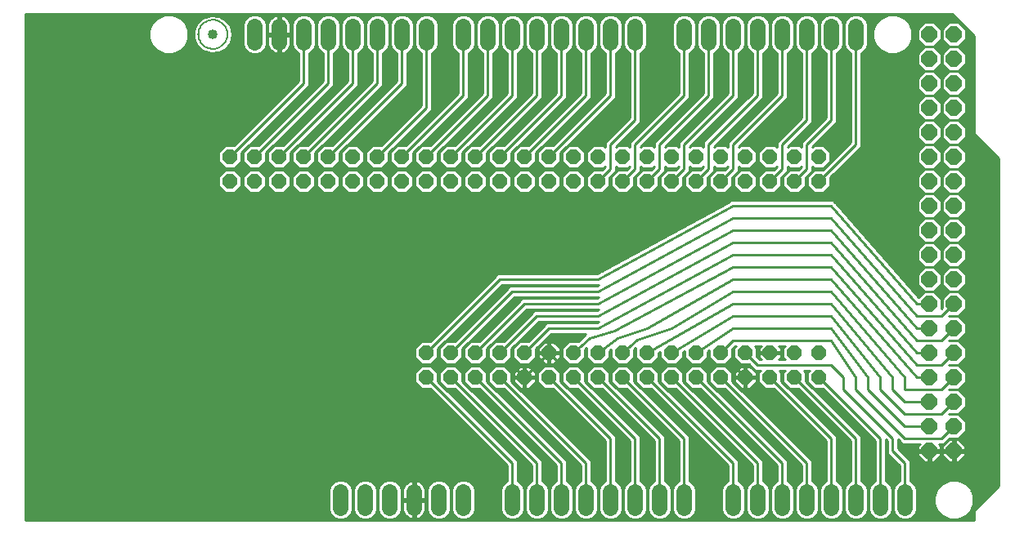
<source format=gtl>
G75*
G70*
%OFA0B0*%
%FSLAX24Y24*%
%IPPOS*%
%LPD*%
%AMOC8*
5,1,8,0,0,1.08239X$1,22.5*
%
%ADD10C,0.0640*%
%ADD11C,0.0400*%
%ADD12C,0.0050*%
%ADD13OC8,0.0640*%
%ADD14OC8,0.0600*%
%ADD15C,0.0100*%
D10*
X013151Y001486D02*
X013151Y002126D01*
X014151Y002126D02*
X014151Y001486D01*
X015151Y001486D02*
X015151Y002126D01*
X016151Y002126D02*
X016151Y001486D01*
X017151Y001486D02*
X017151Y002126D01*
X018151Y002126D02*
X018151Y001486D01*
X020151Y001486D02*
X020151Y002126D01*
X021151Y002126D02*
X021151Y001486D01*
X022151Y001486D02*
X022151Y002126D01*
X023151Y002126D02*
X023151Y001486D01*
X024151Y001486D02*
X024151Y002126D01*
X025151Y002126D02*
X025151Y001486D01*
X026151Y001486D02*
X026151Y002126D01*
X027151Y002126D02*
X027151Y001486D01*
X029151Y001486D02*
X029151Y002126D01*
X030151Y002126D02*
X030151Y001486D01*
X031151Y001486D02*
X031151Y002126D01*
X032151Y002126D02*
X032151Y001486D01*
X033151Y001486D02*
X033151Y002126D01*
X034151Y002126D02*
X034151Y001486D01*
X035151Y001486D02*
X035151Y002126D01*
X036151Y002126D02*
X036151Y001486D01*
X034151Y020486D02*
X034151Y021126D01*
X033151Y021126D02*
X033151Y020486D01*
X032151Y020486D02*
X032151Y021126D01*
X031151Y021126D02*
X031151Y020486D01*
X030151Y020486D02*
X030151Y021126D01*
X029151Y021126D02*
X029151Y020486D01*
X028151Y020486D02*
X028151Y021126D01*
X027151Y021126D02*
X027151Y020486D01*
X025151Y020486D02*
X025151Y021126D01*
X024151Y021126D02*
X024151Y020486D01*
X023151Y020486D02*
X023151Y021126D01*
X022151Y021126D02*
X022151Y020486D01*
X021151Y020486D02*
X021151Y021126D01*
X020151Y021126D02*
X020151Y020486D01*
X019151Y020486D02*
X019151Y021126D01*
X018151Y021126D02*
X018151Y020486D01*
X016651Y020486D02*
X016651Y021126D01*
X015651Y021126D02*
X015651Y020486D01*
X014651Y020486D02*
X014651Y021126D01*
X013651Y021126D02*
X013651Y020486D01*
X012651Y020486D02*
X012651Y021126D01*
X011651Y021126D02*
X011651Y020486D01*
X010651Y020486D02*
X010651Y021126D01*
X009651Y021126D02*
X009651Y020486D01*
D11*
X007951Y020806D03*
D12*
X007360Y020806D02*
X007362Y020854D01*
X007368Y020902D01*
X007378Y020949D01*
X007391Y020995D01*
X007409Y021040D01*
X007429Y021084D01*
X007454Y021126D01*
X007482Y021165D01*
X007512Y021202D01*
X007546Y021236D01*
X007583Y021268D01*
X007621Y021297D01*
X007662Y021322D01*
X007705Y021344D01*
X007750Y021362D01*
X007796Y021376D01*
X007843Y021387D01*
X007891Y021394D01*
X007939Y021397D01*
X007987Y021396D01*
X008035Y021391D01*
X008083Y021382D01*
X008129Y021370D01*
X008174Y021353D01*
X008218Y021333D01*
X008260Y021310D01*
X008300Y021283D01*
X008338Y021253D01*
X008373Y021220D01*
X008405Y021184D01*
X008435Y021146D01*
X008461Y021105D01*
X008483Y021062D01*
X008503Y021018D01*
X008518Y020973D01*
X008530Y020926D01*
X008538Y020878D01*
X008542Y020830D01*
X008542Y020782D01*
X008538Y020734D01*
X008530Y020686D01*
X008518Y020639D01*
X008503Y020594D01*
X008483Y020550D01*
X008461Y020507D01*
X008435Y020466D01*
X008405Y020428D01*
X008373Y020392D01*
X008338Y020359D01*
X008300Y020329D01*
X008260Y020302D01*
X008218Y020279D01*
X008174Y020259D01*
X008129Y020242D01*
X008083Y020230D01*
X008035Y020221D01*
X007987Y020216D01*
X007939Y020215D01*
X007891Y020218D01*
X007843Y020225D01*
X007796Y020236D01*
X007750Y020250D01*
X007705Y020268D01*
X007662Y020290D01*
X007621Y020315D01*
X007583Y020344D01*
X007546Y020376D01*
X007512Y020410D01*
X007482Y020447D01*
X007454Y020486D01*
X007429Y020528D01*
X007409Y020572D01*
X007391Y020617D01*
X007378Y020663D01*
X007368Y020710D01*
X007362Y020758D01*
X007360Y020806D01*
D13*
X037151Y020806D03*
X038151Y020806D03*
X038151Y019806D03*
X037151Y019806D03*
X037151Y018806D03*
X038151Y018806D03*
X038151Y017806D03*
X037151Y017806D03*
X037151Y016806D03*
X038151Y016806D03*
X038151Y015806D03*
X037151Y015806D03*
X037151Y014806D03*
X038151Y014806D03*
X038151Y013806D03*
X037151Y013806D03*
X037151Y012806D03*
X038151Y012806D03*
X038151Y011806D03*
X037151Y011806D03*
X037151Y010806D03*
X038151Y010806D03*
X038151Y009806D03*
X037151Y009806D03*
X037151Y008806D03*
X038151Y008806D03*
X038151Y007806D03*
X037151Y007806D03*
X037151Y006806D03*
X038151Y006806D03*
X038151Y005806D03*
X037151Y005806D03*
X037151Y004806D03*
X038151Y004806D03*
X038151Y003806D03*
X037151Y003806D03*
D14*
X032651Y006806D03*
X031651Y006806D03*
X030651Y006806D03*
X029651Y006806D03*
X028651Y006806D03*
X027651Y006806D03*
X026651Y006806D03*
X025651Y006806D03*
X024651Y006806D03*
X023651Y006806D03*
X022651Y006806D03*
X021651Y006806D03*
X020651Y006806D03*
X019651Y006806D03*
X018651Y006806D03*
X017651Y006806D03*
X016651Y006806D03*
X016651Y007806D03*
X017651Y007806D03*
X018651Y007806D03*
X019651Y007806D03*
X020651Y007806D03*
X021651Y007806D03*
X022651Y007806D03*
X023651Y007806D03*
X024651Y007806D03*
X025651Y007806D03*
X026651Y007806D03*
X027651Y007806D03*
X028651Y007806D03*
X029651Y007806D03*
X030651Y007806D03*
X031651Y007806D03*
X032651Y007806D03*
X032651Y014806D03*
X031651Y014806D03*
X030651Y014806D03*
X029651Y014806D03*
X028651Y014806D03*
X027651Y014806D03*
X026651Y014806D03*
X025651Y014806D03*
X024651Y014806D03*
X023651Y014806D03*
X022651Y014806D03*
X021651Y014806D03*
X020651Y014806D03*
X019651Y014806D03*
X018651Y014806D03*
X017651Y014806D03*
X016651Y014806D03*
X015651Y014806D03*
X014651Y014806D03*
X013651Y014806D03*
X012651Y014806D03*
X011651Y014806D03*
X010651Y014806D03*
X009651Y014806D03*
X008651Y014806D03*
X008651Y015806D03*
X009651Y015806D03*
X010651Y015806D03*
X011651Y015806D03*
X012651Y015806D03*
X013651Y015806D03*
X014651Y015806D03*
X015651Y015806D03*
X016651Y015806D03*
X017651Y015806D03*
X018651Y015806D03*
X019651Y015806D03*
X020651Y015806D03*
X021651Y015806D03*
X022651Y015806D03*
X023651Y015806D03*
X024651Y015806D03*
X025651Y015806D03*
X026651Y015806D03*
X027651Y015806D03*
X028651Y015806D03*
X029651Y015806D03*
X030651Y015806D03*
X031651Y015806D03*
X032651Y015806D03*
D15*
X000321Y021636D02*
X000321Y000976D01*
X038981Y000976D01*
X038981Y001377D01*
X039081Y001476D01*
X039981Y002377D01*
X039981Y015736D01*
X039081Y016636D01*
X039081Y016636D01*
X038981Y016736D01*
X038981Y020736D01*
X038081Y021636D01*
X000321Y021636D01*
X000321Y021599D02*
X005975Y021599D01*
X005992Y021606D02*
X005698Y021484D01*
X005473Y021259D01*
X005351Y020965D01*
X005351Y020647D01*
X005473Y020353D01*
X005698Y020128D01*
X005992Y020006D01*
X006310Y020006D01*
X006604Y020128D01*
X006829Y020353D01*
X006951Y020647D01*
X006951Y020965D01*
X006829Y021259D01*
X006604Y021484D01*
X006310Y021606D01*
X005992Y021606D01*
X005737Y021500D02*
X000321Y021500D01*
X000321Y021402D02*
X005615Y021402D01*
X005517Y021303D02*
X000321Y021303D01*
X000321Y021205D02*
X005450Y021205D01*
X005410Y021106D02*
X000321Y021106D01*
X000321Y021008D02*
X005369Y021008D01*
X005351Y020909D02*
X000321Y020909D01*
X000321Y020811D02*
X005351Y020811D01*
X005351Y020712D02*
X000321Y020712D01*
X000321Y020614D02*
X005365Y020614D01*
X005406Y020515D02*
X000321Y020515D01*
X000321Y020416D02*
X005447Y020416D01*
X005508Y020318D02*
X000321Y020318D01*
X000321Y020219D02*
X005607Y020219D01*
X005716Y020121D02*
X000321Y020121D01*
X000321Y020022D02*
X005954Y020022D01*
X006349Y020022D02*
X009491Y020022D01*
X009554Y019996D02*
X009749Y019996D01*
X009929Y020071D01*
X010067Y020209D01*
X010141Y020389D01*
X010141Y021224D01*
X010067Y021404D01*
X009929Y021542D01*
X009749Y021616D01*
X009554Y021616D01*
X009374Y021542D01*
X009236Y021404D01*
X009161Y021224D01*
X009161Y020389D01*
X009236Y020209D01*
X009374Y020071D01*
X009554Y019996D01*
X009811Y020022D02*
X010577Y020022D01*
X010601Y020022D02*
X010701Y020022D01*
X010701Y020018D02*
X010761Y020028D01*
X010832Y020051D01*
X010897Y020084D01*
X010957Y020128D01*
X011010Y020180D01*
X011053Y020240D01*
X011087Y020306D01*
X011110Y020376D01*
X011121Y020449D01*
X011121Y020756D01*
X010701Y020756D01*
X010701Y020018D01*
X010726Y020022D02*
X011431Y020022D01*
X011431Y020047D02*
X011431Y018897D01*
X008810Y016276D01*
X008456Y016276D01*
X008181Y016001D01*
X008181Y015612D01*
X008456Y015336D01*
X008846Y015336D01*
X009121Y015612D01*
X009121Y015965D01*
X011742Y018586D01*
X011871Y018715D01*
X011871Y020047D01*
X011929Y020071D01*
X012067Y020209D01*
X012141Y020389D01*
X012141Y021224D01*
X012067Y021404D01*
X011929Y021542D01*
X011749Y021616D01*
X011554Y021616D01*
X011374Y021542D01*
X011236Y021404D01*
X011161Y021224D01*
X011161Y020389D01*
X011236Y020209D01*
X011374Y020071D01*
X011431Y020047D01*
X011431Y019924D02*
X000321Y019924D01*
X000321Y019825D02*
X011431Y019825D01*
X011431Y019727D02*
X000321Y019727D01*
X000321Y019628D02*
X011431Y019628D01*
X011431Y019530D02*
X000321Y019530D01*
X000321Y019431D02*
X011431Y019431D01*
X011431Y019332D02*
X000321Y019332D01*
X000321Y019234D02*
X011431Y019234D01*
X011431Y019135D02*
X000321Y019135D01*
X000321Y019037D02*
X011431Y019037D01*
X011431Y018938D02*
X000321Y018938D01*
X000321Y018840D02*
X011374Y018840D01*
X011275Y018741D02*
X000321Y018741D01*
X000321Y018643D02*
X011176Y018643D01*
X011078Y018544D02*
X000321Y018544D01*
X000321Y018446D02*
X010979Y018446D01*
X010881Y018347D02*
X000321Y018347D01*
X000321Y018248D02*
X010782Y018248D01*
X010684Y018150D02*
X000321Y018150D01*
X000321Y018051D02*
X010585Y018051D01*
X010487Y017953D02*
X000321Y017953D01*
X000321Y017854D02*
X010388Y017854D01*
X010290Y017756D02*
X000321Y017756D01*
X000321Y017657D02*
X010191Y017657D01*
X010092Y017559D02*
X000321Y017559D01*
X000321Y017460D02*
X009994Y017460D01*
X009895Y017362D02*
X000321Y017362D01*
X000321Y017263D02*
X009797Y017263D01*
X009698Y017164D02*
X000321Y017164D01*
X000321Y017066D02*
X009600Y017066D01*
X009501Y016967D02*
X000321Y016967D01*
X000321Y016869D02*
X009403Y016869D01*
X009304Y016770D02*
X000321Y016770D01*
X000321Y016672D02*
X009206Y016672D01*
X009107Y016573D02*
X000321Y016573D01*
X000321Y016475D02*
X009008Y016475D01*
X008910Y016376D02*
X000321Y016376D01*
X000321Y016278D02*
X008811Y016278D01*
X008359Y016179D02*
X000321Y016179D01*
X000321Y016081D02*
X008261Y016081D01*
X008181Y015982D02*
X000321Y015982D01*
X000321Y015883D02*
X008181Y015883D01*
X008181Y015785D02*
X000321Y015785D01*
X000321Y015686D02*
X008181Y015686D01*
X008205Y015588D02*
X000321Y015588D01*
X000321Y015489D02*
X008304Y015489D01*
X008402Y015391D02*
X000321Y015391D01*
X000321Y015292D02*
X023826Y015292D01*
X023810Y015276D02*
X023456Y015276D01*
X023181Y015001D01*
X023181Y014612D01*
X023456Y014336D01*
X023846Y014336D01*
X024121Y014612D01*
X024121Y014965D01*
X024242Y015086D01*
X024371Y015215D01*
X024371Y015422D01*
X024456Y015336D01*
X024846Y015336D01*
X024931Y015422D01*
X024931Y015397D01*
X024810Y015276D01*
X024456Y015276D01*
X024181Y015001D01*
X024181Y014612D01*
X024456Y014336D01*
X024846Y014336D01*
X025121Y014612D01*
X025121Y014965D01*
X025242Y015086D01*
X025371Y015215D01*
X025371Y015422D01*
X025456Y015336D01*
X025846Y015336D01*
X025931Y015422D01*
X025931Y015397D01*
X025810Y015276D01*
X025456Y015276D01*
X025181Y015001D01*
X025181Y014612D01*
X025456Y014336D01*
X025846Y014336D01*
X026121Y014612D01*
X026121Y014965D01*
X026242Y015086D01*
X026371Y015215D01*
X026371Y015422D01*
X026456Y015336D01*
X026846Y015336D01*
X026931Y015422D01*
X026931Y015397D01*
X026810Y015276D01*
X026456Y015276D01*
X026181Y015001D01*
X026181Y014612D01*
X026456Y014336D01*
X026846Y014336D01*
X027121Y014612D01*
X027121Y014965D01*
X027242Y015086D01*
X027371Y015215D01*
X027371Y015422D01*
X027456Y015336D01*
X027846Y015336D01*
X027931Y015422D01*
X027931Y015397D01*
X027810Y015276D01*
X027456Y015276D01*
X027181Y015001D01*
X027181Y014612D01*
X027456Y014336D01*
X027846Y014336D01*
X028121Y014612D01*
X028121Y014965D01*
X028242Y015086D01*
X028371Y015215D01*
X028371Y015422D01*
X028456Y015336D01*
X028846Y015336D01*
X028931Y015422D01*
X028931Y015397D01*
X028810Y015276D01*
X028456Y015276D01*
X028181Y015001D01*
X028181Y014612D01*
X028456Y014336D01*
X028846Y014336D01*
X029121Y014612D01*
X029121Y014965D01*
X029242Y015086D01*
X029371Y015215D01*
X029371Y015422D01*
X029456Y015336D01*
X029846Y015336D01*
X030121Y015612D01*
X030121Y016001D01*
X029846Y016276D01*
X029456Y016276D01*
X029371Y016191D01*
X029371Y016215D01*
X031242Y018086D01*
X031371Y018215D01*
X031371Y020047D01*
X031429Y020071D01*
X031567Y020209D01*
X031641Y020389D01*
X031641Y021224D01*
X031567Y021404D01*
X031429Y021542D01*
X031249Y021616D01*
X031054Y021616D01*
X030874Y021542D01*
X030736Y021404D01*
X030661Y021224D01*
X030661Y020389D01*
X030736Y020209D01*
X030874Y020071D01*
X030931Y020047D01*
X030931Y018397D01*
X028931Y016397D01*
X028931Y016215D01*
X028931Y016191D01*
X028846Y016276D01*
X028456Y016276D01*
X028371Y016191D01*
X028371Y016215D01*
X030242Y018086D01*
X030371Y018215D01*
X030371Y020047D01*
X030429Y020071D01*
X030567Y020209D01*
X030641Y020389D01*
X030641Y021224D01*
X030567Y021404D01*
X030429Y021542D01*
X030249Y021616D01*
X030054Y021616D01*
X029874Y021542D01*
X029736Y021404D01*
X029661Y021224D01*
X029661Y020389D01*
X029736Y020209D01*
X029874Y020071D01*
X029931Y020047D01*
X029931Y018397D01*
X028060Y016526D01*
X027931Y016397D01*
X027931Y016191D01*
X027846Y016276D01*
X027456Y016276D01*
X027371Y016191D01*
X027371Y016215D01*
X029242Y018086D01*
X029371Y018215D01*
X029371Y020047D01*
X029429Y020071D01*
X029567Y020209D01*
X029641Y020389D01*
X029641Y021224D01*
X029567Y021404D01*
X029429Y021542D01*
X029249Y021616D01*
X029054Y021616D01*
X028874Y021542D01*
X028736Y021404D01*
X028661Y021224D01*
X028661Y020389D01*
X028736Y020209D01*
X028874Y020071D01*
X028931Y020047D01*
X028931Y018397D01*
X026931Y016397D01*
X026931Y016215D01*
X026931Y016191D01*
X026846Y016276D01*
X026456Y016276D01*
X026371Y016191D01*
X026371Y016215D01*
X028242Y018086D01*
X028371Y018215D01*
X028371Y020047D01*
X028429Y020071D01*
X028567Y020209D01*
X028641Y020389D01*
X028641Y021224D01*
X028567Y021404D01*
X028429Y021542D01*
X028249Y021616D01*
X028054Y021616D01*
X027874Y021542D01*
X027736Y021404D01*
X027661Y021224D01*
X027661Y020389D01*
X027736Y020209D01*
X027874Y020071D01*
X027931Y020047D01*
X027931Y018397D01*
X025931Y016397D01*
X025931Y016215D01*
X025931Y016191D01*
X025846Y016276D01*
X025456Y016276D01*
X025371Y016191D01*
X025371Y016215D01*
X027242Y018086D01*
X027371Y018215D01*
X027371Y020047D01*
X027429Y020071D01*
X027567Y020209D01*
X027641Y020389D01*
X027641Y021224D01*
X027567Y021404D01*
X027429Y021542D01*
X027249Y021616D01*
X027054Y021616D01*
X026874Y021542D01*
X026736Y021404D01*
X026661Y021224D01*
X026661Y020389D01*
X026736Y020209D01*
X026874Y020071D01*
X026931Y020047D01*
X026931Y018397D01*
X024931Y016397D01*
X024931Y016215D01*
X024931Y016191D01*
X024846Y016276D01*
X024456Y016276D01*
X024371Y016191D01*
X024371Y016215D01*
X025242Y017086D01*
X025371Y017215D01*
X025371Y020047D01*
X025429Y020071D01*
X025567Y020209D01*
X025641Y020389D01*
X025641Y021224D01*
X025567Y021404D01*
X025429Y021542D01*
X025249Y021616D01*
X025054Y021616D01*
X024874Y021542D01*
X024736Y021404D01*
X024661Y021224D01*
X024661Y020389D01*
X024736Y020209D01*
X024874Y020071D01*
X024931Y020047D01*
X024931Y017397D01*
X023931Y016397D01*
X023931Y016215D01*
X023931Y016191D01*
X023846Y016276D01*
X023456Y016276D01*
X023181Y016001D01*
X023181Y015612D01*
X023456Y015336D01*
X023846Y015336D01*
X023931Y015422D01*
X023931Y015397D01*
X023810Y015276D01*
X023900Y015391D02*
X023924Y015391D01*
X024151Y015306D02*
X024151Y016306D01*
X025151Y017306D01*
X025151Y020806D01*
X025641Y020811D02*
X026661Y020811D01*
X026661Y020909D02*
X025641Y020909D01*
X025641Y021008D02*
X026661Y021008D01*
X026661Y021106D02*
X025641Y021106D01*
X025641Y021205D02*
X026661Y021205D01*
X026694Y021303D02*
X025608Y021303D01*
X025567Y021402D02*
X026735Y021402D01*
X026832Y021500D02*
X025470Y021500D01*
X025290Y021599D02*
X027012Y021599D01*
X027290Y021599D02*
X028012Y021599D01*
X027832Y021500D02*
X027470Y021500D01*
X027567Y021402D02*
X027735Y021402D01*
X027694Y021303D02*
X027608Y021303D01*
X027641Y021205D02*
X027661Y021205D01*
X027661Y021106D02*
X027641Y021106D01*
X027641Y021008D02*
X027661Y021008D01*
X027661Y020909D02*
X027641Y020909D01*
X027641Y020811D02*
X027661Y020811D01*
X027661Y020712D02*
X027641Y020712D01*
X027641Y020614D02*
X027661Y020614D01*
X027661Y020515D02*
X027641Y020515D01*
X027641Y020416D02*
X027661Y020416D01*
X027691Y020318D02*
X027612Y020318D01*
X027571Y020219D02*
X027731Y020219D01*
X027824Y020121D02*
X027479Y020121D01*
X027371Y020022D02*
X027931Y020022D01*
X027931Y019924D02*
X027371Y019924D01*
X027371Y019825D02*
X027931Y019825D01*
X027931Y019727D02*
X027371Y019727D01*
X027371Y019628D02*
X027931Y019628D01*
X027931Y019530D02*
X027371Y019530D01*
X027371Y019431D02*
X027931Y019431D01*
X027931Y019332D02*
X027371Y019332D01*
X027371Y019234D02*
X027931Y019234D01*
X027931Y019135D02*
X027371Y019135D01*
X027371Y019037D02*
X027931Y019037D01*
X027931Y018938D02*
X027371Y018938D01*
X027371Y018840D02*
X027931Y018840D01*
X027931Y018741D02*
X027371Y018741D01*
X027371Y018643D02*
X027931Y018643D01*
X027931Y018544D02*
X027371Y018544D01*
X027371Y018446D02*
X027931Y018446D01*
X027881Y018347D02*
X027371Y018347D01*
X027371Y018248D02*
X027782Y018248D01*
X027684Y018150D02*
X027306Y018150D01*
X027207Y018051D02*
X027585Y018051D01*
X027487Y017953D02*
X027109Y017953D01*
X027010Y017854D02*
X027388Y017854D01*
X027290Y017756D02*
X026912Y017756D01*
X026813Y017657D02*
X027191Y017657D01*
X027092Y017559D02*
X026715Y017559D01*
X026616Y017460D02*
X026994Y017460D01*
X026895Y017362D02*
X026518Y017362D01*
X026419Y017263D02*
X026797Y017263D01*
X026698Y017164D02*
X026320Y017164D01*
X026222Y017066D02*
X026600Y017066D01*
X026501Y016967D02*
X026123Y016967D01*
X026025Y016869D02*
X026403Y016869D01*
X026304Y016770D02*
X025926Y016770D01*
X025828Y016672D02*
X026206Y016672D01*
X026107Y016573D02*
X025729Y016573D01*
X025631Y016475D02*
X026008Y016475D01*
X025931Y016376D02*
X025532Y016376D01*
X025434Y016278D02*
X025931Y016278D01*
X026151Y016306D02*
X028151Y018306D01*
X028151Y020806D01*
X028641Y020811D02*
X028661Y020811D01*
X028661Y020909D02*
X028641Y020909D01*
X028641Y021008D02*
X028661Y021008D01*
X028661Y021106D02*
X028641Y021106D01*
X028641Y021205D02*
X028661Y021205D01*
X028694Y021303D02*
X028608Y021303D01*
X028567Y021402D02*
X028735Y021402D01*
X028832Y021500D02*
X028470Y021500D01*
X028290Y021599D02*
X029012Y021599D01*
X029290Y021599D02*
X030012Y021599D01*
X029832Y021500D02*
X029470Y021500D01*
X029567Y021402D02*
X029735Y021402D01*
X029694Y021303D02*
X029608Y021303D01*
X029641Y021205D02*
X029661Y021205D01*
X029661Y021106D02*
X029641Y021106D01*
X029641Y021008D02*
X029661Y021008D01*
X029661Y020909D02*
X029641Y020909D01*
X029641Y020811D02*
X029661Y020811D01*
X029661Y020712D02*
X029641Y020712D01*
X029641Y020614D02*
X029661Y020614D01*
X029661Y020515D02*
X029641Y020515D01*
X029641Y020416D02*
X029661Y020416D01*
X029691Y020318D02*
X029612Y020318D01*
X029571Y020219D02*
X029731Y020219D01*
X029824Y020121D02*
X029479Y020121D01*
X029371Y020022D02*
X029931Y020022D01*
X029931Y019924D02*
X029371Y019924D01*
X029371Y019825D02*
X029931Y019825D01*
X029931Y019727D02*
X029371Y019727D01*
X029371Y019628D02*
X029931Y019628D01*
X029931Y019530D02*
X029371Y019530D01*
X029371Y019431D02*
X029931Y019431D01*
X029931Y019332D02*
X029371Y019332D01*
X029371Y019234D02*
X029931Y019234D01*
X029931Y019135D02*
X029371Y019135D01*
X029371Y019037D02*
X029931Y019037D01*
X029931Y018938D02*
X029371Y018938D01*
X029371Y018840D02*
X029931Y018840D01*
X029931Y018741D02*
X029371Y018741D01*
X029371Y018643D02*
X029931Y018643D01*
X029931Y018544D02*
X029371Y018544D01*
X029371Y018446D02*
X029931Y018446D01*
X029881Y018347D02*
X029371Y018347D01*
X029371Y018248D02*
X029782Y018248D01*
X029684Y018150D02*
X029306Y018150D01*
X029207Y018051D02*
X029585Y018051D01*
X029487Y017953D02*
X029109Y017953D01*
X029010Y017854D02*
X029388Y017854D01*
X029290Y017756D02*
X028912Y017756D01*
X028813Y017657D02*
X029191Y017657D01*
X029092Y017559D02*
X028715Y017559D01*
X028616Y017460D02*
X028994Y017460D01*
X028895Y017362D02*
X028518Y017362D01*
X028419Y017263D02*
X028797Y017263D01*
X028698Y017164D02*
X028320Y017164D01*
X028222Y017066D02*
X028600Y017066D01*
X028501Y016967D02*
X028123Y016967D01*
X028025Y016869D02*
X028403Y016869D01*
X028304Y016770D02*
X027926Y016770D01*
X027828Y016672D02*
X028206Y016672D01*
X028107Y016573D02*
X027729Y016573D01*
X027631Y016475D02*
X028008Y016475D01*
X028060Y016526D02*
X028060Y016526D01*
X027931Y016376D02*
X027532Y016376D01*
X027434Y016278D02*
X027931Y016278D01*
X028151Y016306D02*
X030151Y018306D01*
X030151Y020806D01*
X030641Y020811D02*
X030661Y020811D01*
X030661Y020909D02*
X030641Y020909D01*
X030641Y021008D02*
X030661Y021008D01*
X030661Y021106D02*
X030641Y021106D01*
X030641Y021205D02*
X030661Y021205D01*
X030694Y021303D02*
X030608Y021303D01*
X030567Y021402D02*
X030735Y021402D01*
X030832Y021500D02*
X030470Y021500D01*
X030290Y021599D02*
X031012Y021599D01*
X031290Y021599D02*
X032012Y021599D01*
X032054Y021616D02*
X031874Y021542D01*
X031736Y021404D01*
X031661Y021224D01*
X031661Y020389D01*
X031736Y020209D01*
X031874Y020071D01*
X031931Y020047D01*
X031931Y017397D01*
X030931Y016397D01*
X030931Y016215D01*
X030931Y016191D01*
X030846Y016276D01*
X030456Y016276D01*
X030181Y016001D01*
X030181Y015612D01*
X030456Y015336D01*
X030846Y015336D01*
X030931Y015422D01*
X030931Y015397D01*
X030810Y015276D01*
X030456Y015276D01*
X030181Y015001D01*
X030181Y014612D01*
X030456Y014336D01*
X030846Y014336D01*
X031121Y014612D01*
X031121Y014965D01*
X031242Y015086D01*
X031371Y015215D01*
X031371Y015422D01*
X031456Y015336D01*
X031846Y015336D01*
X031931Y015422D01*
X031931Y015397D01*
X031810Y015276D01*
X031456Y015276D01*
X031181Y015001D01*
X031181Y014612D01*
X031456Y014336D01*
X031846Y014336D01*
X032121Y014612D01*
X032121Y014965D01*
X032242Y015086D01*
X032371Y015215D01*
X032371Y015422D01*
X032456Y015336D01*
X032846Y015336D01*
X033121Y015612D01*
X033121Y016001D01*
X032846Y016276D01*
X032456Y016276D01*
X032371Y016191D01*
X032371Y016215D01*
X033242Y017086D01*
X033371Y017215D01*
X033371Y020047D01*
X033429Y020071D01*
X033567Y020209D01*
X033641Y020389D01*
X033641Y021224D01*
X033567Y021404D01*
X033429Y021542D01*
X033249Y021616D01*
X033054Y021616D01*
X032874Y021542D01*
X032736Y021404D01*
X032661Y021224D01*
X032661Y020389D01*
X032736Y020209D01*
X032874Y020071D01*
X032931Y020047D01*
X032931Y017397D01*
X031931Y016397D01*
X031931Y016215D01*
X031931Y016191D01*
X031846Y016276D01*
X031456Y016276D01*
X031371Y016191D01*
X031371Y016215D01*
X032242Y017086D01*
X032371Y017215D01*
X032371Y020047D01*
X032429Y020071D01*
X032567Y020209D01*
X032641Y020389D01*
X032641Y021224D01*
X032567Y021404D01*
X032429Y021542D01*
X032249Y021616D01*
X032054Y021616D01*
X032290Y021599D02*
X033012Y021599D01*
X032832Y021500D02*
X032470Y021500D01*
X032567Y021402D02*
X032735Y021402D01*
X032694Y021303D02*
X032608Y021303D01*
X032641Y021205D02*
X032661Y021205D01*
X032661Y021106D02*
X032641Y021106D01*
X032641Y021008D02*
X032661Y021008D01*
X032661Y020909D02*
X032641Y020909D01*
X032641Y020811D02*
X032661Y020811D01*
X032661Y020712D02*
X032641Y020712D01*
X032641Y020614D02*
X032661Y020614D01*
X032661Y020515D02*
X032641Y020515D01*
X032641Y020416D02*
X032661Y020416D01*
X032691Y020318D02*
X032612Y020318D01*
X032571Y020219D02*
X032731Y020219D01*
X032824Y020121D02*
X032479Y020121D01*
X032371Y020022D02*
X032931Y020022D01*
X032931Y019924D02*
X032371Y019924D01*
X032371Y019825D02*
X032931Y019825D01*
X032931Y019727D02*
X032371Y019727D01*
X032371Y019628D02*
X032931Y019628D01*
X032931Y019530D02*
X032371Y019530D01*
X032371Y019431D02*
X032931Y019431D01*
X032931Y019332D02*
X032371Y019332D01*
X032371Y019234D02*
X032931Y019234D01*
X032931Y019135D02*
X032371Y019135D01*
X032371Y019037D02*
X032931Y019037D01*
X032931Y018938D02*
X032371Y018938D01*
X032371Y018840D02*
X032931Y018840D01*
X032931Y018741D02*
X032371Y018741D01*
X032371Y018643D02*
X032931Y018643D01*
X032931Y018544D02*
X032371Y018544D01*
X032371Y018446D02*
X032931Y018446D01*
X032931Y018347D02*
X032371Y018347D01*
X032371Y018248D02*
X032931Y018248D01*
X032931Y018150D02*
X032371Y018150D01*
X032371Y018051D02*
X032931Y018051D01*
X032931Y017953D02*
X032371Y017953D01*
X032371Y017854D02*
X032931Y017854D01*
X032931Y017756D02*
X032371Y017756D01*
X032371Y017657D02*
X032931Y017657D01*
X032931Y017559D02*
X032371Y017559D01*
X032371Y017460D02*
X032931Y017460D01*
X032895Y017362D02*
X032371Y017362D01*
X032371Y017263D02*
X032797Y017263D01*
X032698Y017164D02*
X032320Y017164D01*
X032222Y017066D02*
X032600Y017066D01*
X032501Y016967D02*
X032123Y016967D01*
X032025Y016869D02*
X032403Y016869D01*
X032304Y016770D02*
X031926Y016770D01*
X031828Y016672D02*
X032206Y016672D01*
X032107Y016573D02*
X031729Y016573D01*
X031631Y016475D02*
X032008Y016475D01*
X031931Y016376D02*
X031532Y016376D01*
X031434Y016278D02*
X031931Y016278D01*
X032151Y016306D02*
X033151Y017306D01*
X033151Y020806D01*
X033641Y020811D02*
X033661Y020811D01*
X033661Y020909D02*
X033641Y020909D01*
X033641Y021008D02*
X033661Y021008D01*
X033661Y021106D02*
X033641Y021106D01*
X033641Y021205D02*
X033661Y021205D01*
X033661Y021224D02*
X033661Y020389D01*
X033736Y020209D01*
X033874Y020071D01*
X033931Y020047D01*
X033931Y016397D01*
X032810Y015276D01*
X032456Y015276D01*
X032181Y015001D01*
X032181Y014612D01*
X032456Y014336D01*
X032846Y014336D01*
X033121Y014612D01*
X033121Y014965D01*
X034371Y016215D01*
X034371Y016397D01*
X034371Y020047D01*
X034429Y020071D01*
X034567Y020209D01*
X034641Y020389D01*
X034641Y021224D01*
X034567Y021404D01*
X034429Y021542D01*
X034249Y021616D01*
X034054Y021616D01*
X033874Y021542D01*
X033736Y021404D01*
X033661Y021224D01*
X033694Y021303D02*
X033608Y021303D01*
X033567Y021402D02*
X033735Y021402D01*
X033832Y021500D02*
X033470Y021500D01*
X033290Y021599D02*
X034012Y021599D01*
X034290Y021599D02*
X035475Y021599D01*
X035492Y021606D02*
X035198Y021484D01*
X034973Y021259D01*
X034851Y020965D01*
X034851Y020647D01*
X034973Y020353D01*
X035198Y020128D01*
X035492Y020006D01*
X035810Y020006D01*
X036104Y020128D01*
X036329Y020353D01*
X036451Y020647D01*
X036451Y020965D01*
X036329Y021259D01*
X036104Y021484D01*
X035810Y021606D01*
X035492Y021606D01*
X035237Y021500D02*
X034470Y021500D01*
X034567Y021402D02*
X035115Y021402D01*
X035017Y021303D02*
X034608Y021303D01*
X034641Y021205D02*
X034950Y021205D01*
X034910Y021106D02*
X034641Y021106D01*
X034641Y021008D02*
X034869Y021008D01*
X034851Y020909D02*
X034641Y020909D01*
X034641Y020811D02*
X034851Y020811D01*
X034851Y020712D02*
X034641Y020712D01*
X034641Y020614D02*
X034865Y020614D01*
X034906Y020515D02*
X034641Y020515D01*
X034641Y020416D02*
X034947Y020416D01*
X035008Y020318D02*
X034612Y020318D01*
X034571Y020219D02*
X035107Y020219D01*
X035216Y020121D02*
X034479Y020121D01*
X034371Y020022D02*
X035454Y020022D01*
X035849Y020022D02*
X036674Y020022D01*
X036661Y020009D02*
X036661Y019603D01*
X036948Y019316D01*
X037354Y019316D01*
X037641Y019603D01*
X037641Y020009D01*
X037354Y020296D01*
X036948Y020296D01*
X036661Y020009D01*
X036661Y019924D02*
X034371Y019924D01*
X034371Y019825D02*
X036661Y019825D01*
X036661Y019727D02*
X034371Y019727D01*
X034371Y019628D02*
X036661Y019628D01*
X036735Y019530D02*
X034371Y019530D01*
X034371Y019431D02*
X036834Y019431D01*
X036932Y019332D02*
X034371Y019332D01*
X034371Y019234D02*
X036886Y019234D01*
X036948Y019296D02*
X036661Y019009D01*
X036661Y018603D01*
X036948Y018316D01*
X037354Y018316D01*
X037641Y018603D01*
X037641Y019009D01*
X037354Y019296D01*
X036948Y019296D01*
X036787Y019135D02*
X034371Y019135D01*
X034371Y019037D02*
X036689Y019037D01*
X036661Y018938D02*
X034371Y018938D01*
X034371Y018840D02*
X036661Y018840D01*
X036661Y018741D02*
X034371Y018741D01*
X034371Y018643D02*
X036661Y018643D01*
X036720Y018544D02*
X034371Y018544D01*
X034371Y018446D02*
X036819Y018446D01*
X036918Y018347D02*
X034371Y018347D01*
X034371Y018248D02*
X036900Y018248D01*
X036948Y018296D02*
X036661Y018009D01*
X036661Y017603D01*
X036948Y017316D01*
X037354Y017316D01*
X037641Y017603D01*
X037641Y018009D01*
X037354Y018296D01*
X036948Y018296D01*
X036802Y018150D02*
X034371Y018150D01*
X034371Y018051D02*
X036703Y018051D01*
X036661Y017953D02*
X034371Y017953D01*
X034371Y017854D02*
X036661Y017854D01*
X036661Y017756D02*
X034371Y017756D01*
X034371Y017657D02*
X036661Y017657D01*
X036706Y017559D02*
X034371Y017559D01*
X034371Y017460D02*
X036804Y017460D01*
X036903Y017362D02*
X034371Y017362D01*
X034371Y017263D02*
X036915Y017263D01*
X036948Y017296D02*
X036661Y017009D01*
X036661Y016603D01*
X036948Y016316D01*
X037354Y016316D01*
X037641Y016603D01*
X037641Y017009D01*
X037354Y017296D01*
X036948Y017296D01*
X036816Y017164D02*
X034371Y017164D01*
X034371Y017066D02*
X036718Y017066D01*
X036661Y016967D02*
X034371Y016967D01*
X034371Y016869D02*
X036661Y016869D01*
X036661Y016770D02*
X034371Y016770D01*
X034371Y016672D02*
X036661Y016672D01*
X036691Y016573D02*
X034371Y016573D01*
X034371Y016475D02*
X036790Y016475D01*
X036888Y016376D02*
X034371Y016376D01*
X034371Y016278D02*
X036930Y016278D01*
X036948Y016296D02*
X036661Y016009D01*
X036661Y015603D01*
X036948Y015316D01*
X037354Y015316D01*
X037641Y015603D01*
X037641Y016009D01*
X037354Y016296D01*
X036948Y016296D01*
X036831Y016179D02*
X034335Y016179D01*
X034236Y016081D02*
X036732Y016081D01*
X036661Y015982D02*
X034138Y015982D01*
X034039Y015883D02*
X036661Y015883D01*
X036661Y015785D02*
X033941Y015785D01*
X033842Y015686D02*
X036661Y015686D01*
X036677Y015588D02*
X033744Y015588D01*
X033645Y015489D02*
X036775Y015489D01*
X036874Y015391D02*
X033547Y015391D01*
X033448Y015292D02*
X036944Y015292D01*
X036948Y015296D02*
X036661Y015009D01*
X036661Y014603D01*
X036948Y014316D01*
X037354Y014316D01*
X037641Y014603D01*
X037641Y015009D01*
X037354Y015296D01*
X036948Y015296D01*
X036846Y015194D02*
X033350Y015194D01*
X033251Y015095D02*
X036747Y015095D01*
X036661Y014997D02*
X033153Y014997D01*
X033121Y014898D02*
X036661Y014898D01*
X036661Y014799D02*
X033121Y014799D01*
X033121Y014701D02*
X036661Y014701D01*
X036662Y014602D02*
X033112Y014602D01*
X033013Y014504D02*
X036761Y014504D01*
X036859Y014405D02*
X032915Y014405D01*
X032651Y014806D02*
X034151Y016306D01*
X034151Y020806D01*
X033661Y020712D02*
X033641Y020712D01*
X033641Y020614D02*
X033661Y020614D01*
X033661Y020515D02*
X033641Y020515D01*
X033641Y020416D02*
X033661Y020416D01*
X033691Y020318D02*
X033612Y020318D01*
X033571Y020219D02*
X033731Y020219D01*
X033824Y020121D02*
X033479Y020121D01*
X033371Y020022D02*
X033931Y020022D01*
X033931Y019924D02*
X033371Y019924D01*
X033371Y019825D02*
X033931Y019825D01*
X033931Y019727D02*
X033371Y019727D01*
X033371Y019628D02*
X033931Y019628D01*
X033931Y019530D02*
X033371Y019530D01*
X033371Y019431D02*
X033931Y019431D01*
X033931Y019332D02*
X033371Y019332D01*
X033371Y019234D02*
X033931Y019234D01*
X033931Y019135D02*
X033371Y019135D01*
X033371Y019037D02*
X033931Y019037D01*
X033931Y018938D02*
X033371Y018938D01*
X033371Y018840D02*
X033931Y018840D01*
X033931Y018741D02*
X033371Y018741D01*
X033371Y018643D02*
X033931Y018643D01*
X033931Y018544D02*
X033371Y018544D01*
X033371Y018446D02*
X033931Y018446D01*
X033931Y018347D02*
X033371Y018347D01*
X033371Y018248D02*
X033931Y018248D01*
X033931Y018150D02*
X033371Y018150D01*
X033371Y018051D02*
X033931Y018051D01*
X033931Y017953D02*
X033371Y017953D01*
X033371Y017854D02*
X033931Y017854D01*
X033931Y017756D02*
X033371Y017756D01*
X033371Y017657D02*
X033931Y017657D01*
X033931Y017559D02*
X033371Y017559D01*
X033371Y017460D02*
X033931Y017460D01*
X033931Y017362D02*
X033371Y017362D01*
X033371Y017263D02*
X033931Y017263D01*
X033931Y017164D02*
X033320Y017164D01*
X033222Y017066D02*
X033931Y017066D01*
X033931Y016967D02*
X033123Y016967D01*
X033025Y016869D02*
X033931Y016869D01*
X033931Y016770D02*
X032926Y016770D01*
X032828Y016672D02*
X033931Y016672D01*
X033931Y016573D02*
X032729Y016573D01*
X032631Y016475D02*
X033931Y016475D01*
X033910Y016376D02*
X032532Y016376D01*
X032434Y016278D02*
X033811Y016278D01*
X033713Y016179D02*
X032943Y016179D01*
X033042Y016081D02*
X033614Y016081D01*
X033516Y015982D02*
X033121Y015982D01*
X033121Y015883D02*
X033417Y015883D01*
X033319Y015785D02*
X033121Y015785D01*
X033121Y015686D02*
X033220Y015686D01*
X033122Y015588D02*
X033097Y015588D01*
X033023Y015489D02*
X032999Y015489D01*
X032924Y015391D02*
X032900Y015391D01*
X032826Y015292D02*
X032371Y015292D01*
X032374Y015194D02*
X032350Y015194D01*
X032275Y015095D02*
X032251Y015095D01*
X032181Y014997D02*
X032152Y014997D01*
X032121Y014898D02*
X032181Y014898D01*
X032181Y014799D02*
X032121Y014799D01*
X032121Y014701D02*
X032181Y014701D01*
X032190Y014602D02*
X032112Y014602D01*
X032013Y014504D02*
X032289Y014504D01*
X032388Y014405D02*
X031915Y014405D01*
X031651Y014806D02*
X032151Y015306D01*
X032151Y016306D01*
X031403Y016869D02*
X030025Y016869D01*
X030123Y016967D02*
X031501Y016967D01*
X031600Y017066D02*
X030222Y017066D01*
X030320Y017164D02*
X031698Y017164D01*
X031797Y017263D02*
X030419Y017263D01*
X030518Y017362D02*
X031895Y017362D01*
X031931Y017460D02*
X030616Y017460D01*
X030715Y017559D02*
X031931Y017559D01*
X031931Y017657D02*
X030813Y017657D01*
X030912Y017756D02*
X031931Y017756D01*
X031931Y017854D02*
X031010Y017854D01*
X031109Y017953D02*
X031931Y017953D01*
X031931Y018051D02*
X031207Y018051D01*
X031306Y018150D02*
X031931Y018150D01*
X031931Y018248D02*
X031371Y018248D01*
X031371Y018347D02*
X031931Y018347D01*
X031931Y018446D02*
X031371Y018446D01*
X031371Y018544D02*
X031931Y018544D01*
X031931Y018643D02*
X031371Y018643D01*
X031371Y018741D02*
X031931Y018741D01*
X031931Y018840D02*
X031371Y018840D01*
X031371Y018938D02*
X031931Y018938D01*
X031931Y019037D02*
X031371Y019037D01*
X031371Y019135D02*
X031931Y019135D01*
X031931Y019234D02*
X031371Y019234D01*
X031371Y019332D02*
X031931Y019332D01*
X031931Y019431D02*
X031371Y019431D01*
X031371Y019530D02*
X031931Y019530D01*
X031931Y019628D02*
X031371Y019628D01*
X031371Y019727D02*
X031931Y019727D01*
X031931Y019825D02*
X031371Y019825D01*
X031371Y019924D02*
X031931Y019924D01*
X031931Y020022D02*
X031371Y020022D01*
X031479Y020121D02*
X031824Y020121D01*
X031731Y020219D02*
X031571Y020219D01*
X031612Y020318D02*
X031691Y020318D01*
X031661Y020416D02*
X031641Y020416D01*
X031641Y020515D02*
X031661Y020515D01*
X031661Y020614D02*
X031641Y020614D01*
X031641Y020712D02*
X031661Y020712D01*
X031661Y020811D02*
X031641Y020811D01*
X031641Y020909D02*
X031661Y020909D01*
X031661Y021008D02*
X031641Y021008D01*
X031641Y021106D02*
X031661Y021106D01*
X031661Y021205D02*
X031641Y021205D01*
X031608Y021303D02*
X031694Y021303D01*
X031735Y021402D02*
X031567Y021402D01*
X031470Y021500D02*
X031832Y021500D01*
X032151Y020806D02*
X032151Y017306D01*
X031151Y016306D01*
X031151Y015306D01*
X030651Y014806D01*
X030181Y014799D02*
X030121Y014799D01*
X030121Y014701D02*
X030181Y014701D01*
X030190Y014602D02*
X030112Y014602D01*
X030121Y014612D02*
X029846Y014336D01*
X029456Y014336D01*
X029181Y014612D01*
X029181Y015001D01*
X029456Y015276D01*
X029846Y015276D01*
X030121Y015001D01*
X030121Y014612D01*
X030013Y014504D02*
X030289Y014504D01*
X030388Y014405D02*
X029915Y014405D01*
X029388Y014405D02*
X028915Y014405D01*
X029013Y014504D02*
X029289Y014504D01*
X029190Y014602D02*
X029112Y014602D01*
X029121Y014701D02*
X029181Y014701D01*
X029181Y014799D02*
X029121Y014799D01*
X029121Y014898D02*
X029181Y014898D01*
X029181Y014997D02*
X029152Y014997D01*
X029251Y015095D02*
X029275Y015095D01*
X029350Y015194D02*
X029374Y015194D01*
X029371Y015292D02*
X030826Y015292D01*
X030900Y015391D02*
X030925Y015391D01*
X031251Y015095D02*
X031275Y015095D01*
X031350Y015194D02*
X031374Y015194D01*
X031371Y015292D02*
X031826Y015292D01*
X031900Y015391D02*
X031925Y015391D01*
X032371Y015391D02*
X032402Y015391D01*
X031402Y015391D02*
X031371Y015391D01*
X031181Y014997D02*
X031152Y014997D01*
X031121Y014898D02*
X031181Y014898D01*
X031181Y014799D02*
X031121Y014799D01*
X031121Y014701D02*
X031181Y014701D01*
X031190Y014602D02*
X031112Y014602D01*
X031013Y014504D02*
X031289Y014504D01*
X031388Y014405D02*
X030915Y014405D01*
X030181Y014898D02*
X030121Y014898D01*
X030121Y014997D02*
X030181Y014997D01*
X030275Y015095D02*
X030027Y015095D01*
X029928Y015194D02*
X030374Y015194D01*
X030402Y015391D02*
X029900Y015391D01*
X029999Y015489D02*
X030304Y015489D01*
X030205Y015588D02*
X030097Y015588D01*
X030121Y015686D02*
X030181Y015686D01*
X030181Y015785D02*
X030121Y015785D01*
X030121Y015883D02*
X030181Y015883D01*
X030181Y015982D02*
X030121Y015982D01*
X030042Y016081D02*
X030261Y016081D01*
X030359Y016179D02*
X029943Y016179D01*
X029532Y016376D02*
X030931Y016376D01*
X030931Y016278D02*
X029434Y016278D01*
X029631Y016475D02*
X031008Y016475D01*
X031107Y016573D02*
X029729Y016573D01*
X029828Y016672D02*
X031206Y016672D01*
X031304Y016770D02*
X029926Y016770D01*
X029600Y017066D02*
X029222Y017066D01*
X029320Y017164D02*
X029698Y017164D01*
X029797Y017263D02*
X029419Y017263D01*
X029518Y017362D02*
X029895Y017362D01*
X029994Y017460D02*
X029616Y017460D01*
X029715Y017559D02*
X030092Y017559D01*
X030191Y017657D02*
X029813Y017657D01*
X029912Y017756D02*
X030290Y017756D01*
X030388Y017854D02*
X030010Y017854D01*
X030109Y017953D02*
X030487Y017953D01*
X030585Y018051D02*
X030207Y018051D01*
X030242Y018086D02*
X030242Y018086D01*
X030306Y018150D02*
X030684Y018150D01*
X030782Y018248D02*
X030371Y018248D01*
X030371Y018347D02*
X030881Y018347D01*
X030931Y018446D02*
X030371Y018446D01*
X030371Y018544D02*
X030931Y018544D01*
X030931Y018643D02*
X030371Y018643D01*
X030371Y018741D02*
X030931Y018741D01*
X030931Y018840D02*
X030371Y018840D01*
X030371Y018938D02*
X030931Y018938D01*
X030931Y019037D02*
X030371Y019037D01*
X030371Y019135D02*
X030931Y019135D01*
X030931Y019234D02*
X030371Y019234D01*
X030371Y019332D02*
X030931Y019332D01*
X030931Y019431D02*
X030371Y019431D01*
X030371Y019530D02*
X030931Y019530D01*
X030931Y019628D02*
X030371Y019628D01*
X030371Y019727D02*
X030931Y019727D01*
X030931Y019825D02*
X030371Y019825D01*
X030371Y019924D02*
X030931Y019924D01*
X030931Y020022D02*
X030371Y020022D01*
X030479Y020121D02*
X030824Y020121D01*
X030731Y020219D02*
X030571Y020219D01*
X030612Y020318D02*
X030691Y020318D01*
X030661Y020416D02*
X030641Y020416D01*
X030641Y020515D02*
X030661Y020515D01*
X030661Y020614D02*
X030641Y020614D01*
X030641Y020712D02*
X030661Y020712D01*
X031151Y020806D02*
X031151Y018306D01*
X029151Y016306D01*
X029151Y015306D01*
X028651Y014806D01*
X028181Y014799D02*
X028121Y014799D01*
X028121Y014701D02*
X028181Y014701D01*
X028190Y014602D02*
X028112Y014602D01*
X028013Y014504D02*
X028289Y014504D01*
X028388Y014405D02*
X027915Y014405D01*
X027651Y014806D02*
X028151Y015306D01*
X028151Y016306D01*
X028434Y016278D02*
X028931Y016278D01*
X028931Y016376D02*
X028532Y016376D01*
X028631Y016475D02*
X029008Y016475D01*
X029107Y016573D02*
X028729Y016573D01*
X028828Y016672D02*
X029206Y016672D01*
X029304Y016770D02*
X028926Y016770D01*
X029025Y016869D02*
X029403Y016869D01*
X029501Y016967D02*
X029123Y016967D01*
X028092Y017559D02*
X027715Y017559D01*
X027813Y017657D02*
X028191Y017657D01*
X028290Y017756D02*
X027912Y017756D01*
X028010Y017854D02*
X028388Y017854D01*
X028487Y017953D02*
X028109Y017953D01*
X028207Y018051D02*
X028585Y018051D01*
X028684Y018150D02*
X028306Y018150D01*
X028371Y018248D02*
X028782Y018248D01*
X028881Y018347D02*
X028371Y018347D01*
X028371Y018446D02*
X028931Y018446D01*
X028931Y018544D02*
X028371Y018544D01*
X028371Y018643D02*
X028931Y018643D01*
X028931Y018741D02*
X028371Y018741D01*
X028371Y018840D02*
X028931Y018840D01*
X028931Y018938D02*
X028371Y018938D01*
X028371Y019037D02*
X028931Y019037D01*
X028931Y019135D02*
X028371Y019135D01*
X028371Y019234D02*
X028931Y019234D01*
X028931Y019332D02*
X028371Y019332D01*
X028371Y019431D02*
X028931Y019431D01*
X028931Y019530D02*
X028371Y019530D01*
X028371Y019628D02*
X028931Y019628D01*
X028931Y019727D02*
X028371Y019727D01*
X028371Y019825D02*
X028931Y019825D01*
X028931Y019924D02*
X028371Y019924D01*
X028371Y020022D02*
X028931Y020022D01*
X028824Y020121D02*
X028479Y020121D01*
X028571Y020219D02*
X028731Y020219D01*
X028691Y020318D02*
X028612Y020318D01*
X028641Y020416D02*
X028661Y020416D01*
X028661Y020515D02*
X028641Y020515D01*
X028641Y020614D02*
X028661Y020614D01*
X028661Y020712D02*
X028641Y020712D01*
X029151Y020806D02*
X029151Y018306D01*
X027151Y016306D01*
X027151Y015306D01*
X026651Y014806D01*
X026181Y014799D02*
X026121Y014799D01*
X026121Y014701D02*
X026181Y014701D01*
X026190Y014602D02*
X026112Y014602D01*
X026013Y014504D02*
X026289Y014504D01*
X026388Y014405D02*
X025915Y014405D01*
X025651Y014806D02*
X026151Y015306D01*
X026151Y016306D01*
X026434Y016278D02*
X026931Y016278D01*
X026931Y016376D02*
X026532Y016376D01*
X026631Y016475D02*
X027008Y016475D01*
X027107Y016573D02*
X026729Y016573D01*
X026828Y016672D02*
X027206Y016672D01*
X027304Y016770D02*
X026926Y016770D01*
X027025Y016869D02*
X027403Y016869D01*
X027501Y016967D02*
X027123Y016967D01*
X027222Y017066D02*
X027600Y017066D01*
X027698Y017164D02*
X027320Y017164D01*
X027419Y017263D02*
X027797Y017263D01*
X027895Y017362D02*
X027518Y017362D01*
X027616Y017460D02*
X027994Y017460D01*
X026782Y018248D02*
X025371Y018248D01*
X025371Y018150D02*
X026684Y018150D01*
X026585Y018051D02*
X025371Y018051D01*
X025371Y017953D02*
X026487Y017953D01*
X026388Y017854D02*
X025371Y017854D01*
X025371Y017756D02*
X026290Y017756D01*
X026191Y017657D02*
X025371Y017657D01*
X025371Y017559D02*
X026092Y017559D01*
X025994Y017460D02*
X025371Y017460D01*
X025371Y017362D02*
X025895Y017362D01*
X025797Y017263D02*
X025371Y017263D01*
X025320Y017164D02*
X025698Y017164D01*
X025600Y017066D02*
X025222Y017066D01*
X025123Y016967D02*
X025501Y016967D01*
X025403Y016869D02*
X025025Y016869D01*
X024926Y016770D02*
X025304Y016770D01*
X025206Y016672D02*
X024828Y016672D01*
X024729Y016573D02*
X025107Y016573D01*
X025008Y016475D02*
X024631Y016475D01*
X024532Y016376D02*
X024931Y016376D01*
X024931Y016278D02*
X024434Y016278D01*
X024107Y016573D02*
X022729Y016573D01*
X022631Y016475D02*
X024008Y016475D01*
X023931Y016376D02*
X022532Y016376D01*
X022456Y016276D02*
X022181Y016001D01*
X022181Y015612D01*
X022456Y015336D01*
X022846Y015336D01*
X023121Y015612D01*
X023121Y016001D01*
X022846Y016276D01*
X022456Y016276D01*
X022434Y016278D02*
X023931Y016278D01*
X024206Y016672D02*
X022828Y016672D01*
X022926Y016770D02*
X024304Y016770D01*
X024403Y016869D02*
X023025Y016869D01*
X023123Y016967D02*
X024501Y016967D01*
X024600Y017066D02*
X023222Y017066D01*
X023320Y017164D02*
X024698Y017164D01*
X024797Y017263D02*
X023419Y017263D01*
X023518Y017362D02*
X024895Y017362D01*
X024931Y017460D02*
X023616Y017460D01*
X023715Y017559D02*
X024931Y017559D01*
X024931Y017657D02*
X023813Y017657D01*
X023912Y017756D02*
X024931Y017756D01*
X024931Y017854D02*
X024010Y017854D01*
X024109Y017953D02*
X024931Y017953D01*
X024931Y018051D02*
X024207Y018051D01*
X024242Y018086D02*
X024371Y018215D01*
X024371Y020047D01*
X024429Y020071D01*
X024567Y020209D01*
X024641Y020389D01*
X024641Y021224D01*
X024567Y021404D01*
X024429Y021542D01*
X024249Y021616D01*
X024054Y021616D01*
X023874Y021542D01*
X023736Y021404D01*
X023661Y021224D01*
X023661Y020389D01*
X023736Y020209D01*
X023874Y020071D01*
X023931Y020047D01*
X023931Y018397D01*
X021810Y016276D01*
X021456Y016276D01*
X021181Y016001D01*
X021181Y015612D01*
X021456Y015336D01*
X021846Y015336D01*
X022121Y015612D01*
X022121Y015965D01*
X024242Y018086D01*
X024306Y018150D02*
X024931Y018150D01*
X024931Y018248D02*
X024371Y018248D01*
X024371Y018347D02*
X024931Y018347D01*
X024931Y018446D02*
X024371Y018446D01*
X024371Y018544D02*
X024931Y018544D01*
X024931Y018643D02*
X024371Y018643D01*
X024371Y018741D02*
X024931Y018741D01*
X024931Y018840D02*
X024371Y018840D01*
X024371Y018938D02*
X024931Y018938D01*
X024931Y019037D02*
X024371Y019037D01*
X024371Y019135D02*
X024931Y019135D01*
X024931Y019234D02*
X024371Y019234D01*
X024371Y019332D02*
X024931Y019332D01*
X024931Y019431D02*
X024371Y019431D01*
X024371Y019530D02*
X024931Y019530D01*
X024931Y019628D02*
X024371Y019628D01*
X024371Y019727D02*
X024931Y019727D01*
X024931Y019825D02*
X024371Y019825D01*
X024371Y019924D02*
X024931Y019924D01*
X024931Y020022D02*
X024371Y020022D01*
X024479Y020121D02*
X024824Y020121D01*
X024731Y020219D02*
X024571Y020219D01*
X024612Y020318D02*
X024691Y020318D01*
X024661Y020416D02*
X024641Y020416D01*
X024641Y020515D02*
X024661Y020515D01*
X024661Y020614D02*
X024641Y020614D01*
X024641Y020712D02*
X024661Y020712D01*
X024661Y020811D02*
X024641Y020811D01*
X024641Y020909D02*
X024661Y020909D01*
X024661Y021008D02*
X024641Y021008D01*
X024641Y021106D02*
X024661Y021106D01*
X024661Y021205D02*
X024641Y021205D01*
X024608Y021303D02*
X024694Y021303D01*
X024735Y021402D02*
X024567Y021402D01*
X024470Y021500D02*
X024832Y021500D01*
X025012Y021599D02*
X024290Y021599D01*
X024012Y021599D02*
X023290Y021599D01*
X023249Y021616D02*
X023054Y021616D01*
X022874Y021542D01*
X022736Y021404D01*
X022661Y021224D01*
X022661Y020389D01*
X022736Y020209D01*
X022874Y020071D01*
X022931Y020047D01*
X022931Y018397D01*
X020810Y016276D01*
X020456Y016276D01*
X020181Y016001D01*
X020181Y015612D01*
X020456Y015336D01*
X020846Y015336D01*
X021121Y015612D01*
X021121Y015965D01*
X023242Y018086D01*
X023371Y018215D01*
X023371Y020047D01*
X023429Y020071D01*
X023567Y020209D01*
X023641Y020389D01*
X023641Y021224D01*
X023567Y021404D01*
X023429Y021542D01*
X023249Y021616D01*
X023012Y021599D02*
X022290Y021599D01*
X022249Y021616D02*
X022429Y021542D01*
X022567Y021404D01*
X022641Y021224D01*
X022641Y020389D01*
X022567Y020209D01*
X022429Y020071D01*
X022371Y020047D01*
X022371Y018215D01*
X022242Y018086D01*
X022242Y018086D01*
X020121Y015965D01*
X020121Y015612D01*
X019846Y015336D01*
X019456Y015336D01*
X019181Y015612D01*
X019181Y016001D01*
X019456Y016276D01*
X019810Y016276D01*
X021931Y018397D01*
X021931Y020047D01*
X021874Y020071D01*
X021736Y020209D01*
X021661Y020389D01*
X021661Y021224D01*
X021736Y021404D01*
X021874Y021542D01*
X022054Y021616D01*
X022249Y021616D01*
X022012Y021599D02*
X021290Y021599D01*
X021249Y021616D02*
X021054Y021616D01*
X020874Y021542D01*
X020736Y021404D01*
X020661Y021224D01*
X020661Y020389D01*
X020736Y020209D01*
X020874Y020071D01*
X020931Y020047D01*
X020931Y018397D01*
X018810Y016276D01*
X018456Y016276D01*
X018181Y016001D01*
X018181Y015612D01*
X018456Y015336D01*
X018846Y015336D01*
X019121Y015612D01*
X019121Y015965D01*
X021242Y018086D01*
X021371Y018215D01*
X021371Y020047D01*
X021429Y020071D01*
X021567Y020209D01*
X021641Y020389D01*
X021641Y021224D01*
X021567Y021404D01*
X021429Y021542D01*
X021249Y021616D01*
X021012Y021599D02*
X020290Y021599D01*
X020249Y021616D02*
X020054Y021616D01*
X019874Y021542D01*
X019736Y021404D01*
X019661Y021224D01*
X019661Y020389D01*
X019736Y020209D01*
X019874Y020071D01*
X019931Y020047D01*
X019931Y018397D01*
X017810Y016276D01*
X017456Y016276D01*
X017181Y016001D01*
X017181Y015612D01*
X017456Y015336D01*
X017846Y015336D01*
X018121Y015612D01*
X018121Y015965D01*
X020242Y018086D01*
X020371Y018215D01*
X020371Y020047D01*
X020429Y020071D01*
X020567Y020209D01*
X020641Y020389D01*
X020641Y021224D01*
X020567Y021404D01*
X020429Y021542D01*
X020249Y021616D01*
X020012Y021599D02*
X019290Y021599D01*
X019249Y021616D02*
X019054Y021616D01*
X018874Y021542D01*
X018736Y021404D01*
X018661Y021224D01*
X018661Y020389D01*
X018736Y020209D01*
X018874Y020071D01*
X018931Y020047D01*
X018931Y018397D01*
X016810Y016276D01*
X016456Y016276D01*
X016181Y016001D01*
X016181Y015612D01*
X016456Y015336D01*
X016846Y015336D01*
X017121Y015612D01*
X017121Y015965D01*
X019242Y018086D01*
X019371Y018215D01*
X019371Y020047D01*
X019429Y020071D01*
X019567Y020209D01*
X019641Y020389D01*
X019641Y021224D01*
X019567Y021404D01*
X019429Y021542D01*
X019249Y021616D01*
X019012Y021599D02*
X018290Y021599D01*
X018249Y021616D02*
X018054Y021616D01*
X017874Y021542D01*
X017736Y021404D01*
X017661Y021224D01*
X017661Y020389D01*
X017736Y020209D01*
X017874Y020071D01*
X017931Y020047D01*
X017931Y018397D01*
X015810Y016276D01*
X015456Y016276D01*
X015181Y016001D01*
X015181Y015612D01*
X015456Y015336D01*
X015846Y015336D01*
X016121Y015612D01*
X016121Y015965D01*
X018242Y018086D01*
X018371Y018215D01*
X018371Y020047D01*
X018429Y020071D01*
X018567Y020209D01*
X018641Y020389D01*
X018641Y021224D01*
X018567Y021404D01*
X018429Y021542D01*
X018249Y021616D01*
X018012Y021599D02*
X016790Y021599D01*
X016749Y021616D02*
X016554Y021616D01*
X016374Y021542D01*
X016236Y021404D01*
X016161Y021224D01*
X016161Y020389D01*
X016236Y020209D01*
X016374Y020071D01*
X016431Y020047D01*
X016431Y017897D01*
X014810Y016276D01*
X014456Y016276D01*
X014181Y016001D01*
X014181Y015612D01*
X014456Y015336D01*
X014846Y015336D01*
X015121Y015612D01*
X015121Y015965D01*
X016742Y017586D01*
X016871Y017715D01*
X016871Y020047D01*
X016929Y020071D01*
X017067Y020209D01*
X017141Y020389D01*
X017141Y021224D01*
X017067Y021404D01*
X016929Y021542D01*
X016749Y021616D01*
X016512Y021599D02*
X015790Y021599D01*
X015749Y021616D02*
X015554Y021616D01*
X015374Y021542D01*
X015236Y021404D01*
X015161Y021224D01*
X015161Y020389D01*
X015236Y020209D01*
X015374Y020071D01*
X015431Y020047D01*
X015431Y018897D01*
X012810Y016276D01*
X012456Y016276D01*
X012181Y016001D01*
X012181Y015612D01*
X012456Y015336D01*
X012846Y015336D01*
X013121Y015612D01*
X013121Y015965D01*
X015742Y018586D01*
X015871Y018715D01*
X015871Y020047D01*
X015929Y020071D01*
X016067Y020209D01*
X016141Y020389D01*
X016141Y021224D01*
X016067Y021404D01*
X015929Y021542D01*
X015749Y021616D01*
X015512Y021599D02*
X014790Y021599D01*
X014749Y021616D02*
X014554Y021616D01*
X014374Y021542D01*
X014236Y021404D01*
X014161Y021224D01*
X014161Y020389D01*
X014236Y020209D01*
X014374Y020071D01*
X014431Y020047D01*
X014431Y018897D01*
X011810Y016276D01*
X011456Y016276D01*
X011181Y016001D01*
X011181Y015612D01*
X011456Y015336D01*
X011846Y015336D01*
X012121Y015612D01*
X012121Y015965D01*
X014742Y018586D01*
X014871Y018715D01*
X014871Y020047D01*
X014929Y020071D01*
X015067Y020209D01*
X015141Y020389D01*
X015141Y021224D01*
X015067Y021404D01*
X014929Y021542D01*
X014749Y021616D01*
X014512Y021599D02*
X013790Y021599D01*
X013749Y021616D02*
X013554Y021616D01*
X013374Y021542D01*
X013236Y021404D01*
X013161Y021224D01*
X013161Y020389D01*
X013236Y020209D01*
X013374Y020071D01*
X013431Y020047D01*
X013431Y018897D01*
X010810Y016276D01*
X010456Y016276D01*
X010181Y016001D01*
X010181Y015612D01*
X010456Y015336D01*
X010846Y015336D01*
X011121Y015612D01*
X011121Y015965D01*
X013742Y018586D01*
X013871Y018715D01*
X013871Y020047D01*
X013929Y020071D01*
X014067Y020209D01*
X014141Y020389D01*
X014141Y021224D01*
X014067Y021404D01*
X013929Y021542D01*
X013749Y021616D01*
X013512Y021599D02*
X012790Y021599D01*
X012749Y021616D02*
X012929Y021542D01*
X013067Y021404D01*
X013141Y021224D01*
X013141Y020389D01*
X013067Y020209D01*
X012929Y020071D01*
X012871Y020047D01*
X012871Y018715D01*
X012742Y018586D01*
X010121Y015965D01*
X010121Y015612D01*
X009846Y015336D01*
X009456Y015336D01*
X009181Y015612D01*
X009181Y016001D01*
X009456Y016276D01*
X009810Y016276D01*
X012431Y018897D01*
X012431Y020047D01*
X012374Y020071D01*
X012236Y020209D01*
X012161Y020389D01*
X012161Y021224D01*
X012236Y021404D01*
X012374Y021542D01*
X012554Y021616D01*
X012749Y021616D01*
X012512Y021599D02*
X011790Y021599D01*
X011970Y021500D02*
X012332Y021500D01*
X012235Y021402D02*
X012067Y021402D01*
X012108Y021303D02*
X012194Y021303D01*
X012161Y021205D02*
X012141Y021205D01*
X012141Y021106D02*
X012161Y021106D01*
X012161Y021008D02*
X012141Y021008D01*
X012141Y020909D02*
X012161Y020909D01*
X012161Y020811D02*
X012141Y020811D01*
X012141Y020712D02*
X012161Y020712D01*
X012161Y020614D02*
X012141Y020614D01*
X012141Y020515D02*
X012161Y020515D01*
X012161Y020416D02*
X012141Y020416D01*
X012112Y020318D02*
X012191Y020318D01*
X012231Y020219D02*
X012071Y020219D01*
X011979Y020121D02*
X012324Y020121D01*
X012431Y020022D02*
X011871Y020022D01*
X011871Y019924D02*
X012431Y019924D01*
X012431Y019825D02*
X011871Y019825D01*
X011871Y019727D02*
X012431Y019727D01*
X012431Y019628D02*
X011871Y019628D01*
X011871Y019530D02*
X012431Y019530D01*
X012431Y019431D02*
X011871Y019431D01*
X011871Y019332D02*
X012431Y019332D01*
X012431Y019234D02*
X011871Y019234D01*
X011871Y019135D02*
X012431Y019135D01*
X012431Y019037D02*
X011871Y019037D01*
X011871Y018938D02*
X012431Y018938D01*
X012374Y018840D02*
X011871Y018840D01*
X011871Y018741D02*
X012275Y018741D01*
X012176Y018643D02*
X011799Y018643D01*
X011700Y018544D02*
X012078Y018544D01*
X011979Y018446D02*
X011602Y018446D01*
X011503Y018347D02*
X011881Y018347D01*
X011782Y018248D02*
X011404Y018248D01*
X011306Y018150D02*
X011684Y018150D01*
X011585Y018051D02*
X011207Y018051D01*
X011109Y017953D02*
X011487Y017953D01*
X011388Y017854D02*
X011010Y017854D01*
X010912Y017756D02*
X011290Y017756D01*
X011191Y017657D02*
X010813Y017657D01*
X010715Y017559D02*
X011092Y017559D01*
X010994Y017460D02*
X010616Y017460D01*
X010518Y017362D02*
X010895Y017362D01*
X010797Y017263D02*
X010419Y017263D01*
X010320Y017164D02*
X010698Y017164D01*
X010600Y017066D02*
X010222Y017066D01*
X010123Y016967D02*
X010501Y016967D01*
X010403Y016869D02*
X010025Y016869D01*
X009926Y016770D02*
X010304Y016770D01*
X010206Y016672D02*
X009828Y016672D01*
X009729Y016573D02*
X010107Y016573D01*
X010008Y016475D02*
X009631Y016475D01*
X009532Y016376D02*
X009910Y016376D01*
X009811Y016278D02*
X009434Y016278D01*
X009359Y016179D02*
X009335Y016179D01*
X009261Y016081D02*
X009236Y016081D01*
X009181Y015982D02*
X009138Y015982D01*
X009121Y015883D02*
X009181Y015883D01*
X009181Y015785D02*
X009121Y015785D01*
X009121Y015686D02*
X009181Y015686D01*
X009205Y015588D02*
X009097Y015588D01*
X008999Y015489D02*
X009304Y015489D01*
X009402Y015391D02*
X008900Y015391D01*
X008846Y015276D02*
X008456Y015276D01*
X008181Y015001D01*
X008181Y014612D01*
X008456Y014336D01*
X008846Y014336D01*
X009121Y014612D01*
X009121Y015001D01*
X008846Y015276D01*
X008928Y015194D02*
X009374Y015194D01*
X009456Y015276D02*
X009181Y015001D01*
X009181Y014612D01*
X009456Y014336D01*
X009846Y014336D01*
X010121Y014612D01*
X010121Y015001D01*
X009846Y015276D01*
X009456Y015276D01*
X009275Y015095D02*
X009027Y015095D01*
X009121Y014997D02*
X009181Y014997D01*
X009181Y014898D02*
X009121Y014898D01*
X009121Y014799D02*
X009181Y014799D01*
X009181Y014701D02*
X009121Y014701D01*
X009112Y014602D02*
X009190Y014602D01*
X009289Y014504D02*
X009013Y014504D01*
X008915Y014405D02*
X009388Y014405D01*
X009915Y014405D02*
X010388Y014405D01*
X010456Y014336D02*
X010846Y014336D01*
X011121Y014612D01*
X011121Y015001D01*
X010846Y015276D01*
X010456Y015276D01*
X010181Y015001D01*
X010181Y014612D01*
X010456Y014336D01*
X010289Y014504D02*
X010013Y014504D01*
X010112Y014602D02*
X010190Y014602D01*
X010181Y014701D02*
X010121Y014701D01*
X010121Y014799D02*
X010181Y014799D01*
X010181Y014898D02*
X010121Y014898D01*
X010121Y014997D02*
X010181Y014997D01*
X010275Y015095D02*
X010027Y015095D01*
X009928Y015194D02*
X010374Y015194D01*
X010402Y015391D02*
X009900Y015391D01*
X009999Y015489D02*
X010304Y015489D01*
X010205Y015588D02*
X010097Y015588D01*
X010121Y015686D02*
X010181Y015686D01*
X010181Y015785D02*
X010121Y015785D01*
X010121Y015883D02*
X010181Y015883D01*
X010181Y015982D02*
X010138Y015982D01*
X010236Y016081D02*
X010261Y016081D01*
X010335Y016179D02*
X010359Y016179D01*
X010434Y016278D02*
X010811Y016278D01*
X010910Y016376D02*
X010532Y016376D01*
X010631Y016475D02*
X011008Y016475D01*
X011107Y016573D02*
X010729Y016573D01*
X010828Y016672D02*
X011206Y016672D01*
X011304Y016770D02*
X010926Y016770D01*
X011025Y016869D02*
X011403Y016869D01*
X011501Y016967D02*
X011123Y016967D01*
X011222Y017066D02*
X011600Y017066D01*
X011698Y017164D02*
X011320Y017164D01*
X011419Y017263D02*
X011797Y017263D01*
X011895Y017362D02*
X011518Y017362D01*
X011616Y017460D02*
X011994Y017460D01*
X012092Y017559D02*
X011715Y017559D01*
X011813Y017657D02*
X012191Y017657D01*
X012290Y017756D02*
X011912Y017756D01*
X012010Y017854D02*
X012388Y017854D01*
X012487Y017953D02*
X012109Y017953D01*
X012207Y018051D02*
X012585Y018051D01*
X012684Y018150D02*
X012306Y018150D01*
X012404Y018248D02*
X012782Y018248D01*
X012881Y018347D02*
X012503Y018347D01*
X012602Y018446D02*
X012979Y018446D01*
X013078Y018544D02*
X012700Y018544D01*
X012799Y018643D02*
X013176Y018643D01*
X013275Y018741D02*
X012871Y018741D01*
X012871Y018840D02*
X013374Y018840D01*
X013431Y018938D02*
X012871Y018938D01*
X012871Y019037D02*
X013431Y019037D01*
X013431Y019135D02*
X012871Y019135D01*
X012871Y019234D02*
X013431Y019234D01*
X013431Y019332D02*
X012871Y019332D01*
X012871Y019431D02*
X013431Y019431D01*
X013431Y019530D02*
X012871Y019530D01*
X012871Y019628D02*
X013431Y019628D01*
X013431Y019727D02*
X012871Y019727D01*
X012871Y019825D02*
X013431Y019825D01*
X013431Y019924D02*
X012871Y019924D01*
X012871Y020022D02*
X013431Y020022D01*
X013324Y020121D02*
X012979Y020121D01*
X013071Y020219D02*
X013231Y020219D01*
X013191Y020318D02*
X013112Y020318D01*
X013141Y020416D02*
X013161Y020416D01*
X013161Y020515D02*
X013141Y020515D01*
X013141Y020614D02*
X013161Y020614D01*
X013161Y020712D02*
X013141Y020712D01*
X013141Y020811D02*
X013161Y020811D01*
X013161Y020909D02*
X013141Y020909D01*
X013141Y021008D02*
X013161Y021008D01*
X013161Y021106D02*
X013141Y021106D01*
X013141Y021205D02*
X013161Y021205D01*
X013194Y021303D02*
X013108Y021303D01*
X013067Y021402D02*
X013235Y021402D01*
X013332Y021500D02*
X012970Y021500D01*
X013970Y021500D02*
X014332Y021500D01*
X014235Y021402D02*
X014067Y021402D01*
X014108Y021303D02*
X014194Y021303D01*
X014161Y021205D02*
X014141Y021205D01*
X014141Y021106D02*
X014161Y021106D01*
X014161Y021008D02*
X014141Y021008D01*
X014141Y020909D02*
X014161Y020909D01*
X014161Y020811D02*
X014141Y020811D01*
X014141Y020712D02*
X014161Y020712D01*
X014161Y020614D02*
X014141Y020614D01*
X014141Y020515D02*
X014161Y020515D01*
X014161Y020416D02*
X014141Y020416D01*
X014112Y020318D02*
X014191Y020318D01*
X014231Y020219D02*
X014071Y020219D01*
X013979Y020121D02*
X014324Y020121D01*
X014431Y020022D02*
X013871Y020022D01*
X013871Y019924D02*
X014431Y019924D01*
X014431Y019825D02*
X013871Y019825D01*
X013871Y019727D02*
X014431Y019727D01*
X014431Y019628D02*
X013871Y019628D01*
X013871Y019530D02*
X014431Y019530D01*
X014431Y019431D02*
X013871Y019431D01*
X013871Y019332D02*
X014431Y019332D01*
X014431Y019234D02*
X013871Y019234D01*
X013871Y019135D02*
X014431Y019135D01*
X014431Y019037D02*
X013871Y019037D01*
X013871Y018938D02*
X014431Y018938D01*
X014374Y018840D02*
X013871Y018840D01*
X013871Y018741D02*
X014275Y018741D01*
X014176Y018643D02*
X013799Y018643D01*
X013700Y018544D02*
X014078Y018544D01*
X013979Y018446D02*
X013602Y018446D01*
X013503Y018347D02*
X013881Y018347D01*
X013782Y018248D02*
X013404Y018248D01*
X013306Y018150D02*
X013684Y018150D01*
X013585Y018051D02*
X013207Y018051D01*
X013109Y017953D02*
X013487Y017953D01*
X013388Y017854D02*
X013010Y017854D01*
X012912Y017756D02*
X013290Y017756D01*
X013191Y017657D02*
X012813Y017657D01*
X012715Y017559D02*
X013092Y017559D01*
X012994Y017460D02*
X012616Y017460D01*
X012518Y017362D02*
X012895Y017362D01*
X012797Y017263D02*
X012419Y017263D01*
X012320Y017164D02*
X012698Y017164D01*
X012600Y017066D02*
X012222Y017066D01*
X012123Y016967D02*
X012501Y016967D01*
X012403Y016869D02*
X012025Y016869D01*
X011926Y016770D02*
X012304Y016770D01*
X012206Y016672D02*
X011828Y016672D01*
X011729Y016573D02*
X012107Y016573D01*
X012008Y016475D02*
X011631Y016475D01*
X011532Y016376D02*
X011910Y016376D01*
X011811Y016278D02*
X011434Y016278D01*
X011359Y016179D02*
X011335Y016179D01*
X011261Y016081D02*
X011236Y016081D01*
X011181Y015982D02*
X011138Y015982D01*
X011121Y015883D02*
X011181Y015883D01*
X011181Y015785D02*
X011121Y015785D01*
X011121Y015686D02*
X011181Y015686D01*
X011205Y015588D02*
X011097Y015588D01*
X010999Y015489D02*
X011304Y015489D01*
X011402Y015391D02*
X010900Y015391D01*
X010928Y015194D02*
X011374Y015194D01*
X011456Y015276D02*
X011181Y015001D01*
X011181Y014612D01*
X011456Y014336D01*
X011846Y014336D01*
X012121Y014612D01*
X012121Y015001D01*
X011846Y015276D01*
X011456Y015276D01*
X011275Y015095D02*
X011027Y015095D01*
X011121Y014997D02*
X011181Y014997D01*
X011181Y014898D02*
X011121Y014898D01*
X011121Y014799D02*
X011181Y014799D01*
X011181Y014701D02*
X011121Y014701D01*
X011112Y014602D02*
X011190Y014602D01*
X011289Y014504D02*
X011013Y014504D01*
X010915Y014405D02*
X011388Y014405D01*
X011915Y014405D02*
X012388Y014405D01*
X012456Y014336D02*
X012846Y014336D01*
X013121Y014612D01*
X013121Y015001D01*
X012846Y015276D01*
X012456Y015276D01*
X012181Y015001D01*
X012181Y014612D01*
X012456Y014336D01*
X012289Y014504D02*
X012013Y014504D01*
X012112Y014602D02*
X012190Y014602D01*
X012181Y014701D02*
X012121Y014701D01*
X012121Y014799D02*
X012181Y014799D01*
X012181Y014898D02*
X012121Y014898D01*
X012121Y014997D02*
X012181Y014997D01*
X012275Y015095D02*
X012027Y015095D01*
X011928Y015194D02*
X012374Y015194D01*
X012402Y015391D02*
X011900Y015391D01*
X011999Y015489D02*
X012304Y015489D01*
X012205Y015588D02*
X012097Y015588D01*
X012121Y015686D02*
X012181Y015686D01*
X012181Y015785D02*
X012121Y015785D01*
X012121Y015883D02*
X012181Y015883D01*
X012181Y015982D02*
X012138Y015982D01*
X012236Y016081D02*
X012261Y016081D01*
X012335Y016179D02*
X012359Y016179D01*
X012434Y016278D02*
X012811Y016278D01*
X012910Y016376D02*
X012532Y016376D01*
X012631Y016475D02*
X013008Y016475D01*
X013107Y016573D02*
X012729Y016573D01*
X012828Y016672D02*
X013206Y016672D01*
X013304Y016770D02*
X012926Y016770D01*
X013025Y016869D02*
X013403Y016869D01*
X013501Y016967D02*
X013123Y016967D01*
X013222Y017066D02*
X013600Y017066D01*
X013698Y017164D02*
X013320Y017164D01*
X013419Y017263D02*
X013797Y017263D01*
X013895Y017362D02*
X013518Y017362D01*
X013616Y017460D02*
X013994Y017460D01*
X014092Y017559D02*
X013715Y017559D01*
X013813Y017657D02*
X014191Y017657D01*
X014290Y017756D02*
X013912Y017756D01*
X014010Y017854D02*
X014388Y017854D01*
X014487Y017953D02*
X014109Y017953D01*
X014207Y018051D02*
X014585Y018051D01*
X014684Y018150D02*
X014306Y018150D01*
X014404Y018248D02*
X014782Y018248D01*
X014881Y018347D02*
X014503Y018347D01*
X014602Y018446D02*
X014979Y018446D01*
X015078Y018544D02*
X014700Y018544D01*
X014799Y018643D02*
X015176Y018643D01*
X015275Y018741D02*
X014871Y018741D01*
X014871Y018840D02*
X015374Y018840D01*
X015431Y018938D02*
X014871Y018938D01*
X014871Y019037D02*
X015431Y019037D01*
X015431Y019135D02*
X014871Y019135D01*
X014871Y019234D02*
X015431Y019234D01*
X015431Y019332D02*
X014871Y019332D01*
X014871Y019431D02*
X015431Y019431D01*
X015431Y019530D02*
X014871Y019530D01*
X014871Y019628D02*
X015431Y019628D01*
X015431Y019727D02*
X014871Y019727D01*
X014871Y019825D02*
X015431Y019825D01*
X015431Y019924D02*
X014871Y019924D01*
X014871Y020022D02*
X015431Y020022D01*
X015324Y020121D02*
X014979Y020121D01*
X015071Y020219D02*
X015231Y020219D01*
X015191Y020318D02*
X015112Y020318D01*
X015141Y020416D02*
X015161Y020416D01*
X015161Y020515D02*
X015141Y020515D01*
X015141Y020614D02*
X015161Y020614D01*
X015161Y020712D02*
X015141Y020712D01*
X015141Y020811D02*
X015161Y020811D01*
X015161Y020909D02*
X015141Y020909D01*
X015141Y021008D02*
X015161Y021008D01*
X015161Y021106D02*
X015141Y021106D01*
X015141Y021205D02*
X015161Y021205D01*
X015194Y021303D02*
X015108Y021303D01*
X015067Y021402D02*
X015235Y021402D01*
X015332Y021500D02*
X014970Y021500D01*
X015970Y021500D02*
X016332Y021500D01*
X016235Y021402D02*
X016067Y021402D01*
X016108Y021303D02*
X016194Y021303D01*
X016161Y021205D02*
X016141Y021205D01*
X016141Y021106D02*
X016161Y021106D01*
X016161Y021008D02*
X016141Y021008D01*
X016141Y020909D02*
X016161Y020909D01*
X016161Y020811D02*
X016141Y020811D01*
X016141Y020712D02*
X016161Y020712D01*
X016161Y020614D02*
X016141Y020614D01*
X016141Y020515D02*
X016161Y020515D01*
X016161Y020416D02*
X016141Y020416D01*
X016112Y020318D02*
X016191Y020318D01*
X016231Y020219D02*
X016071Y020219D01*
X015979Y020121D02*
X016324Y020121D01*
X016431Y020022D02*
X015871Y020022D01*
X015871Y019924D02*
X016431Y019924D01*
X016431Y019825D02*
X015871Y019825D01*
X015871Y019727D02*
X016431Y019727D01*
X016431Y019628D02*
X015871Y019628D01*
X015871Y019530D02*
X016431Y019530D01*
X016431Y019431D02*
X015871Y019431D01*
X015871Y019332D02*
X016431Y019332D01*
X016431Y019234D02*
X015871Y019234D01*
X015871Y019135D02*
X016431Y019135D01*
X016431Y019037D02*
X015871Y019037D01*
X015871Y018938D02*
X016431Y018938D01*
X016431Y018840D02*
X015871Y018840D01*
X015871Y018741D02*
X016431Y018741D01*
X016431Y018643D02*
X015799Y018643D01*
X015700Y018544D02*
X016431Y018544D01*
X016431Y018446D02*
X015602Y018446D01*
X015503Y018347D02*
X016431Y018347D01*
X016431Y018248D02*
X015404Y018248D01*
X015306Y018150D02*
X016431Y018150D01*
X016431Y018051D02*
X015207Y018051D01*
X015109Y017953D02*
X016431Y017953D01*
X016388Y017854D02*
X015010Y017854D01*
X014912Y017756D02*
X016290Y017756D01*
X016191Y017657D02*
X014813Y017657D01*
X014715Y017559D02*
X016092Y017559D01*
X015994Y017460D02*
X014616Y017460D01*
X014518Y017362D02*
X015895Y017362D01*
X015797Y017263D02*
X014419Y017263D01*
X014320Y017164D02*
X015698Y017164D01*
X015600Y017066D02*
X014222Y017066D01*
X014123Y016967D02*
X015501Y016967D01*
X015403Y016869D02*
X014025Y016869D01*
X013926Y016770D02*
X015304Y016770D01*
X015206Y016672D02*
X013828Y016672D01*
X013729Y016573D02*
X015107Y016573D01*
X015008Y016475D02*
X013631Y016475D01*
X013532Y016376D02*
X014910Y016376D01*
X014811Y016278D02*
X013434Y016278D01*
X013456Y016276D02*
X013181Y016001D01*
X013181Y015612D01*
X013456Y015336D01*
X013846Y015336D01*
X014121Y015612D01*
X014121Y016001D01*
X013846Y016276D01*
X013456Y016276D01*
X013359Y016179D02*
X013335Y016179D01*
X013261Y016081D02*
X013236Y016081D01*
X013181Y015982D02*
X013138Y015982D01*
X013121Y015883D02*
X013181Y015883D01*
X013181Y015785D02*
X013121Y015785D01*
X013121Y015686D02*
X013181Y015686D01*
X013205Y015588D02*
X013097Y015588D01*
X012999Y015489D02*
X013304Y015489D01*
X013402Y015391D02*
X012900Y015391D01*
X012928Y015194D02*
X013374Y015194D01*
X013456Y015276D02*
X013181Y015001D01*
X013181Y014612D01*
X013456Y014336D01*
X013846Y014336D01*
X014121Y014612D01*
X014121Y015001D01*
X013846Y015276D01*
X013456Y015276D01*
X013275Y015095D02*
X013027Y015095D01*
X013121Y014997D02*
X013181Y014997D01*
X013181Y014898D02*
X013121Y014898D01*
X013121Y014799D02*
X013181Y014799D01*
X013181Y014701D02*
X013121Y014701D01*
X013112Y014602D02*
X013190Y014602D01*
X013289Y014504D02*
X013013Y014504D01*
X012915Y014405D02*
X013388Y014405D01*
X013915Y014405D02*
X014388Y014405D01*
X014456Y014336D02*
X014181Y014612D01*
X014181Y015001D01*
X014456Y015276D01*
X014846Y015276D01*
X015121Y015001D01*
X015121Y014612D01*
X014846Y014336D01*
X014456Y014336D01*
X014289Y014504D02*
X014013Y014504D01*
X014112Y014602D02*
X014190Y014602D01*
X014181Y014701D02*
X014121Y014701D01*
X014121Y014799D02*
X014181Y014799D01*
X014181Y014898D02*
X014121Y014898D01*
X014121Y014997D02*
X014181Y014997D01*
X014275Y015095D02*
X014027Y015095D01*
X013928Y015194D02*
X014374Y015194D01*
X014402Y015391D02*
X013900Y015391D01*
X013999Y015489D02*
X014304Y015489D01*
X014205Y015588D02*
X014097Y015588D01*
X014121Y015686D02*
X014181Y015686D01*
X014181Y015785D02*
X014121Y015785D01*
X014121Y015883D02*
X014181Y015883D01*
X014181Y015982D02*
X014121Y015982D01*
X014042Y016081D02*
X014261Y016081D01*
X014359Y016179D02*
X013943Y016179D01*
X014651Y015806D02*
X016651Y017806D01*
X016651Y020806D01*
X017141Y020811D02*
X017661Y020811D01*
X017661Y020909D02*
X017141Y020909D01*
X017141Y021008D02*
X017661Y021008D01*
X017661Y021106D02*
X017141Y021106D01*
X017141Y021205D02*
X017661Y021205D01*
X017694Y021303D02*
X017108Y021303D01*
X017067Y021402D02*
X017735Y021402D01*
X017832Y021500D02*
X016970Y021500D01*
X018151Y020806D02*
X018151Y018306D01*
X015651Y015806D01*
X015181Y015785D02*
X015121Y015785D01*
X015121Y015883D02*
X015181Y015883D01*
X015181Y015982D02*
X015138Y015982D01*
X015236Y016081D02*
X015261Y016081D01*
X015335Y016179D02*
X015359Y016179D01*
X015434Y016278D02*
X015811Y016278D01*
X015910Y016376D02*
X015532Y016376D01*
X015631Y016475D02*
X016008Y016475D01*
X016107Y016573D02*
X015729Y016573D01*
X015828Y016672D02*
X016206Y016672D01*
X016304Y016770D02*
X015926Y016770D01*
X016025Y016869D02*
X016403Y016869D01*
X016501Y016967D02*
X016123Y016967D01*
X016222Y017066D02*
X016600Y017066D01*
X016698Y017164D02*
X016320Y017164D01*
X016419Y017263D02*
X016797Y017263D01*
X016895Y017362D02*
X016518Y017362D01*
X016616Y017460D02*
X016994Y017460D01*
X017092Y017559D02*
X016715Y017559D01*
X016813Y017657D02*
X017191Y017657D01*
X017290Y017756D02*
X016871Y017756D01*
X016871Y017854D02*
X017388Y017854D01*
X017487Y017953D02*
X016871Y017953D01*
X016871Y018051D02*
X017585Y018051D01*
X017684Y018150D02*
X016871Y018150D01*
X016871Y018248D02*
X017782Y018248D01*
X017881Y018347D02*
X016871Y018347D01*
X016871Y018446D02*
X017931Y018446D01*
X017931Y018544D02*
X016871Y018544D01*
X016871Y018643D02*
X017931Y018643D01*
X017931Y018741D02*
X016871Y018741D01*
X016871Y018840D02*
X017931Y018840D01*
X017931Y018938D02*
X016871Y018938D01*
X016871Y019037D02*
X017931Y019037D01*
X017931Y019135D02*
X016871Y019135D01*
X016871Y019234D02*
X017931Y019234D01*
X017931Y019332D02*
X016871Y019332D01*
X016871Y019431D02*
X017931Y019431D01*
X017931Y019530D02*
X016871Y019530D01*
X016871Y019628D02*
X017931Y019628D01*
X017931Y019727D02*
X016871Y019727D01*
X016871Y019825D02*
X017931Y019825D01*
X017931Y019924D02*
X016871Y019924D01*
X016871Y020022D02*
X017931Y020022D01*
X017824Y020121D02*
X016979Y020121D01*
X017071Y020219D02*
X017731Y020219D01*
X017691Y020318D02*
X017112Y020318D01*
X017141Y020416D02*
X017661Y020416D01*
X017661Y020515D02*
X017141Y020515D01*
X017141Y020614D02*
X017661Y020614D01*
X017661Y020712D02*
X017141Y020712D01*
X018371Y020022D02*
X018931Y020022D01*
X018931Y019924D02*
X018371Y019924D01*
X018371Y019825D02*
X018931Y019825D01*
X018931Y019727D02*
X018371Y019727D01*
X018371Y019628D02*
X018931Y019628D01*
X018931Y019530D02*
X018371Y019530D01*
X018371Y019431D02*
X018931Y019431D01*
X018931Y019332D02*
X018371Y019332D01*
X018371Y019234D02*
X018931Y019234D01*
X018931Y019135D02*
X018371Y019135D01*
X018371Y019037D02*
X018931Y019037D01*
X018931Y018938D02*
X018371Y018938D01*
X018371Y018840D02*
X018931Y018840D01*
X018931Y018741D02*
X018371Y018741D01*
X018371Y018643D02*
X018931Y018643D01*
X018931Y018544D02*
X018371Y018544D01*
X018371Y018446D02*
X018931Y018446D01*
X018881Y018347D02*
X018371Y018347D01*
X018371Y018248D02*
X018782Y018248D01*
X018684Y018150D02*
X018306Y018150D01*
X018207Y018051D02*
X018585Y018051D01*
X018487Y017953D02*
X018109Y017953D01*
X018010Y017854D02*
X018388Y017854D01*
X018290Y017756D02*
X017912Y017756D01*
X017813Y017657D02*
X018191Y017657D01*
X018092Y017559D02*
X017715Y017559D01*
X017616Y017460D02*
X017994Y017460D01*
X017895Y017362D02*
X017518Y017362D01*
X017419Y017263D02*
X017797Y017263D01*
X017698Y017164D02*
X017320Y017164D01*
X017222Y017066D02*
X017600Y017066D01*
X017501Y016967D02*
X017123Y016967D01*
X017025Y016869D02*
X017403Y016869D01*
X017304Y016770D02*
X016926Y016770D01*
X016828Y016672D02*
X017206Y016672D01*
X017107Y016573D02*
X016729Y016573D01*
X016631Y016475D02*
X017008Y016475D01*
X016910Y016376D02*
X016532Y016376D01*
X016434Y016278D02*
X016811Y016278D01*
X016359Y016179D02*
X016335Y016179D01*
X016261Y016081D02*
X016236Y016081D01*
X016181Y015982D02*
X016138Y015982D01*
X016121Y015883D02*
X016181Y015883D01*
X016181Y015785D02*
X016121Y015785D01*
X016121Y015686D02*
X016181Y015686D01*
X016205Y015588D02*
X016097Y015588D01*
X015999Y015489D02*
X016304Y015489D01*
X016402Y015391D02*
X015900Y015391D01*
X015846Y015276D02*
X015456Y015276D01*
X015181Y015001D01*
X015181Y014612D01*
X015456Y014336D01*
X015846Y014336D01*
X016121Y014612D01*
X016121Y015001D01*
X015846Y015276D01*
X015928Y015194D02*
X016374Y015194D01*
X016456Y015276D02*
X016181Y015001D01*
X016181Y014612D01*
X016456Y014336D01*
X016846Y014336D01*
X017121Y014612D01*
X017121Y015001D01*
X016846Y015276D01*
X016456Y015276D01*
X016275Y015095D02*
X016027Y015095D01*
X016121Y014997D02*
X016181Y014997D01*
X016181Y014898D02*
X016121Y014898D01*
X016121Y014799D02*
X016181Y014799D01*
X016181Y014701D02*
X016121Y014701D01*
X016112Y014602D02*
X016190Y014602D01*
X016289Y014504D02*
X016013Y014504D01*
X015915Y014405D02*
X016388Y014405D01*
X016915Y014405D02*
X017388Y014405D01*
X017456Y014336D02*
X017846Y014336D01*
X018121Y014612D01*
X018121Y015001D01*
X017846Y015276D01*
X017456Y015276D01*
X017181Y015001D01*
X017181Y014612D01*
X017456Y014336D01*
X017289Y014504D02*
X017013Y014504D01*
X017112Y014602D02*
X017190Y014602D01*
X017181Y014701D02*
X017121Y014701D01*
X017121Y014799D02*
X017181Y014799D01*
X017181Y014898D02*
X017121Y014898D01*
X017121Y014997D02*
X017181Y014997D01*
X017275Y015095D02*
X017027Y015095D01*
X016928Y015194D02*
X017374Y015194D01*
X017402Y015391D02*
X016900Y015391D01*
X016999Y015489D02*
X017304Y015489D01*
X017205Y015588D02*
X017097Y015588D01*
X017121Y015686D02*
X017181Y015686D01*
X017181Y015785D02*
X017121Y015785D01*
X017121Y015883D02*
X017181Y015883D01*
X017181Y015982D02*
X017138Y015982D01*
X017236Y016081D02*
X017261Y016081D01*
X017335Y016179D02*
X017359Y016179D01*
X017434Y016278D02*
X017811Y016278D01*
X017910Y016376D02*
X017532Y016376D01*
X017631Y016475D02*
X018008Y016475D01*
X018107Y016573D02*
X017729Y016573D01*
X017828Y016672D02*
X018206Y016672D01*
X018304Y016770D02*
X017926Y016770D01*
X018025Y016869D02*
X018403Y016869D01*
X018501Y016967D02*
X018123Y016967D01*
X018222Y017066D02*
X018600Y017066D01*
X018698Y017164D02*
X018320Y017164D01*
X018419Y017263D02*
X018797Y017263D01*
X018895Y017362D02*
X018518Y017362D01*
X018616Y017460D02*
X018994Y017460D01*
X019092Y017559D02*
X018715Y017559D01*
X018813Y017657D02*
X019191Y017657D01*
X019290Y017756D02*
X018912Y017756D01*
X019010Y017854D02*
X019388Y017854D01*
X019487Y017953D02*
X019109Y017953D01*
X019207Y018051D02*
X019585Y018051D01*
X019684Y018150D02*
X019306Y018150D01*
X019371Y018248D02*
X019782Y018248D01*
X019881Y018347D02*
X019371Y018347D01*
X019371Y018446D02*
X019931Y018446D01*
X019931Y018544D02*
X019371Y018544D01*
X019371Y018643D02*
X019931Y018643D01*
X019931Y018741D02*
X019371Y018741D01*
X019371Y018840D02*
X019931Y018840D01*
X019931Y018938D02*
X019371Y018938D01*
X019371Y019037D02*
X019931Y019037D01*
X019931Y019135D02*
X019371Y019135D01*
X019371Y019234D02*
X019931Y019234D01*
X019931Y019332D02*
X019371Y019332D01*
X019371Y019431D02*
X019931Y019431D01*
X019931Y019530D02*
X019371Y019530D01*
X019371Y019628D02*
X019931Y019628D01*
X019931Y019727D02*
X019371Y019727D01*
X019371Y019825D02*
X019931Y019825D01*
X019931Y019924D02*
X019371Y019924D01*
X019371Y020022D02*
X019931Y020022D01*
X019824Y020121D02*
X019479Y020121D01*
X019571Y020219D02*
X019731Y020219D01*
X019691Y020318D02*
X019612Y020318D01*
X019641Y020416D02*
X019661Y020416D01*
X019661Y020515D02*
X019641Y020515D01*
X019641Y020614D02*
X019661Y020614D01*
X019661Y020712D02*
X019641Y020712D01*
X019641Y020811D02*
X019661Y020811D01*
X019661Y020909D02*
X019641Y020909D01*
X019641Y021008D02*
X019661Y021008D01*
X019661Y021106D02*
X019641Y021106D01*
X019641Y021205D02*
X019661Y021205D01*
X019694Y021303D02*
X019608Y021303D01*
X019567Y021402D02*
X019735Y021402D01*
X019832Y021500D02*
X019470Y021500D01*
X018832Y021500D02*
X018470Y021500D01*
X018567Y021402D02*
X018735Y021402D01*
X018694Y021303D02*
X018608Y021303D01*
X018641Y021205D02*
X018661Y021205D01*
X018661Y021106D02*
X018641Y021106D01*
X018641Y021008D02*
X018661Y021008D01*
X018661Y020909D02*
X018641Y020909D01*
X018641Y020811D02*
X018661Y020811D01*
X018661Y020712D02*
X018641Y020712D01*
X018641Y020614D02*
X018661Y020614D01*
X018661Y020515D02*
X018641Y020515D01*
X018641Y020416D02*
X018661Y020416D01*
X018691Y020318D02*
X018612Y020318D01*
X018571Y020219D02*
X018731Y020219D01*
X018824Y020121D02*
X018479Y020121D01*
X019151Y020806D02*
X019151Y018306D01*
X016651Y015806D01*
X017651Y015806D02*
X020151Y018306D01*
X020151Y020806D01*
X020641Y020811D02*
X020661Y020811D01*
X020661Y020909D02*
X020641Y020909D01*
X020641Y021008D02*
X020661Y021008D01*
X020661Y021106D02*
X020641Y021106D01*
X020641Y021205D02*
X020661Y021205D01*
X020694Y021303D02*
X020608Y021303D01*
X020567Y021402D02*
X020735Y021402D01*
X020832Y021500D02*
X020470Y021500D01*
X021151Y020806D02*
X021151Y018306D01*
X018651Y015806D01*
X018181Y015785D02*
X018121Y015785D01*
X018121Y015883D02*
X018181Y015883D01*
X018181Y015982D02*
X018138Y015982D01*
X018236Y016081D02*
X018261Y016081D01*
X018335Y016179D02*
X018359Y016179D01*
X018434Y016278D02*
X018811Y016278D01*
X018910Y016376D02*
X018532Y016376D01*
X018631Y016475D02*
X019008Y016475D01*
X019107Y016573D02*
X018729Y016573D01*
X018828Y016672D02*
X019206Y016672D01*
X019304Y016770D02*
X018926Y016770D01*
X019025Y016869D02*
X019403Y016869D01*
X019501Y016967D02*
X019123Y016967D01*
X019222Y017066D02*
X019600Y017066D01*
X019698Y017164D02*
X019320Y017164D01*
X019419Y017263D02*
X019797Y017263D01*
X019895Y017362D02*
X019518Y017362D01*
X019616Y017460D02*
X019994Y017460D01*
X020092Y017559D02*
X019715Y017559D01*
X019813Y017657D02*
X020191Y017657D01*
X020290Y017756D02*
X019912Y017756D01*
X020010Y017854D02*
X020388Y017854D01*
X020487Y017953D02*
X020109Y017953D01*
X020207Y018051D02*
X020585Y018051D01*
X020684Y018150D02*
X020306Y018150D01*
X020371Y018248D02*
X020782Y018248D01*
X020881Y018347D02*
X020371Y018347D01*
X020371Y018446D02*
X020931Y018446D01*
X020931Y018544D02*
X020371Y018544D01*
X020371Y018643D02*
X020931Y018643D01*
X020931Y018741D02*
X020371Y018741D01*
X020371Y018840D02*
X020931Y018840D01*
X020931Y018938D02*
X020371Y018938D01*
X020371Y019037D02*
X020931Y019037D01*
X020931Y019135D02*
X020371Y019135D01*
X020371Y019234D02*
X020931Y019234D01*
X020931Y019332D02*
X020371Y019332D01*
X020371Y019431D02*
X020931Y019431D01*
X020931Y019530D02*
X020371Y019530D01*
X020371Y019628D02*
X020931Y019628D01*
X020931Y019727D02*
X020371Y019727D01*
X020371Y019825D02*
X020931Y019825D01*
X020931Y019924D02*
X020371Y019924D01*
X020371Y020022D02*
X020931Y020022D01*
X020824Y020121D02*
X020479Y020121D01*
X020571Y020219D02*
X020731Y020219D01*
X020691Y020318D02*
X020612Y020318D01*
X020641Y020416D02*
X020661Y020416D01*
X020661Y020515D02*
X020641Y020515D01*
X020641Y020614D02*
X020661Y020614D01*
X020661Y020712D02*
X020641Y020712D01*
X021641Y020712D02*
X021661Y020712D01*
X021661Y020614D02*
X021641Y020614D01*
X021641Y020515D02*
X021661Y020515D01*
X021661Y020416D02*
X021641Y020416D01*
X021612Y020318D02*
X021691Y020318D01*
X021731Y020219D02*
X021571Y020219D01*
X021479Y020121D02*
X021824Y020121D01*
X021931Y020022D02*
X021371Y020022D01*
X021371Y019924D02*
X021931Y019924D01*
X021931Y019825D02*
X021371Y019825D01*
X021371Y019727D02*
X021931Y019727D01*
X021931Y019628D02*
X021371Y019628D01*
X021371Y019530D02*
X021931Y019530D01*
X021931Y019431D02*
X021371Y019431D01*
X021371Y019332D02*
X021931Y019332D01*
X021931Y019234D02*
X021371Y019234D01*
X021371Y019135D02*
X021931Y019135D01*
X021931Y019037D02*
X021371Y019037D01*
X021371Y018938D02*
X021931Y018938D01*
X021931Y018840D02*
X021371Y018840D01*
X021371Y018741D02*
X021931Y018741D01*
X021931Y018643D02*
X021371Y018643D01*
X021371Y018544D02*
X021931Y018544D01*
X021931Y018446D02*
X021371Y018446D01*
X021371Y018347D02*
X021881Y018347D01*
X021782Y018248D02*
X021371Y018248D01*
X021306Y018150D02*
X021684Y018150D01*
X021585Y018051D02*
X021207Y018051D01*
X021109Y017953D02*
X021487Y017953D01*
X021388Y017854D02*
X021010Y017854D01*
X020912Y017756D02*
X021290Y017756D01*
X021191Y017657D02*
X020813Y017657D01*
X020715Y017559D02*
X021092Y017559D01*
X020994Y017460D02*
X020616Y017460D01*
X020518Y017362D02*
X020895Y017362D01*
X020797Y017263D02*
X020419Y017263D01*
X020320Y017164D02*
X020698Y017164D01*
X020600Y017066D02*
X020222Y017066D01*
X020123Y016967D02*
X020501Y016967D01*
X020403Y016869D02*
X020025Y016869D01*
X019926Y016770D02*
X020304Y016770D01*
X020206Y016672D02*
X019828Y016672D01*
X019729Y016573D02*
X020107Y016573D01*
X020009Y016475D02*
X019631Y016475D01*
X019532Y016376D02*
X019910Y016376D01*
X019811Y016278D02*
X019434Y016278D01*
X019359Y016179D02*
X019335Y016179D01*
X019261Y016081D02*
X019236Y016081D01*
X019181Y015982D02*
X019138Y015982D01*
X019121Y015883D02*
X019181Y015883D01*
X019181Y015785D02*
X019121Y015785D01*
X019121Y015686D02*
X019181Y015686D01*
X019205Y015588D02*
X019097Y015588D01*
X018999Y015489D02*
X019304Y015489D01*
X019402Y015391D02*
X018900Y015391D01*
X018846Y015276D02*
X018456Y015276D01*
X018181Y015001D01*
X018181Y014612D01*
X018456Y014336D01*
X018846Y014336D01*
X019121Y014612D01*
X019121Y015001D01*
X018846Y015276D01*
X018928Y015194D02*
X019374Y015194D01*
X019456Y015276D02*
X019181Y015001D01*
X019181Y014612D01*
X019456Y014336D01*
X019846Y014336D01*
X020121Y014612D01*
X020121Y015001D01*
X019846Y015276D01*
X019456Y015276D01*
X019275Y015095D02*
X019027Y015095D01*
X019121Y014997D02*
X019181Y014997D01*
X019181Y014898D02*
X019121Y014898D01*
X019121Y014799D02*
X019181Y014799D01*
X019181Y014701D02*
X019121Y014701D01*
X019112Y014602D02*
X019190Y014602D01*
X019289Y014504D02*
X019013Y014504D01*
X018915Y014405D02*
X019388Y014405D01*
X019915Y014405D02*
X020388Y014405D01*
X020456Y014336D02*
X020846Y014336D01*
X021121Y014612D01*
X021121Y015001D01*
X020846Y015276D01*
X020456Y015276D01*
X020181Y015001D01*
X020181Y014612D01*
X020456Y014336D01*
X020289Y014504D02*
X020013Y014504D01*
X020112Y014602D02*
X020190Y014602D01*
X020181Y014701D02*
X020121Y014701D01*
X020121Y014799D02*
X020181Y014799D01*
X020181Y014898D02*
X020121Y014898D01*
X020121Y014997D02*
X020181Y014997D01*
X020275Y015095D02*
X020027Y015095D01*
X019928Y015194D02*
X020374Y015194D01*
X020402Y015391D02*
X019900Y015391D01*
X019999Y015489D02*
X020304Y015489D01*
X020205Y015588D02*
X020097Y015588D01*
X020121Y015686D02*
X020181Y015686D01*
X020181Y015785D02*
X020121Y015785D01*
X020121Y015883D02*
X020181Y015883D01*
X020181Y015982D02*
X020138Y015982D01*
X020236Y016081D02*
X020261Y016081D01*
X020335Y016179D02*
X020359Y016179D01*
X020434Y016278D02*
X020811Y016278D01*
X020910Y016376D02*
X020532Y016376D01*
X020631Y016475D02*
X021009Y016475D01*
X021107Y016573D02*
X020729Y016573D01*
X020828Y016672D02*
X021206Y016672D01*
X021304Y016770D02*
X020926Y016770D01*
X021025Y016869D02*
X021403Y016869D01*
X021501Y016967D02*
X021123Y016967D01*
X021222Y017066D02*
X021600Y017066D01*
X021698Y017164D02*
X021320Y017164D01*
X021419Y017263D02*
X021797Y017263D01*
X021895Y017362D02*
X021518Y017362D01*
X021616Y017460D02*
X021994Y017460D01*
X022092Y017559D02*
X021715Y017559D01*
X021813Y017657D02*
X022191Y017657D01*
X022290Y017756D02*
X021912Y017756D01*
X022010Y017854D02*
X022388Y017854D01*
X022487Y017953D02*
X022109Y017953D01*
X022207Y018051D02*
X022585Y018051D01*
X022684Y018150D02*
X022306Y018150D01*
X022371Y018248D02*
X022782Y018248D01*
X022881Y018347D02*
X022371Y018347D01*
X022371Y018446D02*
X022931Y018446D01*
X022931Y018544D02*
X022371Y018544D01*
X022371Y018643D02*
X022931Y018643D01*
X022931Y018741D02*
X022371Y018741D01*
X022371Y018840D02*
X022931Y018840D01*
X022931Y018938D02*
X022371Y018938D01*
X022371Y019037D02*
X022931Y019037D01*
X022931Y019135D02*
X022371Y019135D01*
X022371Y019234D02*
X022931Y019234D01*
X022931Y019332D02*
X022371Y019332D01*
X022371Y019431D02*
X022931Y019431D01*
X022931Y019530D02*
X022371Y019530D01*
X022371Y019628D02*
X022931Y019628D01*
X022931Y019727D02*
X022371Y019727D01*
X022371Y019825D02*
X022931Y019825D01*
X022931Y019924D02*
X022371Y019924D01*
X022371Y020022D02*
X022931Y020022D01*
X022824Y020121D02*
X022479Y020121D01*
X022571Y020219D02*
X022731Y020219D01*
X022691Y020318D02*
X022612Y020318D01*
X022641Y020416D02*
X022661Y020416D01*
X022661Y020515D02*
X022641Y020515D01*
X022641Y020614D02*
X022661Y020614D01*
X022661Y020712D02*
X022641Y020712D01*
X022641Y020811D02*
X022661Y020811D01*
X022661Y020909D02*
X022641Y020909D01*
X022641Y021008D02*
X022661Y021008D01*
X022661Y021106D02*
X022641Y021106D01*
X022641Y021205D02*
X022661Y021205D01*
X022694Y021303D02*
X022608Y021303D01*
X022567Y021402D02*
X022735Y021402D01*
X022832Y021500D02*
X022470Y021500D01*
X021832Y021500D02*
X021470Y021500D01*
X021567Y021402D02*
X021735Y021402D01*
X021694Y021303D02*
X021608Y021303D01*
X021641Y021205D02*
X021661Y021205D01*
X021661Y021106D02*
X021641Y021106D01*
X021641Y021008D02*
X021661Y021008D01*
X021661Y020909D02*
X021641Y020909D01*
X021641Y020811D02*
X021661Y020811D01*
X022151Y020806D02*
X022151Y018306D01*
X019651Y015806D01*
X020651Y015806D02*
X023151Y018306D01*
X023151Y020806D01*
X023641Y020811D02*
X023661Y020811D01*
X023661Y020909D02*
X023641Y020909D01*
X023641Y021008D02*
X023661Y021008D01*
X023661Y021106D02*
X023641Y021106D01*
X023641Y021205D02*
X023661Y021205D01*
X023694Y021303D02*
X023608Y021303D01*
X023567Y021402D02*
X023735Y021402D01*
X023832Y021500D02*
X023470Y021500D01*
X024151Y020806D02*
X024151Y018306D01*
X021651Y015806D01*
X021181Y015785D02*
X021121Y015785D01*
X021121Y015883D02*
X021181Y015883D01*
X021181Y015982D02*
X021138Y015982D01*
X021236Y016081D02*
X021261Y016081D01*
X021335Y016179D02*
X021359Y016179D01*
X021434Y016278D02*
X021811Y016278D01*
X021910Y016376D02*
X021532Y016376D01*
X021631Y016475D02*
X022009Y016475D01*
X022107Y016573D02*
X021729Y016573D01*
X021828Y016672D02*
X022206Y016672D01*
X022304Y016770D02*
X021926Y016770D01*
X022025Y016869D02*
X022403Y016869D01*
X022501Y016967D02*
X022123Y016967D01*
X022222Y017066D02*
X022600Y017066D01*
X022698Y017164D02*
X022320Y017164D01*
X022419Y017263D02*
X022797Y017263D01*
X022895Y017362D02*
X022518Y017362D01*
X022616Y017460D02*
X022994Y017460D01*
X023092Y017559D02*
X022715Y017559D01*
X022813Y017657D02*
X023191Y017657D01*
X023290Y017756D02*
X022912Y017756D01*
X023010Y017854D02*
X023388Y017854D01*
X023487Y017953D02*
X023109Y017953D01*
X023207Y018051D02*
X023585Y018051D01*
X023684Y018150D02*
X023306Y018150D01*
X023371Y018248D02*
X023782Y018248D01*
X023881Y018347D02*
X023371Y018347D01*
X023371Y018446D02*
X023931Y018446D01*
X023931Y018544D02*
X023371Y018544D01*
X023371Y018643D02*
X023931Y018643D01*
X023931Y018741D02*
X023371Y018741D01*
X023371Y018840D02*
X023931Y018840D01*
X023931Y018938D02*
X023371Y018938D01*
X023371Y019037D02*
X023931Y019037D01*
X023931Y019135D02*
X023371Y019135D01*
X023371Y019234D02*
X023931Y019234D01*
X023931Y019332D02*
X023371Y019332D01*
X023371Y019431D02*
X023931Y019431D01*
X023931Y019530D02*
X023371Y019530D01*
X023371Y019628D02*
X023931Y019628D01*
X023931Y019727D02*
X023371Y019727D01*
X023371Y019825D02*
X023931Y019825D01*
X023931Y019924D02*
X023371Y019924D01*
X023371Y020022D02*
X023931Y020022D01*
X023824Y020121D02*
X023479Y020121D01*
X023571Y020219D02*
X023731Y020219D01*
X023691Y020318D02*
X023612Y020318D01*
X023641Y020416D02*
X023661Y020416D01*
X023661Y020515D02*
X023641Y020515D01*
X023641Y020614D02*
X023661Y020614D01*
X023661Y020712D02*
X023641Y020712D01*
X025371Y020022D02*
X026931Y020022D01*
X026931Y019924D02*
X025371Y019924D01*
X025371Y019825D02*
X026931Y019825D01*
X026931Y019727D02*
X025371Y019727D01*
X025371Y019628D02*
X026931Y019628D01*
X026931Y019530D02*
X025371Y019530D01*
X025371Y019431D02*
X026931Y019431D01*
X026931Y019332D02*
X025371Y019332D01*
X025371Y019234D02*
X026931Y019234D01*
X026931Y019135D02*
X025371Y019135D01*
X025371Y019037D02*
X026931Y019037D01*
X026931Y018938D02*
X025371Y018938D01*
X025371Y018840D02*
X026931Y018840D01*
X026931Y018741D02*
X025371Y018741D01*
X025371Y018643D02*
X026931Y018643D01*
X026931Y018544D02*
X025371Y018544D01*
X025371Y018446D02*
X026931Y018446D01*
X026881Y018347D02*
X025371Y018347D01*
X027151Y018306D02*
X027151Y020806D01*
X026661Y020712D02*
X025641Y020712D01*
X025641Y020614D02*
X026661Y020614D01*
X026661Y020515D02*
X025641Y020515D01*
X025641Y020416D02*
X026661Y020416D01*
X026691Y020318D02*
X025612Y020318D01*
X025571Y020219D02*
X026731Y020219D01*
X026824Y020121D02*
X025479Y020121D01*
X027151Y018306D02*
X025151Y016306D01*
X025151Y015306D01*
X024651Y014806D01*
X024181Y014799D02*
X024121Y014799D01*
X024121Y014701D02*
X024181Y014701D01*
X024190Y014602D02*
X024112Y014602D01*
X024013Y014504D02*
X024289Y014504D01*
X024388Y014405D02*
X023915Y014405D01*
X023651Y014806D02*
X024151Y015306D01*
X024371Y015292D02*
X024826Y015292D01*
X024900Y015391D02*
X024924Y015391D01*
X025251Y015095D02*
X025275Y015095D01*
X025350Y015194D02*
X025374Y015194D01*
X025371Y015292D02*
X025826Y015292D01*
X025900Y015391D02*
X025924Y015391D01*
X026251Y015095D02*
X026275Y015095D01*
X026350Y015194D02*
X026374Y015194D01*
X026371Y015292D02*
X026826Y015292D01*
X026900Y015391D02*
X026924Y015391D01*
X027251Y015095D02*
X027275Y015095D01*
X027350Y015194D02*
X027374Y015194D01*
X027371Y015292D02*
X027826Y015292D01*
X027900Y015391D02*
X027924Y015391D01*
X028251Y015095D02*
X028275Y015095D01*
X028350Y015194D02*
X028374Y015194D01*
X028371Y015292D02*
X028826Y015292D01*
X028900Y015391D02*
X028925Y015391D01*
X029371Y015391D02*
X029402Y015391D01*
X028402Y015391D02*
X028371Y015391D01*
X028181Y014997D02*
X028153Y014997D01*
X028181Y014898D02*
X028121Y014898D01*
X027402Y015391D02*
X027371Y015391D01*
X027181Y014997D02*
X027153Y014997D01*
X027181Y014898D02*
X027121Y014898D01*
X027121Y014799D02*
X027181Y014799D01*
X027181Y014701D02*
X027121Y014701D01*
X027112Y014602D02*
X027190Y014602D01*
X027289Y014504D02*
X027013Y014504D01*
X026915Y014405D02*
X027388Y014405D01*
X026181Y014898D02*
X026121Y014898D01*
X026153Y014997D02*
X026181Y014997D01*
X026371Y015391D02*
X026402Y015391D01*
X025402Y015391D02*
X025371Y015391D01*
X025181Y014997D02*
X025153Y014997D01*
X025181Y014898D02*
X025121Y014898D01*
X025121Y014799D02*
X025181Y014799D01*
X025181Y014701D02*
X025121Y014701D01*
X025112Y014602D02*
X025190Y014602D01*
X025289Y014504D02*
X025013Y014504D01*
X024915Y014405D02*
X025388Y014405D01*
X024374Y015194D02*
X024350Y015194D01*
X024275Y015095D02*
X024251Y015095D01*
X024181Y014997D02*
X024153Y014997D01*
X024181Y014898D02*
X024121Y014898D01*
X024371Y015391D02*
X024402Y015391D01*
X023402Y015391D02*
X022900Y015391D01*
X022846Y015276D02*
X022456Y015276D01*
X022181Y015001D01*
X022181Y014612D01*
X022456Y014336D01*
X022846Y014336D01*
X023121Y014612D01*
X023121Y015001D01*
X022846Y015276D01*
X022928Y015194D02*
X023374Y015194D01*
X023275Y015095D02*
X023027Y015095D01*
X023121Y014997D02*
X023181Y014997D01*
X023181Y014898D02*
X023121Y014898D01*
X023121Y014799D02*
X023181Y014799D01*
X023181Y014701D02*
X023121Y014701D01*
X023112Y014602D02*
X023190Y014602D01*
X023289Y014504D02*
X023013Y014504D01*
X022915Y014405D02*
X023388Y014405D01*
X022388Y014405D02*
X021915Y014405D01*
X021846Y014336D02*
X022121Y014612D01*
X022121Y015001D01*
X021846Y015276D01*
X021456Y015276D01*
X021181Y015001D01*
X021181Y014612D01*
X021456Y014336D01*
X021846Y014336D01*
X022013Y014504D02*
X022289Y014504D01*
X022190Y014602D02*
X022112Y014602D01*
X022121Y014701D02*
X022181Y014701D01*
X022181Y014799D02*
X022121Y014799D01*
X022121Y014898D02*
X022181Y014898D01*
X022181Y014997D02*
X022121Y014997D01*
X022027Y015095D02*
X022275Y015095D01*
X022374Y015194D02*
X021928Y015194D01*
X021900Y015391D02*
X022402Y015391D01*
X022304Y015489D02*
X021999Y015489D01*
X022097Y015588D02*
X022205Y015588D01*
X022181Y015686D02*
X022121Y015686D01*
X022121Y015785D02*
X022181Y015785D01*
X022181Y015883D02*
X022121Y015883D01*
X022138Y015982D02*
X022181Y015982D01*
X022236Y016081D02*
X022261Y016081D01*
X022335Y016179D02*
X022359Y016179D01*
X022943Y016179D02*
X023359Y016179D01*
X023261Y016081D02*
X023042Y016081D01*
X023121Y015982D02*
X023181Y015982D01*
X023181Y015883D02*
X023121Y015883D01*
X023121Y015785D02*
X023181Y015785D01*
X023181Y015686D02*
X023121Y015686D01*
X023097Y015588D02*
X023205Y015588D01*
X023304Y015489D02*
X022999Y015489D01*
X021402Y015391D02*
X020900Y015391D01*
X020999Y015489D02*
X021304Y015489D01*
X021205Y015588D02*
X021097Y015588D01*
X021121Y015686D02*
X021181Y015686D01*
X021374Y015194D02*
X020928Y015194D01*
X021027Y015095D02*
X021275Y015095D01*
X021181Y014997D02*
X021121Y014997D01*
X021121Y014898D02*
X021181Y014898D01*
X021181Y014799D02*
X021121Y014799D01*
X021121Y014701D02*
X021181Y014701D01*
X021190Y014602D02*
X021112Y014602D01*
X021013Y014504D02*
X021289Y014504D01*
X021388Y014405D02*
X020915Y014405D01*
X018388Y014405D02*
X017915Y014405D01*
X018013Y014504D02*
X018289Y014504D01*
X018190Y014602D02*
X018112Y014602D01*
X018121Y014701D02*
X018181Y014701D01*
X018181Y014799D02*
X018121Y014799D01*
X018121Y014898D02*
X018181Y014898D01*
X018181Y014997D02*
X018121Y014997D01*
X018027Y015095D02*
X018275Y015095D01*
X018374Y015194D02*
X017928Y015194D01*
X017900Y015391D02*
X018402Y015391D01*
X018304Y015489D02*
X017999Y015489D01*
X018097Y015588D02*
X018205Y015588D01*
X018181Y015686D02*
X018121Y015686D01*
X015402Y015391D02*
X014900Y015391D01*
X014999Y015489D02*
X015304Y015489D01*
X015205Y015588D02*
X015097Y015588D01*
X015121Y015686D02*
X015181Y015686D01*
X015374Y015194D02*
X014928Y015194D01*
X015027Y015095D02*
X015275Y015095D01*
X015181Y014997D02*
X015121Y014997D01*
X015121Y014898D02*
X015181Y014898D01*
X015181Y014799D02*
X015121Y014799D01*
X015121Y014701D02*
X015181Y014701D01*
X015190Y014602D02*
X015112Y014602D01*
X015013Y014504D02*
X015289Y014504D01*
X015388Y014405D02*
X014915Y014405D01*
X012651Y015806D02*
X015651Y018806D01*
X015651Y020806D01*
X014651Y020806D02*
X014651Y018806D01*
X011651Y015806D01*
X010651Y015806D02*
X013651Y018806D01*
X013651Y020806D01*
X012651Y020806D02*
X012651Y018806D01*
X009651Y015806D01*
X008651Y015806D02*
X011651Y018806D01*
X011651Y020806D01*
X011161Y020811D02*
X010701Y020811D01*
X010701Y020856D02*
X011121Y020856D01*
X011121Y021163D01*
X011110Y021236D01*
X011087Y021307D01*
X011053Y021373D01*
X011010Y021432D01*
X010957Y021485D01*
X010897Y021528D01*
X010832Y021562D01*
X010761Y021585D01*
X010701Y021594D01*
X010701Y020856D01*
X010701Y020756D01*
X010601Y020756D01*
X010601Y020018D01*
X010541Y020028D01*
X010471Y020051D01*
X010405Y020084D01*
X010345Y020128D01*
X010293Y020180D01*
X010249Y020240D01*
X010216Y020306D01*
X010193Y020376D01*
X010181Y020449D01*
X010181Y020756D01*
X010601Y020756D01*
X010601Y020856D01*
X010181Y020856D01*
X010181Y021163D01*
X010193Y021236D01*
X010216Y021307D01*
X010249Y021373D01*
X010293Y021432D01*
X010345Y021485D01*
X010405Y021528D01*
X010471Y021562D01*
X010541Y021585D01*
X010601Y021594D01*
X010601Y020856D01*
X010701Y020856D01*
X010701Y020909D02*
X010601Y020909D01*
X010601Y020811D02*
X010141Y020811D01*
X010141Y020909D02*
X010181Y020909D01*
X010181Y021008D02*
X010141Y021008D01*
X010141Y021106D02*
X010181Y021106D01*
X010188Y021205D02*
X010141Y021205D01*
X010108Y021303D02*
X010215Y021303D01*
X010270Y021402D02*
X010067Y021402D01*
X009970Y021500D02*
X010367Y021500D01*
X010601Y021500D02*
X010701Y021500D01*
X010701Y021402D02*
X010601Y021402D01*
X010601Y021303D02*
X010701Y021303D01*
X010701Y021205D02*
X010601Y021205D01*
X010601Y021106D02*
X010701Y021106D01*
X010701Y021008D02*
X010601Y021008D01*
X010651Y020806D02*
X010651Y018806D01*
X010601Y020121D02*
X010701Y020121D01*
X010701Y020219D02*
X010601Y020219D01*
X010601Y020318D02*
X010701Y020318D01*
X010701Y020416D02*
X010601Y020416D01*
X010601Y020515D02*
X010701Y020515D01*
X010701Y020614D02*
X010601Y020614D01*
X010601Y020712D02*
X010701Y020712D01*
X011121Y020712D02*
X011161Y020712D01*
X011161Y020614D02*
X011121Y020614D01*
X011121Y020515D02*
X011161Y020515D01*
X011161Y020416D02*
X011116Y020416D01*
X011091Y020318D02*
X011191Y020318D01*
X011231Y020219D02*
X011038Y020219D01*
X010948Y020121D02*
X011324Y020121D01*
X010355Y020121D02*
X009979Y020121D01*
X010071Y020219D02*
X010264Y020219D01*
X010212Y020318D02*
X010112Y020318D01*
X010141Y020416D02*
X010186Y020416D01*
X010181Y020515D02*
X010141Y020515D01*
X010141Y020614D02*
X010181Y020614D01*
X010181Y020712D02*
X010141Y020712D01*
X009161Y020712D02*
X008717Y020712D01*
X008737Y020806D02*
X008669Y020487D01*
X008669Y020487D01*
X008477Y020223D01*
X008477Y020223D01*
X008477Y020223D01*
X008194Y020059D01*
X008194Y020059D01*
X007869Y020025D01*
X007869Y020025D01*
X007558Y020126D01*
X007316Y020345D01*
X007316Y020345D01*
X007183Y020643D01*
X007183Y020643D01*
X007183Y020970D01*
X007183Y020970D01*
X007316Y021268D01*
X007316Y021268D01*
X007558Y021487D01*
X007558Y021487D01*
X007869Y021588D01*
X007869Y021588D01*
X008194Y021553D01*
X008194Y021553D01*
X008477Y021390D01*
X008477Y021390D01*
X008669Y021126D01*
X008669Y021126D01*
X008737Y020806D01*
X008736Y020811D02*
X009161Y020811D01*
X009161Y020909D02*
X008715Y020909D01*
X008694Y021008D02*
X009161Y021008D01*
X009161Y021106D02*
X008673Y021106D01*
X008611Y021205D02*
X009161Y021205D01*
X009194Y021303D02*
X008540Y021303D01*
X008456Y021402D02*
X009235Y021402D01*
X009332Y021500D02*
X008286Y021500D01*
X007601Y021500D02*
X006566Y021500D01*
X006687Y021402D02*
X007464Y021402D01*
X007355Y021303D02*
X006785Y021303D01*
X006852Y021205D02*
X007288Y021205D01*
X007244Y021106D02*
X006893Y021106D01*
X006934Y021008D02*
X007200Y021008D01*
X007183Y020909D02*
X006951Y020909D01*
X006951Y020811D02*
X007183Y020811D01*
X007183Y020712D02*
X006951Y020712D01*
X006937Y020614D02*
X007196Y020614D01*
X007240Y020515D02*
X006896Y020515D01*
X006855Y020416D02*
X007284Y020416D01*
X007345Y020318D02*
X006794Y020318D01*
X006695Y020219D02*
X007455Y020219D01*
X007574Y020121D02*
X006586Y020121D01*
X008301Y020121D02*
X009324Y020121D01*
X009231Y020219D02*
X008471Y020219D01*
X008546Y020318D02*
X009191Y020318D01*
X009161Y020416D02*
X008618Y020416D01*
X008675Y020515D02*
X009161Y020515D01*
X009161Y020614D02*
X008696Y020614D01*
X009512Y021599D02*
X006328Y021599D01*
X009790Y021599D02*
X011512Y021599D01*
X011332Y021500D02*
X010936Y021500D01*
X011032Y021402D02*
X011235Y021402D01*
X011194Y021303D02*
X011088Y021303D01*
X011115Y021205D02*
X011161Y021205D01*
X011161Y021106D02*
X011121Y021106D01*
X011121Y021008D02*
X011161Y021008D01*
X011161Y020909D02*
X011121Y020909D01*
X008374Y015194D02*
X000321Y015194D01*
X000321Y015095D02*
X008275Y015095D01*
X008181Y014997D02*
X000321Y014997D01*
X000321Y014898D02*
X008181Y014898D01*
X008181Y014799D02*
X000321Y014799D01*
X000321Y014701D02*
X008181Y014701D01*
X008190Y014602D02*
X000321Y014602D01*
X000321Y014504D02*
X008289Y014504D01*
X008388Y014405D02*
X000321Y014405D01*
X000321Y014307D02*
X039981Y014307D01*
X039981Y014405D02*
X038443Y014405D01*
X038354Y014316D02*
X038641Y014603D01*
X038641Y015009D01*
X038354Y015296D01*
X037948Y015296D01*
X037661Y015009D01*
X037661Y014603D01*
X037948Y014316D01*
X038354Y014316D01*
X038354Y014296D02*
X037948Y014296D01*
X037661Y014009D01*
X037661Y013603D01*
X037948Y013316D01*
X038354Y013316D01*
X038641Y013603D01*
X038641Y014009D01*
X038354Y014296D01*
X038442Y014208D02*
X039981Y014208D01*
X039981Y014110D02*
X038541Y014110D01*
X038639Y014011D02*
X039981Y014011D01*
X039981Y013913D02*
X038641Y013913D01*
X038641Y013814D02*
X039981Y013814D01*
X039981Y013715D02*
X038641Y013715D01*
X038641Y013617D02*
X039981Y013617D01*
X039981Y013518D02*
X038556Y013518D01*
X038458Y013420D02*
X039981Y013420D01*
X039981Y013321D02*
X038359Y013321D01*
X038354Y013296D02*
X037948Y013296D01*
X037661Y013009D01*
X037661Y012603D01*
X037948Y012316D01*
X038354Y012316D01*
X038641Y012603D01*
X038641Y013009D01*
X038354Y013296D01*
X038428Y013223D02*
X039981Y013223D01*
X039981Y013124D02*
X038526Y013124D01*
X038625Y013026D02*
X039981Y013026D01*
X039981Y012927D02*
X038641Y012927D01*
X038641Y012829D02*
X039981Y012829D01*
X039981Y012730D02*
X038641Y012730D01*
X038641Y012631D02*
X039981Y012631D01*
X039981Y012533D02*
X038571Y012533D01*
X038472Y012434D02*
X039981Y012434D01*
X039981Y012336D02*
X038374Y012336D01*
X038354Y012296D02*
X037948Y012296D01*
X037661Y012009D01*
X037661Y011603D01*
X037948Y011316D01*
X038354Y011316D01*
X038641Y011603D01*
X038641Y012009D01*
X038354Y012296D01*
X038413Y012237D02*
X039981Y012237D01*
X039981Y012139D02*
X038512Y012139D01*
X038610Y012040D02*
X039981Y012040D01*
X039981Y011942D02*
X038641Y011942D01*
X038641Y011843D02*
X039981Y011843D01*
X039981Y011745D02*
X038641Y011745D01*
X038641Y011646D02*
X039981Y011646D01*
X039981Y011548D02*
X038585Y011548D01*
X038487Y011449D02*
X039981Y011449D01*
X039981Y011350D02*
X038388Y011350D01*
X038354Y011296D02*
X037948Y011296D01*
X037661Y011009D01*
X037661Y010603D01*
X037948Y010316D01*
X038354Y010316D01*
X038641Y010603D01*
X038641Y011009D01*
X038354Y011296D01*
X038398Y011252D02*
X039981Y011252D01*
X039981Y011153D02*
X038497Y011153D01*
X038596Y011055D02*
X039981Y011055D01*
X039981Y010956D02*
X038641Y010956D01*
X038641Y010858D02*
X039981Y010858D01*
X039981Y010759D02*
X038641Y010759D01*
X038641Y010661D02*
X039981Y010661D01*
X039981Y010562D02*
X038600Y010562D01*
X038501Y010464D02*
X039981Y010464D01*
X039981Y010365D02*
X038403Y010365D01*
X038354Y010296D02*
X037948Y010296D01*
X037661Y010009D01*
X037661Y009627D01*
X037641Y009607D01*
X037641Y010009D01*
X037354Y010296D01*
X036948Y010296D01*
X036717Y010065D01*
X033371Y013889D01*
X033371Y013897D01*
X033312Y013956D01*
X033257Y014020D01*
X033248Y014020D01*
X033242Y014026D01*
X033159Y014026D01*
X033075Y014032D01*
X033069Y014026D01*
X029183Y014026D01*
X029126Y014043D01*
X029095Y014026D01*
X029060Y014026D01*
X029018Y013984D01*
X023595Y011026D01*
X019560Y011026D01*
X019431Y010897D01*
X016810Y008276D01*
X016456Y008276D01*
X016181Y008001D01*
X016181Y007612D01*
X016456Y007336D01*
X016846Y007336D01*
X017121Y007612D01*
X017121Y007965D01*
X019742Y010586D01*
X023619Y010586D01*
X023675Y010570D01*
X023595Y010526D01*
X020060Y010526D01*
X019931Y010397D01*
X017810Y008276D01*
X017456Y008276D01*
X017181Y008001D01*
X017181Y007612D01*
X017456Y007336D01*
X017846Y007336D01*
X018121Y007612D01*
X018121Y007965D01*
X020242Y010086D01*
X023619Y010086D01*
X023675Y010070D01*
X023595Y010026D01*
X020560Y010026D01*
X020431Y009897D01*
X018810Y008276D01*
X018456Y008276D01*
X018181Y008001D01*
X018181Y007612D01*
X018456Y007336D01*
X018846Y007336D01*
X019121Y007612D01*
X019121Y007965D01*
X020742Y009586D01*
X023619Y009586D01*
X023675Y009570D01*
X023595Y009526D01*
X021060Y009526D01*
X020931Y009397D01*
X019810Y008276D01*
X019456Y008276D01*
X019181Y008001D01*
X019181Y007612D01*
X019456Y007336D01*
X019846Y007336D01*
X020121Y007612D01*
X020121Y007965D01*
X021242Y009086D01*
X023619Y009086D01*
X023675Y009070D01*
X023595Y009026D01*
X021560Y009026D01*
X021431Y008897D01*
X020810Y008276D01*
X020456Y008276D01*
X020181Y008001D01*
X020181Y007612D01*
X020456Y007336D01*
X020846Y007336D01*
X021121Y007612D01*
X021121Y007965D01*
X021742Y008586D01*
X023148Y008586D01*
X023125Y008543D01*
X022836Y008276D01*
X022456Y008276D01*
X022181Y008001D01*
X022181Y007612D01*
X022456Y007336D01*
X022846Y007336D01*
X023121Y007612D01*
X023121Y007941D01*
X023181Y007996D01*
X023181Y007612D01*
X023456Y007336D01*
X023846Y007336D01*
X024121Y007612D01*
X024121Y007884D01*
X024181Y007929D01*
X024181Y007612D01*
X024456Y007336D01*
X024846Y007336D01*
X025121Y007612D01*
X025121Y007939D01*
X025181Y007994D01*
X025181Y007612D01*
X025456Y007336D01*
X025846Y007336D01*
X026121Y007612D01*
X026121Y007821D01*
X026181Y007856D01*
X026181Y007612D01*
X026456Y007336D01*
X026846Y007336D01*
X027121Y007612D01*
X027121Y007832D01*
X027181Y007868D01*
X027181Y007612D01*
X027456Y007336D01*
X027846Y007336D01*
X028121Y007612D01*
X028121Y007855D01*
X028181Y007895D01*
X028181Y007612D01*
X028456Y007336D01*
X028846Y007336D01*
X029121Y007612D01*
X029121Y007965D01*
X029242Y008086D01*
X029267Y008086D01*
X029181Y008001D01*
X029181Y007612D01*
X029456Y007336D01*
X029810Y007336D01*
X030060Y007086D01*
X030242Y007086D01*
X030267Y007086D01*
X030181Y007001D01*
X030181Y006612D01*
X030456Y006336D01*
X030810Y006336D01*
X032931Y004215D01*
X032931Y002565D01*
X032874Y002542D01*
X032736Y002404D01*
X032661Y002224D01*
X032661Y001389D01*
X032736Y001209D01*
X032874Y001071D01*
X033054Y000996D01*
X033249Y000996D01*
X033429Y001071D01*
X033567Y001209D01*
X033641Y001389D01*
X033641Y002224D01*
X033567Y002404D01*
X033429Y002542D01*
X033371Y002565D01*
X033371Y004397D01*
X033242Y004526D01*
X031121Y006647D01*
X031121Y007001D01*
X031036Y007086D01*
X031267Y007086D01*
X031181Y007001D01*
X031181Y006612D01*
X031456Y006336D01*
X031810Y006336D01*
X033931Y004215D01*
X033931Y002566D01*
X033874Y002542D01*
X033736Y002404D01*
X033661Y002224D01*
X033661Y001389D01*
X033736Y001209D01*
X033874Y001071D01*
X034054Y000996D01*
X034249Y000996D01*
X034429Y001071D01*
X034567Y001209D01*
X034641Y001389D01*
X034641Y002224D01*
X034567Y002404D01*
X034429Y002542D01*
X034371Y002566D01*
X034371Y004215D01*
X034371Y004397D01*
X032121Y006647D01*
X032121Y007001D01*
X032036Y007086D01*
X032267Y007086D01*
X032181Y007001D01*
X032181Y006612D01*
X032456Y006336D01*
X032810Y006336D01*
X034931Y004215D01*
X034931Y002566D01*
X034874Y002542D01*
X034736Y002404D01*
X034661Y002224D01*
X034661Y001389D01*
X034736Y001209D01*
X034874Y001071D01*
X035054Y000996D01*
X035249Y000996D01*
X035429Y001071D01*
X035567Y001209D01*
X035641Y001389D01*
X035641Y002224D01*
X035567Y002404D01*
X035429Y002542D01*
X035371Y002566D01*
X035371Y004275D01*
X035431Y004215D01*
X035431Y003715D01*
X035560Y003586D01*
X035931Y003215D01*
X035931Y002566D01*
X035874Y002542D01*
X035736Y002404D01*
X035661Y002224D01*
X035661Y001389D01*
X035736Y001209D01*
X035874Y001071D01*
X036054Y000996D01*
X036249Y000996D01*
X036429Y001071D01*
X036567Y001209D01*
X036641Y001389D01*
X036641Y002224D01*
X036567Y002404D01*
X036429Y002542D01*
X036371Y002566D01*
X036371Y003215D01*
X036371Y003397D01*
X035871Y003897D01*
X035871Y004215D01*
X035871Y004275D01*
X035931Y004215D01*
X036060Y004086D01*
X036767Y004086D01*
X036681Y004001D01*
X036681Y003856D01*
X037101Y003856D01*
X037101Y003756D01*
X037201Y003756D01*
X037201Y003336D01*
X037346Y003336D01*
X037621Y003612D01*
X037621Y003756D01*
X037201Y003756D01*
X037201Y003856D01*
X037621Y003856D01*
X037621Y004001D01*
X037536Y004086D01*
X037742Y004086D01*
X037871Y004215D01*
X037972Y004316D01*
X038354Y004316D01*
X038641Y004603D01*
X038641Y005009D01*
X038354Y005296D01*
X037952Y005296D01*
X037972Y005316D01*
X038354Y005316D01*
X038641Y005603D01*
X038641Y006009D01*
X038354Y006296D01*
X037952Y006296D01*
X037972Y006316D01*
X038354Y006316D01*
X038641Y006603D01*
X038641Y007009D01*
X038354Y007296D01*
X037952Y007296D01*
X037972Y007316D01*
X038354Y007316D01*
X038641Y007603D01*
X038641Y008009D01*
X038354Y008296D01*
X037952Y008296D01*
X037972Y008316D01*
X038354Y008316D01*
X038641Y008603D01*
X038641Y009009D01*
X038354Y009296D01*
X037952Y009296D01*
X037972Y009316D01*
X038354Y009316D01*
X038641Y009603D01*
X038641Y010009D01*
X038354Y010296D01*
X038384Y010266D02*
X039981Y010266D01*
X039981Y010168D02*
X038482Y010168D01*
X038581Y010069D02*
X039981Y010069D01*
X039981Y009971D02*
X038641Y009971D01*
X038641Y009872D02*
X039981Y009872D01*
X039981Y009774D02*
X038641Y009774D01*
X038641Y009675D02*
X039981Y009675D01*
X039981Y009577D02*
X038614Y009577D01*
X038516Y009478D02*
X039981Y009478D01*
X039981Y009380D02*
X038417Y009380D01*
X038369Y009281D02*
X039981Y009281D01*
X039981Y009182D02*
X038468Y009182D01*
X038566Y009084D02*
X039981Y009084D01*
X039981Y008985D02*
X038641Y008985D01*
X038641Y008887D02*
X039981Y008887D01*
X039981Y008788D02*
X038641Y008788D01*
X038641Y008690D02*
X039981Y008690D01*
X039981Y008591D02*
X038629Y008591D01*
X038530Y008493D02*
X039981Y008493D01*
X039981Y008394D02*
X038432Y008394D01*
X038355Y008296D02*
X039981Y008296D01*
X039981Y008197D02*
X038453Y008197D01*
X038552Y008099D02*
X039981Y008099D01*
X039981Y008000D02*
X038641Y008000D01*
X038641Y007901D02*
X039981Y007901D01*
X039981Y007803D02*
X038641Y007803D01*
X038641Y007704D02*
X039981Y007704D01*
X039981Y007606D02*
X038641Y007606D01*
X038545Y007507D02*
X039981Y007507D01*
X039981Y007409D02*
X038446Y007409D01*
X038439Y007212D02*
X039981Y007212D01*
X039981Y007310D02*
X037966Y007310D01*
X037651Y007306D02*
X036651Y007306D01*
X033151Y011306D01*
X029151Y011306D01*
X024301Y008706D01*
X023301Y008406D01*
X022651Y007806D01*
X022181Y007803D02*
X021691Y007803D01*
X021691Y007766D02*
X021691Y007846D01*
X022101Y007846D01*
X022101Y007993D01*
X021838Y008256D01*
X021691Y008256D01*
X021691Y007847D01*
X021611Y007847D01*
X021611Y008256D01*
X021465Y008256D01*
X021201Y007993D01*
X021201Y007846D01*
X021611Y007846D01*
X021611Y007766D01*
X021691Y007766D01*
X021691Y007356D01*
X021838Y007356D01*
X022101Y007620D01*
X022101Y007766D01*
X021691Y007766D01*
X021651Y007806D02*
X020651Y006806D01*
X020151Y007306D01*
X016151Y007306D01*
X016151Y001806D01*
X016101Y001792D02*
X015641Y001792D01*
X015681Y001756D02*
X015681Y001449D01*
X015693Y001376D01*
X015716Y001306D01*
X015749Y001240D01*
X015793Y001180D01*
X015845Y001128D01*
X015905Y001084D01*
X015971Y001051D01*
X016041Y001028D01*
X016101Y001018D01*
X016101Y001756D01*
X016201Y001756D01*
X016201Y001018D01*
X016261Y001028D01*
X016332Y001051D01*
X016397Y001084D01*
X016457Y001128D01*
X016510Y001180D01*
X016553Y001240D01*
X016587Y001306D01*
X016610Y001376D01*
X016621Y001449D01*
X016621Y001756D01*
X016201Y001756D01*
X016201Y001856D01*
X016621Y001856D01*
X016621Y002163D01*
X016610Y002236D01*
X016587Y002307D01*
X016553Y002373D01*
X016510Y002432D01*
X016457Y002485D01*
X016397Y002528D01*
X016332Y002562D01*
X016261Y002585D01*
X016201Y002594D01*
X016201Y001856D01*
X016101Y001856D01*
X016101Y001756D01*
X015681Y001756D01*
X015681Y001693D02*
X015641Y001693D01*
X015641Y001595D02*
X015681Y001595D01*
X015681Y001496D02*
X015641Y001496D01*
X015641Y001398D02*
X015689Y001398D01*
X015641Y001389D02*
X015567Y001209D01*
X015429Y001071D01*
X015249Y000996D01*
X015054Y000996D01*
X014874Y001071D01*
X014736Y001209D01*
X014661Y001389D01*
X014661Y002224D01*
X014736Y002404D01*
X014874Y002542D01*
X015054Y002616D01*
X015249Y002616D01*
X015429Y002542D01*
X015567Y002404D01*
X015641Y002224D01*
X015641Y001389D01*
X015604Y001299D02*
X015719Y001299D01*
X015778Y001200D02*
X015558Y001200D01*
X015460Y001102D02*
X015881Y001102D01*
X016101Y001102D02*
X016201Y001102D01*
X016201Y001200D02*
X016101Y001200D01*
X016101Y001299D02*
X016201Y001299D01*
X016201Y001398D02*
X016101Y001398D01*
X016101Y001496D02*
X016201Y001496D01*
X016201Y001595D02*
X016101Y001595D01*
X016101Y001693D02*
X016201Y001693D01*
X016201Y001792D02*
X016661Y001792D01*
X016661Y001890D02*
X016621Y001890D01*
X016621Y001989D02*
X016661Y001989D01*
X016661Y002087D02*
X016621Y002087D01*
X016618Y002186D02*
X016661Y002186D01*
X016661Y002224D02*
X016736Y002404D01*
X016874Y002542D01*
X017054Y002616D01*
X017249Y002616D01*
X017429Y002542D01*
X017567Y002404D01*
X017641Y002224D01*
X017641Y001389D01*
X017567Y001209D01*
X017429Y001071D01*
X017249Y000996D01*
X017054Y000996D01*
X016874Y001071D01*
X016736Y001209D01*
X016661Y001389D01*
X016661Y002224D01*
X016686Y002284D02*
X016594Y002284D01*
X016546Y002383D02*
X016727Y002383D01*
X016813Y002482D02*
X016461Y002482D01*
X016275Y002580D02*
X016966Y002580D01*
X017336Y002580D02*
X017966Y002580D01*
X018054Y002616D02*
X017874Y002542D01*
X017736Y002404D01*
X017661Y002224D01*
X017661Y001389D01*
X017736Y001209D01*
X017874Y001071D01*
X018054Y000996D01*
X018249Y000996D01*
X018429Y001071D01*
X018567Y001209D01*
X018641Y001389D01*
X018641Y002224D01*
X018567Y002404D01*
X018429Y002542D01*
X018249Y002616D01*
X018054Y002616D01*
X017813Y002482D02*
X017489Y002482D01*
X017575Y002383D02*
X017727Y002383D01*
X017686Y002284D02*
X017616Y002284D01*
X017641Y002186D02*
X017661Y002186D01*
X017661Y002087D02*
X017641Y002087D01*
X017641Y001989D02*
X017661Y001989D01*
X017661Y001890D02*
X017641Y001890D01*
X017641Y001792D02*
X017661Y001792D01*
X017661Y001693D02*
X017641Y001693D01*
X017641Y001595D02*
X017661Y001595D01*
X017661Y001496D02*
X017641Y001496D01*
X017641Y001398D02*
X017661Y001398D01*
X017698Y001299D02*
X017604Y001299D01*
X017558Y001200D02*
X017744Y001200D01*
X017843Y001102D02*
X017460Y001102D01*
X017266Y001003D02*
X018037Y001003D01*
X018266Y001003D02*
X020037Y001003D01*
X020054Y000996D02*
X020249Y000996D01*
X020429Y001071D01*
X020567Y001209D01*
X020641Y001389D01*
X020641Y002224D01*
X020567Y002404D01*
X020429Y002542D01*
X020371Y002566D01*
X020371Y003397D01*
X020242Y003526D01*
X017121Y006647D01*
X017121Y007001D01*
X016846Y007276D01*
X016456Y007276D01*
X016181Y007001D01*
X016181Y006612D01*
X016456Y006336D01*
X016810Y006336D01*
X019931Y003215D01*
X019931Y002566D01*
X019874Y002542D01*
X019736Y002404D01*
X019661Y002224D01*
X019661Y001389D01*
X019736Y001209D01*
X019874Y001071D01*
X020054Y000996D01*
X020266Y001003D02*
X021037Y001003D01*
X021054Y000996D02*
X021249Y000996D01*
X021429Y001071D01*
X021567Y001209D01*
X021641Y001389D01*
X021641Y002224D01*
X021567Y002404D01*
X021429Y002542D01*
X021371Y002566D01*
X021371Y003397D01*
X021242Y003526D01*
X018121Y006647D01*
X018121Y007001D01*
X017846Y007276D01*
X017456Y007276D01*
X017181Y007001D01*
X017181Y006612D01*
X017456Y006336D01*
X017810Y006336D01*
X020931Y003215D01*
X020931Y002566D01*
X020874Y002542D01*
X020736Y002404D01*
X020661Y002224D01*
X020661Y001389D01*
X020736Y001209D01*
X020874Y001071D01*
X021054Y000996D01*
X021266Y001003D02*
X022037Y001003D01*
X022054Y000996D02*
X022249Y000996D01*
X022429Y001071D01*
X022567Y001209D01*
X022641Y001389D01*
X022641Y002224D01*
X022567Y002404D01*
X022429Y002542D01*
X022371Y002566D01*
X022371Y003397D01*
X022242Y003526D01*
X019121Y006647D01*
X019121Y007001D01*
X018846Y007276D01*
X018456Y007276D01*
X018181Y007001D01*
X018181Y006612D01*
X018456Y006336D01*
X018810Y006336D01*
X021931Y003215D01*
X021931Y002566D01*
X021874Y002542D01*
X021736Y002404D01*
X021661Y002224D01*
X021661Y001389D01*
X021736Y001209D01*
X021874Y001071D01*
X022054Y000996D01*
X022266Y001003D02*
X023037Y001003D01*
X023054Y000996D02*
X023249Y000996D01*
X023429Y001071D01*
X023567Y001209D01*
X023641Y001389D01*
X023641Y002224D01*
X023567Y002404D01*
X023429Y002542D01*
X023371Y002566D01*
X023371Y003397D01*
X023242Y003526D01*
X020121Y006647D01*
X020121Y007001D01*
X019846Y007276D01*
X019456Y007276D01*
X019181Y007001D01*
X019181Y006612D01*
X019456Y006336D01*
X019810Y006336D01*
X022931Y003215D01*
X022931Y002566D01*
X022874Y002542D01*
X022736Y002404D01*
X022661Y002224D01*
X022661Y001389D01*
X022736Y001209D01*
X022874Y001071D01*
X023054Y000996D01*
X023266Y001003D02*
X024037Y001003D01*
X024054Y000996D02*
X024249Y000996D01*
X024429Y001071D01*
X024567Y001209D01*
X024641Y001389D01*
X024641Y002224D01*
X024567Y002404D01*
X024429Y002542D01*
X024371Y002566D01*
X024371Y004397D01*
X024242Y004526D01*
X022121Y006647D01*
X022121Y007001D01*
X021846Y007276D01*
X021456Y007276D01*
X021181Y007001D01*
X021181Y006612D01*
X021456Y006336D01*
X021810Y006336D01*
X023931Y004215D01*
X023931Y002566D01*
X023874Y002542D01*
X023736Y002404D01*
X023661Y002224D01*
X023661Y001389D01*
X023736Y001209D01*
X023874Y001071D01*
X024054Y000996D01*
X024266Y001003D02*
X025037Y001003D01*
X025054Y000996D02*
X025249Y000996D01*
X025429Y001071D01*
X025567Y001209D01*
X025641Y001389D01*
X025641Y002224D01*
X025567Y002404D01*
X025429Y002542D01*
X025371Y002566D01*
X025371Y004397D01*
X025242Y004526D01*
X023121Y006647D01*
X023121Y007001D01*
X022846Y007276D01*
X022456Y007276D01*
X022181Y007001D01*
X022181Y006612D01*
X022456Y006336D01*
X022810Y006336D01*
X024931Y004215D01*
X024931Y002566D01*
X024874Y002542D01*
X024736Y002404D01*
X024661Y002224D01*
X024661Y001389D01*
X024736Y001209D01*
X024874Y001071D01*
X025054Y000996D01*
X025266Y001003D02*
X026037Y001003D01*
X026054Y000996D02*
X026249Y000996D01*
X026429Y001071D01*
X026567Y001209D01*
X026641Y001389D01*
X026641Y002224D01*
X026567Y002404D01*
X026429Y002542D01*
X026371Y002566D01*
X026371Y004397D01*
X026242Y004526D01*
X024121Y006647D01*
X024121Y007001D01*
X023846Y007276D01*
X023456Y007276D01*
X023181Y007001D01*
X023181Y006612D01*
X023456Y006336D01*
X023810Y006336D01*
X025931Y004215D01*
X025931Y002566D01*
X025874Y002542D01*
X025736Y002404D01*
X025661Y002224D01*
X025661Y001389D01*
X025736Y001209D01*
X025874Y001071D01*
X026054Y000996D01*
X026266Y001003D02*
X027037Y001003D01*
X027054Y000996D02*
X027249Y000996D01*
X027429Y001071D01*
X027567Y001209D01*
X027641Y001389D01*
X027641Y002224D01*
X027567Y002404D01*
X027429Y002542D01*
X027371Y002566D01*
X027371Y004397D01*
X027242Y004526D01*
X025121Y006647D01*
X025121Y007001D01*
X024846Y007276D01*
X024456Y007276D01*
X024181Y007001D01*
X024181Y006612D01*
X024456Y006336D01*
X024810Y006336D01*
X026931Y004215D01*
X026931Y002566D01*
X026874Y002542D01*
X026736Y002404D01*
X026661Y002224D01*
X026661Y001389D01*
X026736Y001209D01*
X026874Y001071D01*
X027054Y000996D01*
X027266Y001003D02*
X029037Y001003D01*
X029054Y000996D02*
X029249Y000996D01*
X029429Y001071D01*
X029567Y001209D01*
X029641Y001389D01*
X029641Y002224D01*
X029567Y002404D01*
X029429Y002542D01*
X029371Y002565D01*
X029371Y003397D01*
X029242Y003526D01*
X026121Y006647D01*
X026121Y007001D01*
X025846Y007276D01*
X025456Y007276D01*
X025181Y007001D01*
X025181Y006612D01*
X025456Y006336D01*
X025810Y006336D01*
X028931Y003215D01*
X028931Y002565D01*
X028874Y002542D01*
X028736Y002404D01*
X028661Y002224D01*
X028661Y001389D01*
X028736Y001209D01*
X028874Y001071D01*
X029054Y000996D01*
X029266Y001003D02*
X030037Y001003D01*
X030054Y000996D02*
X030249Y000996D01*
X030429Y001071D01*
X030567Y001209D01*
X030641Y001389D01*
X030641Y002224D01*
X030567Y002404D01*
X030429Y002542D01*
X030371Y002565D01*
X030371Y003397D01*
X030242Y003526D01*
X027121Y006647D01*
X027121Y007001D01*
X026846Y007276D01*
X026456Y007276D01*
X026181Y007001D01*
X026181Y006612D01*
X026456Y006336D01*
X026810Y006336D01*
X029931Y003215D01*
X029931Y002565D01*
X029874Y002542D01*
X029736Y002404D01*
X029661Y002224D01*
X029661Y001389D01*
X029736Y001209D01*
X029874Y001071D01*
X030054Y000996D01*
X030266Y001003D02*
X031037Y001003D01*
X031054Y000996D02*
X031249Y000996D01*
X031429Y001071D01*
X031567Y001209D01*
X031641Y001389D01*
X031641Y002224D01*
X031567Y002404D01*
X031429Y002542D01*
X031371Y002565D01*
X031371Y003397D01*
X031242Y003526D01*
X028121Y006647D01*
X028121Y007001D01*
X027846Y007276D01*
X027456Y007276D01*
X027181Y007001D01*
X027181Y006612D01*
X027456Y006336D01*
X027810Y006336D01*
X030931Y003215D01*
X030931Y002565D01*
X030874Y002542D01*
X030736Y002404D01*
X030661Y002224D01*
X030661Y001389D01*
X030736Y001209D01*
X030874Y001071D01*
X031054Y000996D01*
X031266Y001003D02*
X032037Y001003D01*
X032054Y000996D02*
X032249Y000996D01*
X032429Y001071D01*
X032567Y001209D01*
X032641Y001389D01*
X032641Y002224D01*
X032567Y002404D01*
X032429Y002542D01*
X032371Y002565D01*
X032371Y003397D01*
X032242Y003526D01*
X029121Y006647D01*
X029121Y007001D01*
X028846Y007276D01*
X028456Y007276D01*
X028181Y007001D01*
X028181Y006612D01*
X028456Y006336D01*
X028810Y006336D01*
X031931Y003215D01*
X031931Y002565D01*
X031874Y002542D01*
X031736Y002404D01*
X031661Y002224D01*
X031661Y001389D01*
X031736Y001209D01*
X031874Y001071D01*
X032054Y000996D01*
X032266Y001003D02*
X033037Y001003D01*
X032843Y001102D02*
X032460Y001102D01*
X032558Y001200D02*
X032744Y001200D01*
X032698Y001299D02*
X032604Y001299D01*
X032641Y001398D02*
X032661Y001398D01*
X032661Y001496D02*
X032641Y001496D01*
X032641Y001595D02*
X032661Y001595D01*
X032661Y001693D02*
X032641Y001693D01*
X032641Y001792D02*
X032661Y001792D01*
X032661Y001890D02*
X032641Y001890D01*
X032641Y001989D02*
X032661Y001989D01*
X032661Y002087D02*
X032641Y002087D01*
X032641Y002186D02*
X032661Y002186D01*
X032686Y002284D02*
X032616Y002284D01*
X032575Y002383D02*
X032727Y002383D01*
X032813Y002482D02*
X032489Y002482D01*
X032371Y002580D02*
X032931Y002580D01*
X032931Y002679D02*
X032371Y002679D01*
X032371Y002777D02*
X032931Y002777D01*
X032931Y002876D02*
X032371Y002876D01*
X032371Y002974D02*
X032931Y002974D01*
X032931Y003073D02*
X032371Y003073D01*
X032371Y003171D02*
X032931Y003171D01*
X032931Y003270D02*
X032371Y003270D01*
X032371Y003368D02*
X032931Y003368D01*
X032931Y003467D02*
X032302Y003467D01*
X032203Y003566D02*
X032931Y003566D01*
X032931Y003664D02*
X032104Y003664D01*
X032006Y003763D02*
X032931Y003763D01*
X032931Y003861D02*
X031907Y003861D01*
X031809Y003960D02*
X032931Y003960D01*
X032931Y004058D02*
X031710Y004058D01*
X031612Y004157D02*
X032931Y004157D01*
X032891Y004255D02*
X031513Y004255D01*
X031415Y004354D02*
X032792Y004354D01*
X032694Y004452D02*
X031316Y004452D01*
X031218Y004551D02*
X032595Y004551D01*
X032497Y004649D02*
X031119Y004649D01*
X031021Y004748D02*
X032398Y004748D01*
X032300Y004847D02*
X030922Y004847D01*
X030823Y004945D02*
X032201Y004945D01*
X032103Y005044D02*
X030725Y005044D01*
X030626Y005142D02*
X032004Y005142D01*
X031906Y005241D02*
X030528Y005241D01*
X030429Y005339D02*
X031807Y005339D01*
X031709Y005438D02*
X030331Y005438D01*
X030232Y005536D02*
X031610Y005536D01*
X031511Y005635D02*
X030134Y005635D01*
X030035Y005733D02*
X031413Y005733D01*
X031314Y005832D02*
X029937Y005832D01*
X029838Y005931D02*
X031216Y005931D01*
X031117Y006029D02*
X029739Y006029D01*
X029641Y006128D02*
X031019Y006128D01*
X030920Y006226D02*
X029542Y006226D01*
X029444Y006325D02*
X030822Y006325D01*
X031148Y006620D02*
X031181Y006620D01*
X031181Y006719D02*
X031121Y006719D01*
X031121Y006817D02*
X031181Y006817D01*
X031181Y006916D02*
X031121Y006916D01*
X031108Y007015D02*
X031195Y007015D01*
X031651Y006806D02*
X034151Y004306D01*
X034151Y001806D01*
X033661Y001792D02*
X033641Y001792D01*
X033641Y001890D02*
X033661Y001890D01*
X033661Y001989D02*
X033641Y001989D01*
X033641Y002087D02*
X033661Y002087D01*
X033661Y002186D02*
X033641Y002186D01*
X033616Y002284D02*
X033686Y002284D01*
X033727Y002383D02*
X033575Y002383D01*
X033489Y002482D02*
X033813Y002482D01*
X033931Y002580D02*
X033371Y002580D01*
X033371Y002679D02*
X033931Y002679D01*
X033931Y002777D02*
X033371Y002777D01*
X033371Y002876D02*
X033931Y002876D01*
X033931Y002974D02*
X033371Y002974D01*
X033371Y003073D02*
X033931Y003073D01*
X033931Y003171D02*
X033371Y003171D01*
X033371Y003270D02*
X033931Y003270D01*
X033931Y003368D02*
X033371Y003368D01*
X033371Y003467D02*
X033931Y003467D01*
X033931Y003566D02*
X033371Y003566D01*
X033371Y003664D02*
X033931Y003664D01*
X033931Y003763D02*
X033371Y003763D01*
X033371Y003861D02*
X033931Y003861D01*
X033931Y003960D02*
X033371Y003960D01*
X033371Y004058D02*
X033931Y004058D01*
X033931Y004157D02*
X033371Y004157D01*
X033371Y004255D02*
X033891Y004255D01*
X033792Y004354D02*
X033371Y004354D01*
X033316Y004452D02*
X033694Y004452D01*
X033595Y004551D02*
X033218Y004551D01*
X033119Y004649D02*
X033497Y004649D01*
X033398Y004748D02*
X033021Y004748D01*
X032922Y004847D02*
X033300Y004847D01*
X033201Y004945D02*
X032823Y004945D01*
X032725Y005044D02*
X033103Y005044D01*
X033004Y005142D02*
X032626Y005142D01*
X032528Y005241D02*
X032906Y005241D01*
X032807Y005339D02*
X032429Y005339D01*
X032331Y005438D02*
X032709Y005438D01*
X032610Y005536D02*
X032232Y005536D01*
X032134Y005635D02*
X032511Y005635D01*
X032413Y005733D02*
X032035Y005733D01*
X031937Y005832D02*
X032314Y005832D01*
X032216Y005931D02*
X031838Y005931D01*
X031739Y006029D02*
X032117Y006029D01*
X032019Y006128D02*
X031641Y006128D01*
X031542Y006226D02*
X031920Y006226D01*
X031822Y006325D02*
X031444Y006325D01*
X031370Y006423D02*
X031345Y006423D01*
X031271Y006522D02*
X031247Y006522D01*
X030651Y006806D02*
X033151Y004306D01*
X033151Y001806D01*
X033641Y001693D02*
X033661Y001693D01*
X033661Y001595D02*
X033641Y001595D01*
X033641Y001496D02*
X033661Y001496D01*
X033661Y001398D02*
X033641Y001398D01*
X033604Y001299D02*
X033698Y001299D01*
X033744Y001200D02*
X033558Y001200D01*
X033460Y001102D02*
X033843Y001102D01*
X034037Y001003D02*
X033266Y001003D01*
X034266Y001003D02*
X035037Y001003D01*
X034843Y001102D02*
X034460Y001102D01*
X034558Y001200D02*
X034744Y001200D01*
X034698Y001299D02*
X034604Y001299D01*
X034641Y001398D02*
X034661Y001398D01*
X034661Y001496D02*
X034641Y001496D01*
X034641Y001595D02*
X034661Y001595D01*
X034661Y001693D02*
X034641Y001693D01*
X034641Y001792D02*
X034661Y001792D01*
X034661Y001890D02*
X034641Y001890D01*
X034641Y001989D02*
X034661Y001989D01*
X034661Y002087D02*
X034641Y002087D01*
X034641Y002186D02*
X034661Y002186D01*
X034686Y002284D02*
X034616Y002284D01*
X034575Y002383D02*
X034727Y002383D01*
X034813Y002482D02*
X034489Y002482D01*
X034371Y002580D02*
X034931Y002580D01*
X034931Y002679D02*
X034371Y002679D01*
X034371Y002777D02*
X034931Y002777D01*
X034931Y002876D02*
X034371Y002876D01*
X034371Y002974D02*
X034931Y002974D01*
X034931Y003073D02*
X034371Y003073D01*
X034371Y003171D02*
X034931Y003171D01*
X034931Y003270D02*
X034371Y003270D01*
X034371Y003368D02*
X034931Y003368D01*
X034931Y003467D02*
X034371Y003467D01*
X034371Y003566D02*
X034931Y003566D01*
X034931Y003664D02*
X034371Y003664D01*
X034371Y003763D02*
X034931Y003763D01*
X034931Y003861D02*
X034371Y003861D01*
X034371Y003960D02*
X034931Y003960D01*
X034931Y004058D02*
X034371Y004058D01*
X034371Y004157D02*
X034931Y004157D01*
X034891Y004255D02*
X034371Y004255D01*
X034371Y004354D02*
X034793Y004354D01*
X034694Y004452D02*
X034316Y004452D01*
X034218Y004551D02*
X034595Y004551D01*
X034497Y004649D02*
X034119Y004649D01*
X034021Y004748D02*
X034398Y004748D01*
X034300Y004847D02*
X033922Y004847D01*
X033823Y004945D02*
X034201Y004945D01*
X034103Y005044D02*
X033725Y005044D01*
X033626Y005142D02*
X034004Y005142D01*
X033906Y005241D02*
X033528Y005241D01*
X033429Y005339D02*
X033807Y005339D01*
X033709Y005438D02*
X033331Y005438D01*
X033232Y005536D02*
X033610Y005536D01*
X033511Y005635D02*
X033134Y005635D01*
X033035Y005733D02*
X033413Y005733D01*
X033314Y005832D02*
X032937Y005832D01*
X032838Y005931D02*
X033216Y005931D01*
X033117Y006029D02*
X032739Y006029D01*
X032641Y006128D02*
X033019Y006128D01*
X032920Y006226D02*
X032542Y006226D01*
X032444Y006325D02*
X032822Y006325D01*
X032370Y006423D02*
X032345Y006423D01*
X032271Y006522D02*
X032247Y006522D01*
X032181Y006620D02*
X032148Y006620D01*
X032121Y006719D02*
X032181Y006719D01*
X032181Y006817D02*
X032121Y006817D01*
X032121Y006916D02*
X032181Y006916D01*
X032195Y007015D02*
X032108Y007015D01*
X032651Y006806D02*
X035151Y004306D01*
X035151Y001806D01*
X035641Y001792D02*
X035661Y001792D01*
X035661Y001890D02*
X035641Y001890D01*
X035641Y001989D02*
X035661Y001989D01*
X035661Y002087D02*
X035641Y002087D01*
X035641Y002186D02*
X035661Y002186D01*
X035686Y002284D02*
X035616Y002284D01*
X035575Y002383D02*
X035727Y002383D01*
X035813Y002482D02*
X035489Y002482D01*
X035371Y002580D02*
X035931Y002580D01*
X035931Y002679D02*
X035371Y002679D01*
X035371Y002777D02*
X035931Y002777D01*
X035931Y002876D02*
X035371Y002876D01*
X035371Y002974D02*
X035931Y002974D01*
X035931Y003073D02*
X035371Y003073D01*
X035371Y003171D02*
X035931Y003171D01*
X035876Y003270D02*
X035371Y003270D01*
X035371Y003368D02*
X035778Y003368D01*
X035679Y003467D02*
X035371Y003467D01*
X035371Y003566D02*
X035581Y003566D01*
X035482Y003664D02*
X035371Y003664D01*
X035371Y003763D02*
X035431Y003763D01*
X035431Y003861D02*
X035371Y003861D01*
X035371Y003960D02*
X035431Y003960D01*
X035431Y004058D02*
X035371Y004058D01*
X035371Y004157D02*
X035431Y004157D01*
X035391Y004255D02*
X035371Y004255D01*
X035651Y004306D02*
X033651Y006306D01*
X033651Y006806D01*
X033151Y007306D01*
X030151Y007306D01*
X029651Y007806D01*
X029181Y007803D02*
X029121Y007803D01*
X029121Y007901D02*
X029181Y007901D01*
X029181Y008000D02*
X029156Y008000D01*
X029181Y007704D02*
X029121Y007704D01*
X029115Y007606D02*
X029187Y007606D01*
X029286Y007507D02*
X029017Y007507D01*
X028918Y007409D02*
X029384Y007409D01*
X029465Y007256D02*
X029201Y006993D01*
X029201Y006846D01*
X029611Y006846D01*
X029611Y006766D01*
X029691Y006766D01*
X029691Y006356D01*
X029838Y006356D01*
X030101Y006620D01*
X030101Y006766D01*
X029691Y006766D01*
X029691Y006846D01*
X030101Y006846D01*
X030101Y006993D01*
X029838Y007256D01*
X029691Y007256D01*
X029691Y006847D01*
X029611Y006847D01*
X029611Y007256D01*
X029465Y007256D01*
X029420Y007212D02*
X028910Y007212D01*
X029009Y007113D02*
X029322Y007113D01*
X029223Y007015D02*
X029108Y007015D01*
X029121Y006916D02*
X029201Y006916D01*
X029121Y006817D02*
X029611Y006817D01*
X029651Y006806D02*
X029151Y007306D01*
X022151Y007306D01*
X021651Y007806D01*
X021611Y007803D02*
X021121Y007803D01*
X021201Y007766D02*
X021201Y007620D01*
X021465Y007356D01*
X021611Y007356D01*
X021611Y007766D01*
X021201Y007766D01*
X021201Y007704D02*
X021121Y007704D01*
X021115Y007606D02*
X021215Y007606D01*
X021314Y007507D02*
X021017Y007507D01*
X020918Y007409D02*
X021412Y007409D01*
X021392Y007212D02*
X020882Y007212D01*
X020838Y007256D02*
X020691Y007256D01*
X020691Y006847D01*
X020611Y006847D01*
X020611Y007256D01*
X020465Y007256D01*
X020201Y006993D01*
X020201Y006846D01*
X020611Y006846D01*
X020611Y006766D01*
X020691Y006766D01*
X020691Y006356D01*
X020838Y006356D01*
X021101Y006620D01*
X021101Y006766D01*
X020691Y006766D01*
X020691Y006846D01*
X021101Y006846D01*
X021101Y006993D01*
X020838Y007256D01*
X020691Y007212D02*
X020611Y007212D01*
X020611Y007113D02*
X020691Y007113D01*
X020691Y007015D02*
X020611Y007015D01*
X020611Y006916D02*
X020691Y006916D01*
X020691Y006817D02*
X021181Y006817D01*
X021181Y006719D02*
X021101Y006719D01*
X021101Y006620D02*
X021181Y006620D01*
X021271Y006522D02*
X021003Y006522D01*
X020905Y006423D02*
X021370Y006423D01*
X021822Y006325D02*
X020444Y006325D01*
X020465Y006356D02*
X020611Y006356D01*
X020611Y006766D01*
X020201Y006766D01*
X020201Y006620D01*
X020465Y006356D01*
X020398Y006423D02*
X020345Y006423D01*
X020299Y006522D02*
X020247Y006522D01*
X020201Y006620D02*
X020148Y006620D01*
X020121Y006719D02*
X020201Y006719D01*
X020121Y006817D02*
X020611Y006817D01*
X020611Y006719D02*
X020691Y006719D01*
X020691Y006620D02*
X020611Y006620D01*
X020611Y006522D02*
X020691Y006522D01*
X020691Y006423D02*
X020611Y006423D01*
X020542Y006226D02*
X021920Y006226D01*
X022019Y006128D02*
X020641Y006128D01*
X020739Y006029D02*
X022117Y006029D01*
X022216Y005931D02*
X020838Y005931D01*
X020937Y005832D02*
X022314Y005832D01*
X022413Y005733D02*
X021035Y005733D01*
X021134Y005635D02*
X022511Y005635D01*
X022610Y005536D02*
X021232Y005536D01*
X021331Y005438D02*
X022709Y005438D01*
X022807Y005339D02*
X021429Y005339D01*
X021528Y005241D02*
X022906Y005241D01*
X023004Y005142D02*
X021626Y005142D01*
X021725Y005044D02*
X023103Y005044D01*
X023201Y004945D02*
X021823Y004945D01*
X021922Y004847D02*
X023300Y004847D01*
X023398Y004748D02*
X022021Y004748D01*
X022119Y004649D02*
X023497Y004649D01*
X023595Y004551D02*
X022218Y004551D01*
X022316Y004452D02*
X023694Y004452D01*
X023792Y004354D02*
X022415Y004354D01*
X022513Y004255D02*
X023891Y004255D01*
X023931Y004157D02*
X022612Y004157D01*
X022710Y004058D02*
X023931Y004058D01*
X023931Y003960D02*
X022809Y003960D01*
X022907Y003861D02*
X023931Y003861D01*
X023931Y003763D02*
X023006Y003763D01*
X023104Y003664D02*
X023931Y003664D01*
X023931Y003566D02*
X023203Y003566D01*
X023302Y003467D02*
X023931Y003467D01*
X023931Y003368D02*
X023371Y003368D01*
X023371Y003270D02*
X023931Y003270D01*
X023931Y003171D02*
X023371Y003171D01*
X023371Y003073D02*
X023931Y003073D01*
X023931Y002974D02*
X023371Y002974D01*
X023371Y002876D02*
X023931Y002876D01*
X023931Y002777D02*
X023371Y002777D01*
X023371Y002679D02*
X023931Y002679D01*
X023931Y002580D02*
X023371Y002580D01*
X023489Y002482D02*
X023813Y002482D01*
X023727Y002383D02*
X023575Y002383D01*
X023616Y002284D02*
X023686Y002284D01*
X023661Y002186D02*
X023641Y002186D01*
X023641Y002087D02*
X023661Y002087D01*
X023661Y001989D02*
X023641Y001989D01*
X023641Y001890D02*
X023661Y001890D01*
X023661Y001792D02*
X023641Y001792D01*
X023641Y001693D02*
X023661Y001693D01*
X023661Y001595D02*
X023641Y001595D01*
X023641Y001496D02*
X023661Y001496D01*
X023661Y001398D02*
X023641Y001398D01*
X023604Y001299D02*
X023698Y001299D01*
X023744Y001200D02*
X023558Y001200D01*
X023460Y001102D02*
X023843Y001102D01*
X024460Y001102D02*
X024843Y001102D01*
X024744Y001200D02*
X024558Y001200D01*
X024604Y001299D02*
X024698Y001299D01*
X024661Y001398D02*
X024641Y001398D01*
X024641Y001496D02*
X024661Y001496D01*
X024661Y001595D02*
X024641Y001595D01*
X024641Y001693D02*
X024661Y001693D01*
X024661Y001792D02*
X024641Y001792D01*
X024641Y001890D02*
X024661Y001890D01*
X024661Y001989D02*
X024641Y001989D01*
X024641Y002087D02*
X024661Y002087D01*
X024661Y002186D02*
X024641Y002186D01*
X024616Y002284D02*
X024686Y002284D01*
X024727Y002383D02*
X024575Y002383D01*
X024489Y002482D02*
X024813Y002482D01*
X024931Y002580D02*
X024371Y002580D01*
X024371Y002679D02*
X024931Y002679D01*
X024931Y002777D02*
X024371Y002777D01*
X024371Y002876D02*
X024931Y002876D01*
X024931Y002974D02*
X024371Y002974D01*
X024371Y003073D02*
X024931Y003073D01*
X024931Y003171D02*
X024371Y003171D01*
X024371Y003270D02*
X024931Y003270D01*
X024931Y003368D02*
X024371Y003368D01*
X024371Y003467D02*
X024931Y003467D01*
X024931Y003566D02*
X024371Y003566D01*
X024371Y003664D02*
X024931Y003664D01*
X024931Y003763D02*
X024371Y003763D01*
X024371Y003861D02*
X024931Y003861D01*
X024931Y003960D02*
X024371Y003960D01*
X024371Y004058D02*
X024931Y004058D01*
X024931Y004157D02*
X024371Y004157D01*
X024371Y004255D02*
X024891Y004255D01*
X024792Y004354D02*
X024371Y004354D01*
X024316Y004452D02*
X024694Y004452D01*
X024595Y004551D02*
X024218Y004551D01*
X024119Y004649D02*
X024497Y004649D01*
X024398Y004748D02*
X024021Y004748D01*
X023922Y004847D02*
X024300Y004847D01*
X024201Y004945D02*
X023823Y004945D01*
X023725Y005044D02*
X024103Y005044D01*
X024004Y005142D02*
X023626Y005142D01*
X023528Y005241D02*
X023906Y005241D01*
X023807Y005339D02*
X023429Y005339D01*
X023331Y005438D02*
X023709Y005438D01*
X023610Y005536D02*
X023232Y005536D01*
X023134Y005635D02*
X023511Y005635D01*
X023413Y005733D02*
X023035Y005733D01*
X022937Y005832D02*
X023314Y005832D01*
X023216Y005931D02*
X022838Y005931D01*
X022739Y006029D02*
X023117Y006029D01*
X023019Y006128D02*
X022641Y006128D01*
X022542Y006226D02*
X022920Y006226D01*
X022822Y006325D02*
X022444Y006325D01*
X022370Y006423D02*
X022345Y006423D01*
X022271Y006522D02*
X022247Y006522D01*
X022181Y006620D02*
X022148Y006620D01*
X022121Y006719D02*
X022181Y006719D01*
X022181Y006817D02*
X022121Y006817D01*
X022121Y006916D02*
X022181Y006916D01*
X022195Y007015D02*
X022108Y007015D01*
X022009Y007113D02*
X022293Y007113D01*
X022392Y007212D02*
X021910Y007212D01*
X021890Y007409D02*
X022384Y007409D01*
X022286Y007507D02*
X021989Y007507D01*
X022087Y007606D02*
X022187Y007606D01*
X022181Y007704D02*
X022101Y007704D01*
X022101Y007901D02*
X022181Y007901D01*
X022181Y008000D02*
X022094Y008000D01*
X021995Y008099D02*
X022279Y008099D01*
X022377Y008197D02*
X021897Y008197D01*
X021691Y008197D02*
X021611Y008197D01*
X021611Y008099D02*
X021691Y008099D01*
X021691Y008000D02*
X021611Y008000D01*
X021611Y007901D02*
X021691Y007901D01*
X021691Y007704D02*
X021611Y007704D01*
X021611Y007606D02*
X021691Y007606D01*
X021691Y007507D02*
X021611Y007507D01*
X021611Y007409D02*
X021691Y007409D01*
X021293Y007113D02*
X020981Y007113D01*
X021079Y007015D02*
X021195Y007015D01*
X021181Y006916D02*
X021101Y006916D01*
X021651Y006806D02*
X024151Y004306D01*
X024151Y001806D01*
X023151Y001806D02*
X023151Y003306D01*
X019651Y006806D01*
X019181Y006817D02*
X019121Y006817D01*
X019121Y006719D02*
X019181Y006719D01*
X019181Y006620D02*
X019148Y006620D01*
X019247Y006522D02*
X019271Y006522D01*
X019345Y006423D02*
X019370Y006423D01*
X019444Y006325D02*
X019822Y006325D01*
X019920Y006226D02*
X019542Y006226D01*
X019641Y006128D02*
X020019Y006128D01*
X020117Y006029D02*
X019739Y006029D01*
X019838Y005931D02*
X020216Y005931D01*
X020314Y005832D02*
X019937Y005832D01*
X020035Y005733D02*
X020413Y005733D01*
X020511Y005635D02*
X020134Y005635D01*
X020232Y005536D02*
X020610Y005536D01*
X020709Y005438D02*
X020331Y005438D01*
X020429Y005339D02*
X020807Y005339D01*
X020906Y005241D02*
X020528Y005241D01*
X020626Y005142D02*
X021004Y005142D01*
X021103Y005044D02*
X020725Y005044D01*
X020823Y004945D02*
X021201Y004945D01*
X021300Y004847D02*
X020922Y004847D01*
X021021Y004748D02*
X021398Y004748D01*
X021497Y004649D02*
X021119Y004649D01*
X021218Y004551D02*
X021595Y004551D01*
X021694Y004452D02*
X021316Y004452D01*
X021415Y004354D02*
X021792Y004354D01*
X021891Y004255D02*
X021513Y004255D01*
X021612Y004157D02*
X021990Y004157D01*
X022088Y004058D02*
X021710Y004058D01*
X021809Y003960D02*
X022187Y003960D01*
X022285Y003861D02*
X021907Y003861D01*
X022006Y003763D02*
X022384Y003763D01*
X022482Y003664D02*
X022104Y003664D01*
X022203Y003566D02*
X022581Y003566D01*
X022679Y003467D02*
X022302Y003467D01*
X022371Y003368D02*
X022778Y003368D01*
X022876Y003270D02*
X022371Y003270D01*
X022371Y003171D02*
X022931Y003171D01*
X022931Y003073D02*
X022371Y003073D01*
X022371Y002974D02*
X022931Y002974D01*
X022931Y002876D02*
X022371Y002876D01*
X022371Y002777D02*
X022931Y002777D01*
X022931Y002679D02*
X022371Y002679D01*
X022371Y002580D02*
X022931Y002580D01*
X022813Y002482D02*
X022489Y002482D01*
X022575Y002383D02*
X022727Y002383D01*
X022686Y002284D02*
X022616Y002284D01*
X022641Y002186D02*
X022661Y002186D01*
X022661Y002087D02*
X022641Y002087D01*
X022641Y001989D02*
X022661Y001989D01*
X022661Y001890D02*
X022641Y001890D01*
X022641Y001792D02*
X022661Y001792D01*
X022661Y001693D02*
X022641Y001693D01*
X022641Y001595D02*
X022661Y001595D01*
X022661Y001496D02*
X022641Y001496D01*
X022641Y001398D02*
X022661Y001398D01*
X022698Y001299D02*
X022604Y001299D01*
X022558Y001200D02*
X022744Y001200D01*
X022843Y001102D02*
X022460Y001102D01*
X021843Y001102D02*
X021460Y001102D01*
X021558Y001200D02*
X021744Y001200D01*
X021698Y001299D02*
X021604Y001299D01*
X021641Y001398D02*
X021661Y001398D01*
X021661Y001496D02*
X021641Y001496D01*
X021641Y001595D02*
X021661Y001595D01*
X021661Y001693D02*
X021641Y001693D01*
X021641Y001792D02*
X021661Y001792D01*
X021661Y001890D02*
X021641Y001890D01*
X021641Y001989D02*
X021661Y001989D01*
X021661Y002087D02*
X021641Y002087D01*
X021641Y002186D02*
X021661Y002186D01*
X021686Y002284D02*
X021616Y002284D01*
X021575Y002383D02*
X021727Y002383D01*
X021813Y002482D02*
X021489Y002482D01*
X021371Y002580D02*
X021931Y002580D01*
X021931Y002679D02*
X021371Y002679D01*
X021371Y002777D02*
X021931Y002777D01*
X021931Y002876D02*
X021371Y002876D01*
X021371Y002974D02*
X021931Y002974D01*
X021931Y003073D02*
X021371Y003073D01*
X021371Y003171D02*
X021931Y003171D01*
X021876Y003270D02*
X021371Y003270D01*
X021371Y003368D02*
X021778Y003368D01*
X021679Y003467D02*
X021302Y003467D01*
X021203Y003566D02*
X021581Y003566D01*
X021482Y003664D02*
X021104Y003664D01*
X021006Y003763D02*
X021384Y003763D01*
X021285Y003861D02*
X020907Y003861D01*
X020809Y003960D02*
X021187Y003960D01*
X021088Y004058D02*
X020710Y004058D01*
X020612Y004157D02*
X020990Y004157D01*
X020891Y004255D02*
X020513Y004255D01*
X020415Y004354D02*
X020792Y004354D01*
X020694Y004452D02*
X020316Y004452D01*
X020218Y004551D02*
X020595Y004551D01*
X020497Y004649D02*
X020119Y004649D01*
X020021Y004748D02*
X020398Y004748D01*
X020300Y004847D02*
X019922Y004847D01*
X019823Y004945D02*
X020201Y004945D01*
X020103Y005044D02*
X019725Y005044D01*
X019626Y005142D02*
X020004Y005142D01*
X019906Y005241D02*
X019528Y005241D01*
X019429Y005339D02*
X019807Y005339D01*
X019709Y005438D02*
X019331Y005438D01*
X019232Y005536D02*
X019610Y005536D01*
X019511Y005635D02*
X019134Y005635D01*
X019035Y005733D02*
X019413Y005733D01*
X019314Y005832D02*
X018937Y005832D01*
X018838Y005931D02*
X019216Y005931D01*
X019117Y006029D02*
X018739Y006029D01*
X018641Y006128D02*
X019019Y006128D01*
X018920Y006226D02*
X018542Y006226D01*
X018444Y006325D02*
X018822Y006325D01*
X018370Y006423D02*
X018345Y006423D01*
X018271Y006522D02*
X018247Y006522D01*
X018181Y006620D02*
X018148Y006620D01*
X018121Y006719D02*
X018181Y006719D01*
X018181Y006817D02*
X018121Y006817D01*
X018121Y006916D02*
X018181Y006916D01*
X018195Y007015D02*
X018108Y007015D01*
X018009Y007113D02*
X018293Y007113D01*
X018392Y007212D02*
X017910Y007212D01*
X017918Y007409D02*
X018384Y007409D01*
X018286Y007507D02*
X018017Y007507D01*
X018115Y007606D02*
X018187Y007606D01*
X018181Y007704D02*
X018121Y007704D01*
X018121Y007803D02*
X018181Y007803D01*
X018181Y007901D02*
X018121Y007901D01*
X018156Y008000D02*
X018181Y008000D01*
X018254Y008099D02*
X018279Y008099D01*
X018353Y008197D02*
X018377Y008197D01*
X018452Y008296D02*
X018829Y008296D01*
X018928Y008394D02*
X018550Y008394D01*
X018649Y008493D02*
X019026Y008493D01*
X019125Y008591D02*
X018747Y008591D01*
X018846Y008690D02*
X019224Y008690D01*
X019322Y008788D02*
X018944Y008788D01*
X019043Y008887D02*
X019421Y008887D01*
X019519Y008985D02*
X019141Y008985D01*
X019240Y009084D02*
X019618Y009084D01*
X019716Y009182D02*
X019338Y009182D01*
X019437Y009281D02*
X019815Y009281D01*
X019913Y009380D02*
X019536Y009380D01*
X019634Y009478D02*
X020012Y009478D01*
X020110Y009577D02*
X019733Y009577D01*
X019831Y009675D02*
X020209Y009675D01*
X020308Y009774D02*
X019930Y009774D01*
X020028Y009872D02*
X020406Y009872D01*
X020505Y009971D02*
X020127Y009971D01*
X020225Y010069D02*
X023674Y010069D01*
X023651Y010306D02*
X029151Y013306D01*
X033151Y013306D01*
X036651Y009306D01*
X037651Y009306D01*
X038151Y009806D01*
X037661Y009774D02*
X037641Y009774D01*
X037641Y009872D02*
X037661Y009872D01*
X037661Y009971D02*
X037641Y009971D01*
X037581Y010069D02*
X037721Y010069D01*
X037820Y010168D02*
X037482Y010168D01*
X037384Y010266D02*
X037918Y010266D01*
X037900Y010365D02*
X037403Y010365D01*
X037354Y010316D02*
X037641Y010603D01*
X037641Y011009D01*
X037354Y011296D01*
X036948Y011296D01*
X036661Y011009D01*
X036661Y010603D01*
X036948Y010316D01*
X037354Y010316D01*
X037501Y010464D02*
X037801Y010464D01*
X037702Y010562D02*
X037600Y010562D01*
X037641Y010661D02*
X037661Y010661D01*
X037661Y010759D02*
X037641Y010759D01*
X037641Y010858D02*
X037661Y010858D01*
X037661Y010956D02*
X037641Y010956D01*
X037596Y011055D02*
X037707Y011055D01*
X037805Y011153D02*
X037497Y011153D01*
X037398Y011252D02*
X037904Y011252D01*
X037914Y011350D02*
X037388Y011350D01*
X037354Y011316D02*
X037641Y011603D01*
X037641Y012009D01*
X037354Y012296D01*
X036948Y012296D01*
X036661Y012009D01*
X036661Y011603D01*
X036948Y011316D01*
X037354Y011316D01*
X037487Y011449D02*
X037816Y011449D01*
X037717Y011548D02*
X037585Y011548D01*
X037641Y011646D02*
X037661Y011646D01*
X037661Y011745D02*
X037641Y011745D01*
X037641Y011843D02*
X037661Y011843D01*
X037661Y011942D02*
X037641Y011942D01*
X037610Y012040D02*
X037692Y012040D01*
X037791Y012139D02*
X037512Y012139D01*
X037413Y012237D02*
X037889Y012237D01*
X037929Y012336D02*
X037374Y012336D01*
X037354Y012316D02*
X037641Y012603D01*
X037641Y013009D01*
X037354Y013296D01*
X036948Y013296D01*
X036661Y013009D01*
X036661Y012603D01*
X036948Y012316D01*
X037354Y012316D01*
X037472Y012434D02*
X037830Y012434D01*
X037732Y012533D02*
X037571Y012533D01*
X037641Y012631D02*
X037661Y012631D01*
X037661Y012730D02*
X037641Y012730D01*
X037641Y012829D02*
X037661Y012829D01*
X037661Y012927D02*
X037641Y012927D01*
X037625Y013026D02*
X037678Y013026D01*
X037776Y013124D02*
X037526Y013124D01*
X037428Y013223D02*
X037875Y013223D01*
X037943Y013321D02*
X037359Y013321D01*
X037354Y013316D02*
X037641Y013603D01*
X037641Y014009D01*
X037354Y014296D01*
X036948Y014296D01*
X036661Y014009D01*
X036661Y013603D01*
X036948Y013316D01*
X037354Y013316D01*
X037458Y013420D02*
X037845Y013420D01*
X037746Y013518D02*
X037556Y013518D01*
X037641Y013617D02*
X037661Y013617D01*
X037661Y013715D02*
X037641Y013715D01*
X037641Y013814D02*
X037661Y013814D01*
X037661Y013913D02*
X037641Y013913D01*
X037639Y014011D02*
X037663Y014011D01*
X037762Y014110D02*
X037541Y014110D01*
X037442Y014208D02*
X037860Y014208D01*
X037859Y014405D02*
X037443Y014405D01*
X037542Y014504D02*
X037761Y014504D01*
X037662Y014602D02*
X037640Y014602D01*
X037641Y014701D02*
X037661Y014701D01*
X037661Y014799D02*
X037641Y014799D01*
X037641Y014898D02*
X037661Y014898D01*
X037661Y014997D02*
X037641Y014997D01*
X037555Y015095D02*
X037747Y015095D01*
X037846Y015194D02*
X037457Y015194D01*
X037358Y015292D02*
X037944Y015292D01*
X037948Y015316D02*
X038354Y015316D01*
X038641Y015603D01*
X038641Y016009D01*
X038354Y016296D01*
X037948Y016296D01*
X037661Y016009D01*
X037661Y015603D01*
X037948Y015316D01*
X037874Y015391D02*
X037429Y015391D01*
X037527Y015489D02*
X037775Y015489D01*
X037677Y015588D02*
X037626Y015588D01*
X037641Y015686D02*
X037661Y015686D01*
X037661Y015785D02*
X037641Y015785D01*
X037641Y015883D02*
X037661Y015883D01*
X037661Y015982D02*
X037641Y015982D01*
X037570Y016081D02*
X037732Y016081D01*
X037831Y016179D02*
X037471Y016179D01*
X037373Y016278D02*
X037930Y016278D01*
X037948Y016316D02*
X038354Y016316D01*
X038641Y016603D01*
X038641Y017009D01*
X038354Y017296D01*
X037948Y017296D01*
X037661Y017009D01*
X037661Y016603D01*
X037948Y016316D01*
X037888Y016376D02*
X037414Y016376D01*
X037512Y016475D02*
X037790Y016475D01*
X037691Y016573D02*
X037611Y016573D01*
X037641Y016672D02*
X037661Y016672D01*
X037661Y016770D02*
X037641Y016770D01*
X037641Y016869D02*
X037661Y016869D01*
X037661Y016967D02*
X037641Y016967D01*
X037584Y017066D02*
X037718Y017066D01*
X037816Y017164D02*
X037486Y017164D01*
X037387Y017263D02*
X037915Y017263D01*
X037948Y017316D02*
X038354Y017316D01*
X038641Y017603D01*
X038641Y018009D01*
X038354Y018296D01*
X037948Y018296D01*
X037661Y018009D01*
X037661Y017603D01*
X037948Y017316D01*
X037903Y017362D02*
X037399Y017362D01*
X037498Y017460D02*
X037804Y017460D01*
X037706Y017559D02*
X037596Y017559D01*
X037641Y017657D02*
X037661Y017657D01*
X037661Y017756D02*
X037641Y017756D01*
X037641Y017854D02*
X037661Y017854D01*
X037661Y017953D02*
X037641Y017953D01*
X037599Y018051D02*
X037703Y018051D01*
X037802Y018150D02*
X037500Y018150D01*
X037402Y018248D02*
X037900Y018248D01*
X037948Y018316D02*
X038354Y018316D01*
X038641Y018603D01*
X038641Y019009D01*
X038354Y019296D01*
X037948Y019296D01*
X037661Y019009D01*
X037661Y018603D01*
X037948Y018316D01*
X037918Y018347D02*
X037385Y018347D01*
X037483Y018446D02*
X037819Y018446D01*
X037720Y018544D02*
X037582Y018544D01*
X037641Y018643D02*
X037661Y018643D01*
X037661Y018741D02*
X037641Y018741D01*
X037641Y018840D02*
X037661Y018840D01*
X037661Y018938D02*
X037641Y018938D01*
X037614Y019037D02*
X037689Y019037D01*
X037787Y019135D02*
X037515Y019135D01*
X037416Y019234D02*
X037886Y019234D01*
X037948Y019316D02*
X037661Y019603D01*
X037661Y020009D01*
X037948Y020296D01*
X038354Y020296D01*
X038641Y020009D01*
X038641Y019603D01*
X038354Y019316D01*
X037948Y019316D01*
X037932Y019332D02*
X037370Y019332D01*
X037469Y019431D02*
X037834Y019431D01*
X037735Y019530D02*
X037567Y019530D01*
X037641Y019628D02*
X037661Y019628D01*
X037661Y019727D02*
X037641Y019727D01*
X037641Y019825D02*
X037661Y019825D01*
X037661Y019924D02*
X037641Y019924D01*
X037628Y020022D02*
X037674Y020022D01*
X037773Y020121D02*
X037530Y020121D01*
X037431Y020219D02*
X037871Y020219D01*
X037948Y020316D02*
X038354Y020316D01*
X038641Y020603D01*
X038641Y021009D01*
X038354Y021296D01*
X037948Y021296D01*
X037661Y021009D01*
X037661Y020603D01*
X037948Y020316D01*
X037947Y020318D02*
X037356Y020318D01*
X037354Y020316D02*
X037641Y020603D01*
X037641Y021009D01*
X037354Y021296D01*
X036948Y021296D01*
X036661Y021009D01*
X036661Y020603D01*
X036948Y020316D01*
X037354Y020316D01*
X037454Y020416D02*
X037848Y020416D01*
X037750Y020515D02*
X037553Y020515D01*
X037641Y020614D02*
X037661Y020614D01*
X037661Y020712D02*
X037641Y020712D01*
X037641Y020811D02*
X037661Y020811D01*
X037661Y020909D02*
X037641Y020909D01*
X037641Y021008D02*
X037661Y021008D01*
X037758Y021106D02*
X037544Y021106D01*
X037446Y021205D02*
X037857Y021205D01*
X038315Y021402D02*
X036187Y021402D01*
X036285Y021303D02*
X038414Y021303D01*
X038446Y021205D02*
X038512Y021205D01*
X038544Y021106D02*
X038611Y021106D01*
X038641Y021008D02*
X038709Y021008D01*
X038641Y020909D02*
X038808Y020909D01*
X038906Y020811D02*
X038641Y020811D01*
X038641Y020712D02*
X038981Y020712D01*
X038981Y020614D02*
X038641Y020614D01*
X038553Y020515D02*
X038981Y020515D01*
X038981Y020416D02*
X038454Y020416D01*
X038356Y020318D02*
X038981Y020318D01*
X038981Y020219D02*
X038431Y020219D01*
X038530Y020121D02*
X038981Y020121D01*
X038981Y020022D02*
X038628Y020022D01*
X038641Y019924D02*
X038981Y019924D01*
X038981Y019825D02*
X038641Y019825D01*
X038641Y019727D02*
X038981Y019727D01*
X038981Y019628D02*
X038641Y019628D01*
X038567Y019530D02*
X038981Y019530D01*
X038981Y019431D02*
X038469Y019431D01*
X038370Y019332D02*
X038981Y019332D01*
X038981Y019234D02*
X038416Y019234D01*
X038515Y019135D02*
X038981Y019135D01*
X038981Y019037D02*
X038614Y019037D01*
X038641Y018938D02*
X038981Y018938D01*
X038981Y018840D02*
X038641Y018840D01*
X038641Y018741D02*
X038981Y018741D01*
X038981Y018643D02*
X038641Y018643D01*
X038582Y018544D02*
X038981Y018544D01*
X038981Y018446D02*
X038483Y018446D01*
X038385Y018347D02*
X038981Y018347D01*
X038981Y018248D02*
X038402Y018248D01*
X038500Y018150D02*
X038981Y018150D01*
X038981Y018051D02*
X038599Y018051D01*
X038641Y017953D02*
X038981Y017953D01*
X038981Y017854D02*
X038641Y017854D01*
X038641Y017756D02*
X038981Y017756D01*
X038981Y017657D02*
X038641Y017657D01*
X038596Y017559D02*
X038981Y017559D01*
X038981Y017460D02*
X038498Y017460D01*
X038399Y017362D02*
X038981Y017362D01*
X038981Y017263D02*
X038387Y017263D01*
X038486Y017164D02*
X038981Y017164D01*
X038981Y017066D02*
X038584Y017066D01*
X038641Y016967D02*
X038981Y016967D01*
X038981Y016869D02*
X038641Y016869D01*
X038641Y016770D02*
X038981Y016770D01*
X039045Y016672D02*
X038641Y016672D01*
X038611Y016573D02*
X039144Y016573D01*
X039242Y016475D02*
X038512Y016475D01*
X038414Y016376D02*
X039341Y016376D01*
X039439Y016278D02*
X038373Y016278D01*
X038471Y016179D02*
X039538Y016179D01*
X039637Y016081D02*
X038570Y016081D01*
X038641Y015982D02*
X039735Y015982D01*
X039834Y015883D02*
X038641Y015883D01*
X038641Y015785D02*
X039932Y015785D01*
X039981Y015686D02*
X038641Y015686D01*
X038626Y015588D02*
X039981Y015588D01*
X039981Y015489D02*
X038527Y015489D01*
X038429Y015391D02*
X039981Y015391D01*
X039981Y015292D02*
X038358Y015292D01*
X038457Y015194D02*
X039981Y015194D01*
X039981Y015095D02*
X038555Y015095D01*
X038641Y014997D02*
X039981Y014997D01*
X039981Y014898D02*
X038641Y014898D01*
X038641Y014799D02*
X039981Y014799D01*
X039981Y014701D02*
X038641Y014701D01*
X038640Y014602D02*
X039981Y014602D01*
X039981Y014504D02*
X038542Y014504D01*
X036860Y014208D02*
X000321Y014208D01*
X000321Y014110D02*
X036762Y014110D01*
X036663Y014011D02*
X033264Y014011D01*
X033356Y013913D02*
X036661Y013913D01*
X036661Y013814D02*
X033437Y013814D01*
X033523Y013715D02*
X036661Y013715D01*
X036661Y013617D02*
X033609Y013617D01*
X033695Y013518D02*
X036746Y013518D01*
X036845Y013420D02*
X033782Y013420D01*
X033868Y013321D02*
X036943Y013321D01*
X036875Y013223D02*
X033954Y013223D01*
X034040Y013124D02*
X036776Y013124D01*
X036678Y013026D02*
X034127Y013026D01*
X034213Y012927D02*
X036661Y012927D01*
X036661Y012829D02*
X034299Y012829D01*
X034385Y012730D02*
X036661Y012730D01*
X036661Y012631D02*
X034471Y012631D01*
X034558Y012533D02*
X036732Y012533D01*
X036830Y012434D02*
X034644Y012434D01*
X034730Y012336D02*
X036929Y012336D01*
X036889Y012237D02*
X034816Y012237D01*
X034903Y012139D02*
X036791Y012139D01*
X036692Y012040D02*
X034989Y012040D01*
X035075Y011942D02*
X036661Y011942D01*
X036661Y011843D02*
X035161Y011843D01*
X035247Y011745D02*
X036661Y011745D01*
X036661Y011646D02*
X035334Y011646D01*
X035420Y011548D02*
X036717Y011548D01*
X036816Y011449D02*
X035506Y011449D01*
X035592Y011350D02*
X036914Y011350D01*
X036904Y011252D02*
X035679Y011252D01*
X035765Y011153D02*
X036805Y011153D01*
X036707Y011055D02*
X035851Y011055D01*
X035937Y010956D02*
X036661Y010956D01*
X036661Y010858D02*
X036023Y010858D01*
X036110Y010759D02*
X036661Y010759D01*
X036661Y010661D02*
X036196Y010661D01*
X036282Y010562D02*
X036702Y010562D01*
X036801Y010464D02*
X036368Y010464D01*
X036455Y010365D02*
X036900Y010365D01*
X036918Y010266D02*
X036541Y010266D01*
X036627Y010168D02*
X036820Y010168D01*
X036721Y010069D02*
X036713Y010069D01*
X036651Y009806D02*
X037151Y009806D01*
X037641Y009675D02*
X037661Y009675D01*
X036651Y009806D02*
X033151Y013806D01*
X029151Y013806D01*
X023651Y010806D01*
X019651Y010806D01*
X016651Y007806D01*
X016181Y007803D02*
X000321Y007803D01*
X000321Y007901D02*
X016181Y007901D01*
X016181Y008000D02*
X000321Y008000D01*
X000321Y008099D02*
X016279Y008099D01*
X016377Y008197D02*
X000321Y008197D01*
X000321Y008296D02*
X016829Y008296D01*
X016928Y008394D02*
X000321Y008394D01*
X000321Y008493D02*
X017026Y008493D01*
X017125Y008591D02*
X000321Y008591D01*
X000321Y008690D02*
X017224Y008690D01*
X017322Y008788D02*
X000321Y008788D01*
X000321Y008887D02*
X017421Y008887D01*
X017519Y008985D02*
X000321Y008985D01*
X000321Y009084D02*
X017618Y009084D01*
X017716Y009182D02*
X000321Y009182D01*
X000321Y009281D02*
X017815Y009281D01*
X017913Y009380D02*
X000321Y009380D01*
X000321Y009478D02*
X018012Y009478D01*
X018110Y009577D02*
X000321Y009577D01*
X000321Y009675D02*
X018209Y009675D01*
X018308Y009774D02*
X000321Y009774D01*
X000321Y009872D02*
X018406Y009872D01*
X018505Y009971D02*
X000321Y009971D01*
X000321Y010069D02*
X018603Y010069D01*
X018702Y010168D02*
X000321Y010168D01*
X000321Y010266D02*
X018800Y010266D01*
X018899Y010365D02*
X000321Y010365D01*
X000321Y010464D02*
X018997Y010464D01*
X019096Y010562D02*
X000321Y010562D01*
X000321Y010661D02*
X019194Y010661D01*
X019293Y010759D02*
X000321Y010759D01*
X000321Y010858D02*
X019392Y010858D01*
X019490Y010956D02*
X000321Y010956D01*
X000321Y011055D02*
X023647Y011055D01*
X023828Y011153D02*
X000321Y011153D01*
X000321Y011252D02*
X024009Y011252D01*
X024189Y011350D02*
X000321Y011350D01*
X000321Y011449D02*
X024370Y011449D01*
X024551Y011548D02*
X000321Y011548D01*
X000321Y011646D02*
X024731Y011646D01*
X024912Y011745D02*
X000321Y011745D01*
X000321Y011843D02*
X025093Y011843D01*
X025273Y011942D02*
X000321Y011942D01*
X000321Y012040D02*
X025454Y012040D01*
X025635Y012139D02*
X000321Y012139D01*
X000321Y012237D02*
X025815Y012237D01*
X025996Y012336D02*
X000321Y012336D01*
X000321Y012434D02*
X026177Y012434D01*
X026357Y012533D02*
X000321Y012533D01*
X000321Y012631D02*
X026538Y012631D01*
X026719Y012730D02*
X000321Y012730D01*
X000321Y012829D02*
X026899Y012829D01*
X027080Y012927D02*
X000321Y012927D01*
X000321Y013026D02*
X027261Y013026D01*
X027441Y013124D02*
X000321Y013124D01*
X000321Y013223D02*
X027622Y013223D01*
X027803Y013321D02*
X000321Y013321D01*
X000321Y013420D02*
X027983Y013420D01*
X028164Y013518D02*
X000321Y013518D01*
X000321Y013617D02*
X028345Y013617D01*
X028525Y013715D02*
X000321Y013715D01*
X000321Y013814D02*
X028706Y013814D01*
X028887Y013913D02*
X000321Y013913D01*
X000321Y014011D02*
X029045Y014011D01*
X029151Y012806D02*
X033151Y012806D01*
X036651Y008806D01*
X037151Y008806D01*
X036651Y008306D02*
X037651Y008306D01*
X038151Y008806D01*
X038151Y007806D02*
X037651Y007306D01*
X037151Y006806D02*
X036651Y006806D01*
X033151Y010806D01*
X029151Y010806D01*
X025651Y008806D01*
X024451Y008406D01*
X023651Y007806D01*
X023181Y007803D02*
X023121Y007803D01*
X023121Y007901D02*
X023181Y007901D01*
X023181Y007704D02*
X023121Y007704D01*
X023115Y007606D02*
X023187Y007606D01*
X023286Y007507D02*
X023017Y007507D01*
X022918Y007409D02*
X023384Y007409D01*
X023392Y007212D02*
X022910Y007212D01*
X023009Y007113D02*
X023293Y007113D01*
X023195Y007015D02*
X023108Y007015D01*
X023121Y006916D02*
X023181Y006916D01*
X023181Y006817D02*
X023121Y006817D01*
X023121Y006719D02*
X023181Y006719D01*
X023181Y006620D02*
X023148Y006620D01*
X023247Y006522D02*
X023271Y006522D01*
X023345Y006423D02*
X023370Y006423D01*
X023444Y006325D02*
X023822Y006325D01*
X023920Y006226D02*
X023542Y006226D01*
X023641Y006128D02*
X024019Y006128D01*
X024117Y006029D02*
X023739Y006029D01*
X023838Y005931D02*
X024216Y005931D01*
X024314Y005832D02*
X023937Y005832D01*
X024035Y005733D02*
X024413Y005733D01*
X024511Y005635D02*
X024134Y005635D01*
X024232Y005536D02*
X024610Y005536D01*
X024709Y005438D02*
X024331Y005438D01*
X024429Y005339D02*
X024807Y005339D01*
X024906Y005241D02*
X024528Y005241D01*
X024626Y005142D02*
X025004Y005142D01*
X025103Y005044D02*
X024725Y005044D01*
X024823Y004945D02*
X025201Y004945D01*
X025300Y004847D02*
X024922Y004847D01*
X025021Y004748D02*
X025398Y004748D01*
X025497Y004649D02*
X025119Y004649D01*
X025218Y004551D02*
X025595Y004551D01*
X025694Y004452D02*
X025316Y004452D01*
X025371Y004354D02*
X025792Y004354D01*
X025891Y004255D02*
X025371Y004255D01*
X025371Y004157D02*
X025931Y004157D01*
X025931Y004058D02*
X025371Y004058D01*
X025371Y003960D02*
X025931Y003960D01*
X025931Y003861D02*
X025371Y003861D01*
X025371Y003763D02*
X025931Y003763D01*
X025931Y003664D02*
X025371Y003664D01*
X025371Y003566D02*
X025931Y003566D01*
X025931Y003467D02*
X025371Y003467D01*
X025371Y003368D02*
X025931Y003368D01*
X025931Y003270D02*
X025371Y003270D01*
X025371Y003171D02*
X025931Y003171D01*
X025931Y003073D02*
X025371Y003073D01*
X025371Y002974D02*
X025931Y002974D01*
X025931Y002876D02*
X025371Y002876D01*
X025371Y002777D02*
X025931Y002777D01*
X025931Y002679D02*
X025371Y002679D01*
X025371Y002580D02*
X025931Y002580D01*
X025813Y002482D02*
X025489Y002482D01*
X025575Y002383D02*
X025727Y002383D01*
X025686Y002284D02*
X025616Y002284D01*
X025641Y002186D02*
X025661Y002186D01*
X025661Y002087D02*
X025641Y002087D01*
X025641Y001989D02*
X025661Y001989D01*
X025661Y001890D02*
X025641Y001890D01*
X025641Y001792D02*
X025661Y001792D01*
X025661Y001693D02*
X025641Y001693D01*
X025641Y001595D02*
X025661Y001595D01*
X025661Y001496D02*
X025641Y001496D01*
X025641Y001398D02*
X025661Y001398D01*
X025698Y001299D02*
X025604Y001299D01*
X025558Y001200D02*
X025744Y001200D01*
X025843Y001102D02*
X025460Y001102D01*
X025151Y001806D02*
X025151Y004306D01*
X022651Y006806D01*
X023651Y006806D02*
X026151Y004306D01*
X026151Y001806D01*
X026641Y001792D02*
X026661Y001792D01*
X026661Y001890D02*
X026641Y001890D01*
X026641Y001989D02*
X026661Y001989D01*
X026661Y002087D02*
X026641Y002087D01*
X026641Y002186D02*
X026661Y002186D01*
X026686Y002284D02*
X026616Y002284D01*
X026575Y002383D02*
X026727Y002383D01*
X026813Y002482D02*
X026489Y002482D01*
X026371Y002580D02*
X026931Y002580D01*
X026931Y002679D02*
X026371Y002679D01*
X026371Y002777D02*
X026931Y002777D01*
X026931Y002876D02*
X026371Y002876D01*
X026371Y002974D02*
X026931Y002974D01*
X026931Y003073D02*
X026371Y003073D01*
X026371Y003171D02*
X026931Y003171D01*
X026931Y003270D02*
X026371Y003270D01*
X026371Y003368D02*
X026931Y003368D01*
X026931Y003467D02*
X026371Y003467D01*
X026371Y003566D02*
X026931Y003566D01*
X026931Y003664D02*
X026371Y003664D01*
X026371Y003763D02*
X026931Y003763D01*
X026931Y003861D02*
X026371Y003861D01*
X026371Y003960D02*
X026931Y003960D01*
X026931Y004058D02*
X026371Y004058D01*
X026371Y004157D02*
X026931Y004157D01*
X026891Y004255D02*
X026371Y004255D01*
X026371Y004354D02*
X026792Y004354D01*
X026694Y004452D02*
X026316Y004452D01*
X026218Y004551D02*
X026595Y004551D01*
X026497Y004649D02*
X026119Y004649D01*
X026021Y004748D02*
X026398Y004748D01*
X026300Y004847D02*
X025922Y004847D01*
X025823Y004945D02*
X026201Y004945D01*
X026103Y005044D02*
X025725Y005044D01*
X025626Y005142D02*
X026004Y005142D01*
X025906Y005241D02*
X025528Y005241D01*
X025429Y005339D02*
X025807Y005339D01*
X025709Y005438D02*
X025331Y005438D01*
X025232Y005536D02*
X025610Y005536D01*
X025511Y005635D02*
X025134Y005635D01*
X025035Y005733D02*
X025413Y005733D01*
X025314Y005832D02*
X024937Y005832D01*
X024838Y005931D02*
X025216Y005931D01*
X025117Y006029D02*
X024739Y006029D01*
X024641Y006128D02*
X025019Y006128D01*
X024920Y006226D02*
X024542Y006226D01*
X024444Y006325D02*
X024822Y006325D01*
X025148Y006620D02*
X025181Y006620D01*
X025181Y006719D02*
X025121Y006719D01*
X025121Y006817D02*
X025181Y006817D01*
X025181Y006916D02*
X025121Y006916D01*
X025108Y007015D02*
X025195Y007015D01*
X025293Y007113D02*
X025009Y007113D01*
X024910Y007212D02*
X025392Y007212D01*
X025384Y007409D02*
X024918Y007409D01*
X025017Y007507D02*
X025286Y007507D01*
X025187Y007606D02*
X025115Y007606D01*
X025121Y007704D02*
X025181Y007704D01*
X025181Y007803D02*
X025121Y007803D01*
X025121Y007901D02*
X025181Y007901D01*
X025651Y007806D02*
X029151Y009806D01*
X033151Y009806D01*
X035651Y006806D01*
X035651Y006306D01*
X036151Y005806D01*
X037151Y005806D01*
X037651Y005306D02*
X038151Y005806D01*
X038641Y005832D02*
X039981Y005832D01*
X039981Y005931D02*
X038641Y005931D01*
X038621Y006029D02*
X039981Y006029D01*
X039981Y006128D02*
X038523Y006128D01*
X038424Y006226D02*
X039981Y006226D01*
X039981Y006325D02*
X038363Y006325D01*
X038461Y006423D02*
X039981Y006423D01*
X039981Y006522D02*
X038560Y006522D01*
X038641Y006620D02*
X039981Y006620D01*
X039981Y006719D02*
X038641Y006719D01*
X038641Y006817D02*
X039981Y006817D01*
X039981Y006916D02*
X038641Y006916D01*
X038636Y007015D02*
X039981Y007015D01*
X039981Y007113D02*
X038537Y007113D01*
X038151Y006806D02*
X037651Y006306D01*
X036151Y006306D01*
X036151Y006806D01*
X033151Y010306D01*
X029151Y010306D01*
X026651Y008806D01*
X025251Y008356D01*
X024651Y007806D01*
X024181Y007803D02*
X024121Y007803D01*
X024121Y007704D02*
X024181Y007704D01*
X024187Y007606D02*
X024115Y007606D01*
X024017Y007507D02*
X024286Y007507D01*
X024384Y007409D02*
X023918Y007409D01*
X023910Y007212D02*
X024392Y007212D01*
X024293Y007113D02*
X024009Y007113D01*
X024108Y007015D02*
X024195Y007015D01*
X024181Y006916D02*
X024121Y006916D01*
X024121Y006817D02*
X024181Y006817D01*
X024181Y006719D02*
X024121Y006719D01*
X024148Y006620D02*
X024181Y006620D01*
X024247Y006522D02*
X024271Y006522D01*
X024345Y006423D02*
X024370Y006423D01*
X024651Y006806D02*
X027151Y004306D01*
X027151Y001806D01*
X026661Y001693D02*
X026641Y001693D01*
X026641Y001595D02*
X026661Y001595D01*
X026661Y001496D02*
X026641Y001496D01*
X026641Y001398D02*
X026661Y001398D01*
X026698Y001299D02*
X026604Y001299D01*
X026558Y001200D02*
X026744Y001200D01*
X026843Y001102D02*
X026460Y001102D01*
X027460Y001102D02*
X028843Y001102D01*
X028744Y001200D02*
X027558Y001200D01*
X027604Y001299D02*
X028698Y001299D01*
X028661Y001398D02*
X027641Y001398D01*
X027641Y001496D02*
X028661Y001496D01*
X028661Y001595D02*
X027641Y001595D01*
X027641Y001693D02*
X028661Y001693D01*
X028661Y001792D02*
X027641Y001792D01*
X027641Y001890D02*
X028661Y001890D01*
X028661Y001989D02*
X027641Y001989D01*
X027641Y002087D02*
X028661Y002087D01*
X028661Y002186D02*
X027641Y002186D01*
X027616Y002284D02*
X028686Y002284D01*
X028727Y002383D02*
X027575Y002383D01*
X027489Y002482D02*
X028813Y002482D01*
X028931Y002580D02*
X027371Y002580D01*
X027371Y002679D02*
X028931Y002679D01*
X028931Y002777D02*
X027371Y002777D01*
X027371Y002876D02*
X028931Y002876D01*
X028931Y002974D02*
X027371Y002974D01*
X027371Y003073D02*
X028931Y003073D01*
X028931Y003171D02*
X027371Y003171D01*
X027371Y003270D02*
X028876Y003270D01*
X028778Y003368D02*
X027371Y003368D01*
X027371Y003467D02*
X028679Y003467D01*
X028581Y003566D02*
X027371Y003566D01*
X027371Y003664D02*
X028482Y003664D01*
X028384Y003763D02*
X027371Y003763D01*
X027371Y003861D02*
X028285Y003861D01*
X028187Y003960D02*
X027371Y003960D01*
X027371Y004058D02*
X028088Y004058D01*
X027990Y004157D02*
X027371Y004157D01*
X027371Y004255D02*
X027891Y004255D01*
X027792Y004354D02*
X027371Y004354D01*
X027316Y004452D02*
X027694Y004452D01*
X027595Y004551D02*
X027218Y004551D01*
X027119Y004649D02*
X027497Y004649D01*
X027398Y004748D02*
X027021Y004748D01*
X026922Y004847D02*
X027300Y004847D01*
X027201Y004945D02*
X026823Y004945D01*
X026725Y005044D02*
X027103Y005044D01*
X027004Y005142D02*
X026626Y005142D01*
X026528Y005241D02*
X026906Y005241D01*
X026807Y005339D02*
X026429Y005339D01*
X026331Y005438D02*
X026709Y005438D01*
X026610Y005536D02*
X026232Y005536D01*
X026134Y005635D02*
X026511Y005635D01*
X026413Y005733D02*
X026035Y005733D01*
X025937Y005832D02*
X026314Y005832D01*
X026216Y005931D02*
X025838Y005931D01*
X025739Y006029D02*
X026117Y006029D01*
X026019Y006128D02*
X025641Y006128D01*
X025542Y006226D02*
X025920Y006226D01*
X025822Y006325D02*
X025444Y006325D01*
X025370Y006423D02*
X025345Y006423D01*
X025271Y006522D02*
X025247Y006522D01*
X025651Y006806D02*
X029151Y003306D01*
X029151Y001806D01*
X029641Y001792D02*
X029661Y001792D01*
X029661Y001890D02*
X029641Y001890D01*
X029641Y001989D02*
X029661Y001989D01*
X029661Y002087D02*
X029641Y002087D01*
X029641Y002186D02*
X029661Y002186D01*
X029686Y002284D02*
X029616Y002284D01*
X029575Y002383D02*
X029727Y002383D01*
X029813Y002482D02*
X029489Y002482D01*
X029371Y002580D02*
X029931Y002580D01*
X029931Y002679D02*
X029371Y002679D01*
X029371Y002777D02*
X029931Y002777D01*
X029931Y002876D02*
X029371Y002876D01*
X029371Y002974D02*
X029931Y002974D01*
X029931Y003073D02*
X029371Y003073D01*
X029371Y003171D02*
X029931Y003171D01*
X029876Y003270D02*
X029371Y003270D01*
X029371Y003368D02*
X029778Y003368D01*
X029679Y003467D02*
X029302Y003467D01*
X029203Y003566D02*
X029581Y003566D01*
X029482Y003664D02*
X029104Y003664D01*
X029006Y003763D02*
X029384Y003763D01*
X029285Y003861D02*
X028907Y003861D01*
X028809Y003960D02*
X029187Y003960D01*
X029088Y004058D02*
X028710Y004058D01*
X028612Y004157D02*
X028990Y004157D01*
X028891Y004255D02*
X028513Y004255D01*
X028415Y004354D02*
X028792Y004354D01*
X028694Y004452D02*
X028316Y004452D01*
X028218Y004551D02*
X028595Y004551D01*
X028497Y004649D02*
X028119Y004649D01*
X028021Y004748D02*
X028398Y004748D01*
X028300Y004847D02*
X027922Y004847D01*
X027823Y004945D02*
X028201Y004945D01*
X028103Y005044D02*
X027725Y005044D01*
X027626Y005142D02*
X028004Y005142D01*
X027906Y005241D02*
X027528Y005241D01*
X027429Y005339D02*
X027807Y005339D01*
X027709Y005438D02*
X027331Y005438D01*
X027232Y005536D02*
X027610Y005536D01*
X027511Y005635D02*
X027134Y005635D01*
X027035Y005733D02*
X027413Y005733D01*
X027314Y005832D02*
X026937Y005832D01*
X026838Y005931D02*
X027216Y005931D01*
X027117Y006029D02*
X026739Y006029D01*
X026641Y006128D02*
X027019Y006128D01*
X026920Y006226D02*
X026542Y006226D01*
X026444Y006325D02*
X026822Y006325D01*
X027148Y006620D02*
X027181Y006620D01*
X027181Y006719D02*
X027121Y006719D01*
X027121Y006817D02*
X027181Y006817D01*
X027181Y006916D02*
X027121Y006916D01*
X027108Y007015D02*
X027195Y007015D01*
X027293Y007113D02*
X027009Y007113D01*
X026910Y007212D02*
X027392Y007212D01*
X027384Y007409D02*
X026918Y007409D01*
X027017Y007507D02*
X027286Y007507D01*
X027187Y007606D02*
X027115Y007606D01*
X027121Y007704D02*
X027181Y007704D01*
X027181Y007803D02*
X027121Y007803D01*
X026651Y007806D02*
X029151Y009306D01*
X033151Y009306D01*
X035151Y006806D01*
X035151Y006306D01*
X036151Y005306D01*
X037651Y005306D01*
X037151Y004806D02*
X036151Y004806D01*
X034651Y006306D01*
X034651Y006806D01*
X033151Y008806D01*
X029151Y008806D01*
X027651Y007806D01*
X028121Y007803D02*
X028181Y007803D01*
X028181Y007704D02*
X028121Y007704D01*
X028115Y007606D02*
X028187Y007606D01*
X028286Y007507D02*
X028017Y007507D01*
X027918Y007409D02*
X028384Y007409D01*
X028392Y007212D02*
X027910Y007212D01*
X028009Y007113D02*
X028293Y007113D01*
X028195Y007015D02*
X028108Y007015D01*
X028121Y006916D02*
X028181Y006916D01*
X028181Y006817D02*
X028121Y006817D01*
X028121Y006719D02*
X028181Y006719D01*
X028181Y006620D02*
X028148Y006620D01*
X028247Y006522D02*
X028271Y006522D01*
X028345Y006423D02*
X028370Y006423D01*
X028444Y006325D02*
X028822Y006325D01*
X028920Y006226D02*
X028542Y006226D01*
X028641Y006128D02*
X029019Y006128D01*
X029117Y006029D02*
X028739Y006029D01*
X028838Y005931D02*
X029216Y005931D01*
X029314Y005832D02*
X028937Y005832D01*
X029035Y005733D02*
X029413Y005733D01*
X029511Y005635D02*
X029134Y005635D01*
X029232Y005536D02*
X029610Y005536D01*
X029709Y005438D02*
X029331Y005438D01*
X029429Y005339D02*
X029807Y005339D01*
X029906Y005241D02*
X029528Y005241D01*
X029626Y005142D02*
X030004Y005142D01*
X030103Y005044D02*
X029725Y005044D01*
X029823Y004945D02*
X030201Y004945D01*
X030300Y004847D02*
X029922Y004847D01*
X030021Y004748D02*
X030398Y004748D01*
X030497Y004649D02*
X030119Y004649D01*
X030218Y004551D02*
X030595Y004551D01*
X030694Y004452D02*
X030316Y004452D01*
X030415Y004354D02*
X030792Y004354D01*
X030891Y004255D02*
X030513Y004255D01*
X030612Y004157D02*
X030990Y004157D01*
X031088Y004058D02*
X030710Y004058D01*
X030809Y003960D02*
X031187Y003960D01*
X031285Y003861D02*
X030907Y003861D01*
X031006Y003763D02*
X031384Y003763D01*
X031482Y003664D02*
X031104Y003664D01*
X031203Y003566D02*
X031581Y003566D01*
X031679Y003467D02*
X031302Y003467D01*
X031371Y003368D02*
X031778Y003368D01*
X031876Y003270D02*
X031371Y003270D01*
X031371Y003171D02*
X031931Y003171D01*
X031931Y003073D02*
X031371Y003073D01*
X031371Y002974D02*
X031931Y002974D01*
X031931Y002876D02*
X031371Y002876D01*
X031371Y002777D02*
X031931Y002777D01*
X031931Y002679D02*
X031371Y002679D01*
X031371Y002580D02*
X031931Y002580D01*
X031813Y002482D02*
X031489Y002482D01*
X031575Y002383D02*
X031727Y002383D01*
X031686Y002284D02*
X031616Y002284D01*
X031641Y002186D02*
X031661Y002186D01*
X031661Y002087D02*
X031641Y002087D01*
X031641Y001989D02*
X031661Y001989D01*
X031661Y001890D02*
X031641Y001890D01*
X031641Y001792D02*
X031661Y001792D01*
X031661Y001693D02*
X031641Y001693D01*
X031641Y001595D02*
X031661Y001595D01*
X031661Y001496D02*
X031641Y001496D01*
X031641Y001398D02*
X031661Y001398D01*
X031698Y001299D02*
X031604Y001299D01*
X031558Y001200D02*
X031744Y001200D01*
X031843Y001102D02*
X031460Y001102D01*
X030843Y001102D02*
X030460Y001102D01*
X030558Y001200D02*
X030744Y001200D01*
X030698Y001299D02*
X030604Y001299D01*
X030641Y001398D02*
X030661Y001398D01*
X030661Y001496D02*
X030641Y001496D01*
X030641Y001595D02*
X030661Y001595D01*
X030661Y001693D02*
X030641Y001693D01*
X030641Y001792D02*
X030661Y001792D01*
X030661Y001890D02*
X030641Y001890D01*
X030641Y001989D02*
X030661Y001989D01*
X030661Y002087D02*
X030641Y002087D01*
X030641Y002186D02*
X030661Y002186D01*
X030686Y002284D02*
X030616Y002284D01*
X030575Y002383D02*
X030727Y002383D01*
X030813Y002482D02*
X030489Y002482D01*
X030371Y002580D02*
X030931Y002580D01*
X030931Y002679D02*
X030371Y002679D01*
X030371Y002777D02*
X030931Y002777D01*
X030931Y002876D02*
X030371Y002876D01*
X030371Y002974D02*
X030931Y002974D01*
X030931Y003073D02*
X030371Y003073D01*
X030371Y003171D02*
X030931Y003171D01*
X030876Y003270D02*
X030371Y003270D01*
X030371Y003368D02*
X030778Y003368D01*
X030679Y003467D02*
X030302Y003467D01*
X030203Y003566D02*
X030581Y003566D01*
X030482Y003664D02*
X030104Y003664D01*
X030006Y003763D02*
X030384Y003763D01*
X030285Y003861D02*
X029907Y003861D01*
X029809Y003960D02*
X030187Y003960D01*
X030088Y004058D02*
X029710Y004058D01*
X029612Y004157D02*
X029990Y004157D01*
X029891Y004255D02*
X029513Y004255D01*
X029415Y004354D02*
X029792Y004354D01*
X029694Y004452D02*
X029316Y004452D01*
X029218Y004551D02*
X029595Y004551D01*
X029497Y004649D02*
X029119Y004649D01*
X029021Y004748D02*
X029398Y004748D01*
X029300Y004847D02*
X028922Y004847D01*
X028823Y004945D02*
X029201Y004945D01*
X029103Y005044D02*
X028725Y005044D01*
X028626Y005142D02*
X029004Y005142D01*
X028906Y005241D02*
X028528Y005241D01*
X028429Y005339D02*
X028807Y005339D01*
X028709Y005438D02*
X028331Y005438D01*
X028232Y005536D02*
X028610Y005536D01*
X028511Y005635D02*
X028134Y005635D01*
X028035Y005733D02*
X028413Y005733D01*
X028314Y005832D02*
X027937Y005832D01*
X027838Y005931D02*
X028216Y005931D01*
X028117Y006029D02*
X027739Y006029D01*
X027641Y006128D02*
X028019Y006128D01*
X027920Y006226D02*
X027542Y006226D01*
X027444Y006325D02*
X027822Y006325D01*
X027370Y006423D02*
X027345Y006423D01*
X027271Y006522D02*
X027247Y006522D01*
X027651Y006806D02*
X031151Y003306D01*
X031151Y001806D01*
X030151Y001806D02*
X030151Y003306D01*
X026651Y006806D01*
X026181Y006817D02*
X026121Y006817D01*
X026121Y006719D02*
X026181Y006719D01*
X026181Y006620D02*
X026148Y006620D01*
X026247Y006522D02*
X026271Y006522D01*
X026345Y006423D02*
X026370Y006423D01*
X026181Y006916D02*
X026121Y006916D01*
X026108Y007015D02*
X026195Y007015D01*
X026293Y007113D02*
X026009Y007113D01*
X025910Y007212D02*
X026392Y007212D01*
X026384Y007409D02*
X025918Y007409D01*
X026017Y007507D02*
X026286Y007507D01*
X026187Y007606D02*
X026115Y007606D01*
X026121Y007704D02*
X026181Y007704D01*
X026181Y007803D02*
X026121Y007803D01*
X024181Y007901D02*
X024145Y007901D01*
X023070Y008493D02*
X021649Y008493D01*
X021550Y008394D02*
X022964Y008394D01*
X022857Y008296D02*
X021452Y008296D01*
X021406Y008197D02*
X021353Y008197D01*
X021307Y008099D02*
X021254Y008099D01*
X021208Y008000D02*
X021156Y008000D01*
X021121Y007901D02*
X021201Y007901D01*
X020651Y007806D02*
X021651Y008806D01*
X023651Y008806D01*
X029151Y011806D01*
X033151Y011806D01*
X036651Y007806D01*
X037151Y007806D01*
X036651Y008306D02*
X033151Y012306D01*
X029151Y012306D01*
X023651Y009306D01*
X021151Y009306D01*
X019651Y007806D01*
X019181Y007803D02*
X019121Y007803D01*
X019121Y007901D02*
X019181Y007901D01*
X019181Y008000D02*
X019156Y008000D01*
X019254Y008099D02*
X019279Y008099D01*
X019353Y008197D02*
X019377Y008197D01*
X019452Y008296D02*
X019829Y008296D01*
X019928Y008394D02*
X019550Y008394D01*
X019649Y008493D02*
X020026Y008493D01*
X020125Y008591D02*
X019747Y008591D01*
X019846Y008690D02*
X020224Y008690D01*
X020322Y008788D02*
X019944Y008788D01*
X020043Y008887D02*
X020421Y008887D01*
X020519Y008985D02*
X020141Y008985D01*
X020240Y009084D02*
X020618Y009084D01*
X020716Y009182D02*
X020338Y009182D01*
X020437Y009281D02*
X020815Y009281D01*
X020913Y009380D02*
X020536Y009380D01*
X020634Y009478D02*
X021012Y009478D01*
X020733Y009577D02*
X023652Y009577D01*
X023651Y009806D02*
X029151Y012806D01*
X023661Y010562D02*
X019718Y010562D01*
X019619Y010464D02*
X019997Y010464D01*
X019899Y010365D02*
X019521Y010365D01*
X019422Y010266D02*
X019800Y010266D01*
X019702Y010168D02*
X019324Y010168D01*
X019225Y010069D02*
X019603Y010069D01*
X019505Y009971D02*
X019127Y009971D01*
X019028Y009872D02*
X019406Y009872D01*
X019308Y009774D02*
X018930Y009774D01*
X018831Y009675D02*
X019209Y009675D01*
X019110Y009577D02*
X018733Y009577D01*
X018634Y009478D02*
X019012Y009478D01*
X018913Y009380D02*
X018536Y009380D01*
X018437Y009281D02*
X018815Y009281D01*
X018716Y009182D02*
X018338Y009182D01*
X018240Y009084D02*
X018618Y009084D01*
X018519Y008985D02*
X018141Y008985D01*
X018043Y008887D02*
X018421Y008887D01*
X018322Y008788D02*
X017944Y008788D01*
X017846Y008690D02*
X018224Y008690D01*
X018125Y008591D02*
X017747Y008591D01*
X017649Y008493D02*
X018026Y008493D01*
X017928Y008394D02*
X017550Y008394D01*
X017452Y008296D02*
X017829Y008296D01*
X017377Y008197D02*
X017353Y008197D01*
X017279Y008099D02*
X017254Y008099D01*
X017181Y008000D02*
X017156Y008000D01*
X017181Y007901D02*
X017121Y007901D01*
X017121Y007803D02*
X017181Y007803D01*
X017181Y007704D02*
X017121Y007704D01*
X017115Y007606D02*
X017187Y007606D01*
X017286Y007507D02*
X017017Y007507D01*
X016918Y007409D02*
X017384Y007409D01*
X017392Y007212D02*
X016910Y007212D01*
X017009Y007113D02*
X017293Y007113D01*
X017195Y007015D02*
X017108Y007015D01*
X017121Y006916D02*
X017181Y006916D01*
X017181Y006817D02*
X017121Y006817D01*
X017121Y006719D02*
X017181Y006719D01*
X017181Y006620D02*
X017148Y006620D01*
X017247Y006522D02*
X017271Y006522D01*
X017345Y006423D02*
X017370Y006423D01*
X017444Y006325D02*
X017822Y006325D01*
X017920Y006226D02*
X017542Y006226D01*
X017641Y006128D02*
X018019Y006128D01*
X018117Y006029D02*
X017739Y006029D01*
X017838Y005931D02*
X018216Y005931D01*
X018314Y005832D02*
X017937Y005832D01*
X018035Y005733D02*
X018413Y005733D01*
X018511Y005635D02*
X018134Y005635D01*
X018232Y005536D02*
X018610Y005536D01*
X018709Y005438D02*
X018331Y005438D01*
X018429Y005339D02*
X018807Y005339D01*
X018906Y005241D02*
X018528Y005241D01*
X018626Y005142D02*
X019004Y005142D01*
X019103Y005044D02*
X018725Y005044D01*
X018823Y004945D02*
X019201Y004945D01*
X019300Y004847D02*
X018922Y004847D01*
X019021Y004748D02*
X019398Y004748D01*
X019497Y004649D02*
X019119Y004649D01*
X019218Y004551D02*
X019595Y004551D01*
X019694Y004452D02*
X019316Y004452D01*
X019415Y004354D02*
X019792Y004354D01*
X019891Y004255D02*
X019513Y004255D01*
X019612Y004157D02*
X019990Y004157D01*
X020088Y004058D02*
X019710Y004058D01*
X019809Y003960D02*
X020187Y003960D01*
X020285Y003861D02*
X019907Y003861D01*
X020006Y003763D02*
X020384Y003763D01*
X020482Y003664D02*
X020104Y003664D01*
X020203Y003566D02*
X020581Y003566D01*
X020679Y003467D02*
X020302Y003467D01*
X020371Y003368D02*
X020778Y003368D01*
X020876Y003270D02*
X020371Y003270D01*
X020371Y003171D02*
X020931Y003171D01*
X020931Y003073D02*
X020371Y003073D01*
X020371Y002974D02*
X020931Y002974D01*
X020931Y002876D02*
X020371Y002876D01*
X020371Y002777D02*
X020931Y002777D01*
X020931Y002679D02*
X020371Y002679D01*
X020371Y002580D02*
X020931Y002580D01*
X020813Y002482D02*
X020489Y002482D01*
X020575Y002383D02*
X020727Y002383D01*
X020686Y002284D02*
X020616Y002284D01*
X020641Y002186D02*
X020661Y002186D01*
X020661Y002087D02*
X020641Y002087D01*
X020641Y001989D02*
X020661Y001989D01*
X020661Y001890D02*
X020641Y001890D01*
X020641Y001792D02*
X020661Y001792D01*
X020661Y001693D02*
X020641Y001693D01*
X020641Y001595D02*
X020661Y001595D01*
X020661Y001496D02*
X020641Y001496D01*
X020641Y001398D02*
X020661Y001398D01*
X020698Y001299D02*
X020604Y001299D01*
X020558Y001200D02*
X020744Y001200D01*
X020843Y001102D02*
X020460Y001102D01*
X019843Y001102D02*
X018460Y001102D01*
X018558Y001200D02*
X019744Y001200D01*
X019698Y001299D02*
X018604Y001299D01*
X018641Y001398D02*
X019661Y001398D01*
X019661Y001496D02*
X018641Y001496D01*
X018641Y001595D02*
X019661Y001595D01*
X019661Y001693D02*
X018641Y001693D01*
X018641Y001792D02*
X019661Y001792D01*
X019661Y001890D02*
X018641Y001890D01*
X018641Y001989D02*
X019661Y001989D01*
X019661Y002087D02*
X018641Y002087D01*
X018641Y002186D02*
X019661Y002186D01*
X019686Y002284D02*
X018616Y002284D01*
X018575Y002383D02*
X019727Y002383D01*
X019813Y002482D02*
X018489Y002482D01*
X018336Y002580D02*
X019931Y002580D01*
X019931Y002679D02*
X000321Y002679D01*
X000321Y002777D02*
X019931Y002777D01*
X019931Y002876D02*
X000321Y002876D01*
X000321Y002974D02*
X019931Y002974D01*
X019931Y003073D02*
X000321Y003073D01*
X000321Y003171D02*
X019931Y003171D01*
X019876Y003270D02*
X000321Y003270D01*
X000321Y003368D02*
X019778Y003368D01*
X019679Y003467D02*
X000321Y003467D01*
X000321Y003566D02*
X019581Y003566D01*
X019482Y003664D02*
X000321Y003664D01*
X000321Y003763D02*
X019384Y003763D01*
X019285Y003861D02*
X000321Y003861D01*
X000321Y003960D02*
X019187Y003960D01*
X019088Y004058D02*
X000321Y004058D01*
X000321Y004157D02*
X018990Y004157D01*
X018891Y004255D02*
X000321Y004255D01*
X000321Y004354D02*
X018792Y004354D01*
X018694Y004452D02*
X000321Y004452D01*
X000321Y004551D02*
X018595Y004551D01*
X018497Y004649D02*
X000321Y004649D01*
X000321Y004748D02*
X018398Y004748D01*
X018300Y004847D02*
X000321Y004847D01*
X000321Y004945D02*
X018201Y004945D01*
X018103Y005044D02*
X000321Y005044D01*
X000321Y005142D02*
X018004Y005142D01*
X017906Y005241D02*
X000321Y005241D01*
X000321Y005339D02*
X017807Y005339D01*
X017709Y005438D02*
X000321Y005438D01*
X000321Y005536D02*
X017610Y005536D01*
X017511Y005635D02*
X000321Y005635D01*
X000321Y005733D02*
X017413Y005733D01*
X017314Y005832D02*
X000321Y005832D01*
X000321Y005931D02*
X017216Y005931D01*
X017117Y006029D02*
X000321Y006029D01*
X000321Y006128D02*
X017019Y006128D01*
X016920Y006226D02*
X000321Y006226D01*
X000321Y006325D02*
X016822Y006325D01*
X016370Y006423D02*
X000321Y006423D01*
X000321Y006522D02*
X016271Y006522D01*
X016181Y006620D02*
X000321Y006620D01*
X000321Y006719D02*
X016181Y006719D01*
X016181Y006817D02*
X000321Y006817D01*
X000321Y006916D02*
X016181Y006916D01*
X016195Y007015D02*
X000321Y007015D01*
X000321Y007113D02*
X016293Y007113D01*
X016392Y007212D02*
X000321Y007212D01*
X000321Y007310D02*
X029836Y007310D01*
X029882Y007212D02*
X029935Y007212D01*
X029981Y007113D02*
X030033Y007113D01*
X030079Y007015D02*
X030195Y007015D01*
X030181Y006916D02*
X030101Y006916D01*
X030181Y006817D02*
X029691Y006817D01*
X029611Y006766D02*
X029611Y006356D01*
X029465Y006356D01*
X029201Y006620D01*
X029201Y006766D01*
X029611Y006766D01*
X029611Y006719D02*
X029691Y006719D01*
X029691Y006620D02*
X029611Y006620D01*
X029611Y006522D02*
X029691Y006522D01*
X029691Y006423D02*
X029611Y006423D01*
X029398Y006423D02*
X029345Y006423D01*
X029299Y006522D02*
X029247Y006522D01*
X029201Y006620D02*
X029148Y006620D01*
X029121Y006719D02*
X029201Y006719D01*
X029611Y006916D02*
X029691Y006916D01*
X029691Y007015D02*
X029611Y007015D01*
X029611Y007113D02*
X029691Y007113D01*
X029691Y007212D02*
X029611Y007212D01*
X030121Y007647D02*
X030121Y008001D01*
X030036Y008086D01*
X030295Y008086D01*
X030201Y007993D01*
X030201Y007846D01*
X030611Y007846D01*
X030611Y007766D01*
X030201Y007766D01*
X030201Y007620D01*
X030295Y007526D01*
X030242Y007526D01*
X030121Y007647D01*
X030121Y007704D02*
X030201Y007704D01*
X030215Y007606D02*
X030163Y007606D01*
X030121Y007803D02*
X030611Y007803D01*
X030691Y007803D02*
X031181Y007803D01*
X031101Y007766D02*
X030691Y007766D01*
X030691Y007846D01*
X031101Y007846D01*
X031101Y007993D01*
X031007Y008086D01*
X031267Y008086D01*
X031181Y008001D01*
X031181Y007612D01*
X031267Y007526D01*
X031007Y007526D01*
X031101Y007620D01*
X031101Y007766D01*
X031101Y007704D02*
X031181Y007704D01*
X031187Y007606D02*
X031087Y007606D01*
X031101Y007901D02*
X031181Y007901D01*
X031181Y008000D02*
X031094Y008000D01*
X030209Y008000D02*
X030121Y008000D01*
X030121Y007901D02*
X030201Y007901D01*
X029151Y008306D02*
X033151Y008306D01*
X034151Y006806D01*
X034151Y006306D01*
X036151Y004306D01*
X037651Y004306D01*
X038151Y004806D01*
X038508Y005142D02*
X039981Y005142D01*
X039981Y005044D02*
X038607Y005044D01*
X038641Y004945D02*
X039981Y004945D01*
X039981Y004847D02*
X038641Y004847D01*
X038641Y004748D02*
X039981Y004748D01*
X039981Y004649D02*
X038641Y004649D01*
X038589Y004551D02*
X039981Y004551D01*
X039981Y004452D02*
X038490Y004452D01*
X038392Y004354D02*
X039981Y004354D01*
X039981Y004255D02*
X038367Y004255D01*
X038346Y004276D02*
X038201Y004276D01*
X038201Y003856D01*
X038621Y003856D01*
X038621Y004001D01*
X038346Y004276D01*
X038201Y004255D02*
X038101Y004255D01*
X038101Y004276D02*
X037956Y004276D01*
X037681Y004001D01*
X037681Y003856D01*
X038101Y003856D01*
X038101Y003756D01*
X038201Y003756D01*
X038201Y003336D01*
X038346Y003336D01*
X038621Y003612D01*
X038621Y003756D01*
X038201Y003756D01*
X038201Y003856D01*
X038101Y003856D01*
X038101Y004276D01*
X038101Y004157D02*
X038201Y004157D01*
X038201Y004058D02*
X038101Y004058D01*
X038101Y003960D02*
X038201Y003960D01*
X038201Y003861D02*
X038101Y003861D01*
X038151Y003806D02*
X037151Y003806D01*
X037101Y003763D02*
X036006Y003763D01*
X035907Y003861D02*
X036681Y003861D01*
X036681Y003960D02*
X035871Y003960D01*
X035871Y004058D02*
X036739Y004058D01*
X036681Y003756D02*
X036681Y003612D01*
X036956Y003336D01*
X037101Y003336D01*
X037101Y003756D01*
X036681Y003756D01*
X036681Y003664D02*
X036104Y003664D01*
X036203Y003566D02*
X036727Y003566D01*
X036826Y003467D02*
X036302Y003467D01*
X036371Y003368D02*
X036924Y003368D01*
X037101Y003368D02*
X037201Y003368D01*
X037201Y003467D02*
X037101Y003467D01*
X037101Y003566D02*
X037201Y003566D01*
X037201Y003664D02*
X037101Y003664D01*
X037201Y003763D02*
X038101Y003763D01*
X038101Y003756D02*
X037681Y003756D01*
X037681Y003612D01*
X037956Y003336D01*
X038101Y003336D01*
X038101Y003756D01*
X038101Y003664D02*
X038201Y003664D01*
X038201Y003566D02*
X038101Y003566D01*
X038101Y003467D02*
X038201Y003467D01*
X038201Y003368D02*
X038101Y003368D01*
X037924Y003368D02*
X037378Y003368D01*
X037476Y003467D02*
X037826Y003467D01*
X037727Y003566D02*
X037575Y003566D01*
X037621Y003664D02*
X037681Y003664D01*
X037681Y003861D02*
X037621Y003861D01*
X037621Y003960D02*
X037681Y003960D01*
X037738Y004058D02*
X037564Y004058D01*
X037813Y004157D02*
X037837Y004157D01*
X037911Y004255D02*
X037936Y004255D01*
X038465Y004157D02*
X039981Y004157D01*
X039981Y004058D02*
X038564Y004058D01*
X038621Y003960D02*
X039981Y003960D01*
X039981Y003861D02*
X038621Y003861D01*
X038621Y003664D02*
X039981Y003664D01*
X039981Y003566D02*
X038575Y003566D01*
X038476Y003467D02*
X039981Y003467D01*
X039981Y003368D02*
X038378Y003368D01*
X038201Y003763D02*
X039981Y003763D01*
X039981Y003270D02*
X036371Y003270D01*
X036371Y003171D02*
X039981Y003171D01*
X039981Y003073D02*
X036371Y003073D01*
X036371Y002974D02*
X039981Y002974D01*
X039981Y002876D02*
X036371Y002876D01*
X036371Y002777D02*
X039981Y002777D01*
X039981Y002679D02*
X036371Y002679D01*
X036371Y002580D02*
X037929Y002580D01*
X037992Y002606D02*
X037698Y002484D01*
X037473Y002259D01*
X037351Y001965D01*
X037351Y001647D01*
X037473Y001353D01*
X037698Y001128D01*
X037992Y001006D01*
X038310Y001006D01*
X038604Y001128D01*
X038829Y001353D01*
X038951Y001647D01*
X038951Y001965D01*
X038829Y002259D01*
X038604Y002484D01*
X038310Y002606D01*
X037992Y002606D01*
X037695Y002482D02*
X036489Y002482D01*
X036575Y002383D02*
X037597Y002383D01*
X037498Y002284D02*
X036616Y002284D01*
X036641Y002186D02*
X037443Y002186D01*
X037402Y002087D02*
X036641Y002087D01*
X036641Y001989D02*
X037361Y001989D01*
X037351Y001890D02*
X036641Y001890D01*
X036641Y001792D02*
X037351Y001792D01*
X037351Y001693D02*
X036641Y001693D01*
X036641Y001595D02*
X037373Y001595D01*
X037414Y001496D02*
X036641Y001496D01*
X036641Y001398D02*
X037455Y001398D01*
X037527Y001299D02*
X036604Y001299D01*
X036558Y001200D02*
X037626Y001200D01*
X037761Y001102D02*
X036460Y001102D01*
X036266Y001003D02*
X038981Y001003D01*
X038981Y001102D02*
X038541Y001102D01*
X038677Y001200D02*
X038981Y001200D01*
X038981Y001299D02*
X038775Y001299D01*
X038848Y001398D02*
X039002Y001398D01*
X039101Y001496D02*
X038888Y001496D01*
X038929Y001595D02*
X039199Y001595D01*
X039298Y001693D02*
X038951Y001693D01*
X038951Y001792D02*
X039396Y001792D01*
X039495Y001890D02*
X038951Y001890D01*
X038941Y001989D02*
X039593Y001989D01*
X039692Y002087D02*
X038901Y002087D01*
X038860Y002186D02*
X039790Y002186D01*
X039889Y002284D02*
X038804Y002284D01*
X038706Y002383D02*
X039981Y002383D01*
X039981Y002482D02*
X038607Y002482D01*
X038373Y002580D02*
X039981Y002580D01*
X036151Y003306D02*
X036151Y001806D01*
X035661Y001693D02*
X035641Y001693D01*
X035641Y001595D02*
X035661Y001595D01*
X035661Y001496D02*
X035641Y001496D01*
X035641Y001398D02*
X035661Y001398D01*
X035698Y001299D02*
X035604Y001299D01*
X035558Y001200D02*
X035744Y001200D01*
X035843Y001102D02*
X035460Y001102D01*
X035266Y001003D02*
X036037Y001003D01*
X032151Y001806D02*
X032151Y003306D01*
X028651Y006806D01*
X029905Y006423D02*
X030370Y006423D01*
X030271Y006522D02*
X030003Y006522D01*
X030101Y006620D02*
X030181Y006620D01*
X030181Y006719D02*
X030101Y006719D01*
X028651Y007806D02*
X029151Y008306D01*
X023628Y009084D02*
X021240Y009084D01*
X021141Y008985D02*
X021519Y008985D01*
X021421Y008887D02*
X021043Y008887D01*
X020944Y008788D02*
X021322Y008788D01*
X021224Y008690D02*
X020846Y008690D01*
X020747Y008591D02*
X021125Y008591D01*
X021026Y008493D02*
X020649Y008493D01*
X020550Y008394D02*
X020928Y008394D01*
X020829Y008296D02*
X020452Y008296D01*
X020377Y008197D02*
X020353Y008197D01*
X020279Y008099D02*
X020254Y008099D01*
X020181Y008000D02*
X020156Y008000D01*
X020181Y007901D02*
X020121Y007901D01*
X020121Y007803D02*
X020181Y007803D01*
X020181Y007704D02*
X020121Y007704D01*
X020115Y007606D02*
X020187Y007606D01*
X020286Y007507D02*
X020017Y007507D01*
X019918Y007409D02*
X020384Y007409D01*
X020420Y007212D02*
X019910Y007212D01*
X020009Y007113D02*
X020322Y007113D01*
X020223Y007015D02*
X020108Y007015D01*
X020121Y006916D02*
X020201Y006916D01*
X019392Y007212D02*
X018910Y007212D01*
X019009Y007113D02*
X019293Y007113D01*
X019195Y007015D02*
X019108Y007015D01*
X019121Y006916D02*
X019181Y006916D01*
X018651Y006806D02*
X022151Y003306D01*
X022151Y001806D01*
X021151Y001806D02*
X021151Y003306D01*
X017651Y006806D01*
X016651Y006806D02*
X020151Y003306D01*
X020151Y001806D01*
X017037Y001003D02*
X015266Y001003D01*
X015037Y001003D02*
X014266Y001003D01*
X014249Y000996D02*
X014429Y001071D01*
X014567Y001209D01*
X014641Y001389D01*
X014641Y002224D01*
X014567Y002404D01*
X014429Y002542D01*
X014249Y002616D01*
X014054Y002616D01*
X013874Y002542D01*
X013736Y002404D01*
X013661Y002224D01*
X013661Y001389D01*
X013736Y001209D01*
X013874Y001071D01*
X014054Y000996D01*
X014249Y000996D01*
X014037Y001003D02*
X013266Y001003D01*
X013249Y000996D02*
X013429Y001071D01*
X013567Y001209D01*
X013641Y001389D01*
X013641Y002224D01*
X013567Y002404D01*
X013429Y002542D01*
X013249Y002616D01*
X013054Y002616D01*
X012874Y002542D01*
X012736Y002404D01*
X012661Y002224D01*
X012661Y001389D01*
X012736Y001209D01*
X012874Y001071D01*
X013054Y000996D01*
X013249Y000996D01*
X013037Y001003D02*
X000321Y001003D01*
X000321Y001102D02*
X012843Y001102D01*
X012744Y001200D02*
X000321Y001200D01*
X000321Y001299D02*
X012698Y001299D01*
X012661Y001398D02*
X000321Y001398D01*
X000321Y001496D02*
X012661Y001496D01*
X012661Y001595D02*
X000321Y001595D01*
X000321Y001693D02*
X012661Y001693D01*
X012661Y001792D02*
X000321Y001792D01*
X000321Y001890D02*
X012661Y001890D01*
X012661Y001989D02*
X000321Y001989D01*
X000321Y002087D02*
X012661Y002087D01*
X012661Y002186D02*
X000321Y002186D01*
X000321Y002284D02*
X012686Y002284D01*
X012727Y002383D02*
X000321Y002383D01*
X000321Y002482D02*
X012813Y002482D01*
X012966Y002580D02*
X000321Y002580D01*
X000321Y007409D02*
X016384Y007409D01*
X016286Y007507D02*
X000321Y007507D01*
X000321Y007606D02*
X016187Y007606D01*
X016181Y007704D02*
X000321Y007704D01*
X013336Y002580D02*
X013966Y002580D01*
X013813Y002482D02*
X013489Y002482D01*
X013575Y002383D02*
X013727Y002383D01*
X013686Y002284D02*
X013616Y002284D01*
X013641Y002186D02*
X013661Y002186D01*
X013661Y002087D02*
X013641Y002087D01*
X013641Y001989D02*
X013661Y001989D01*
X013661Y001890D02*
X013641Y001890D01*
X013641Y001792D02*
X013661Y001792D01*
X013661Y001693D02*
X013641Y001693D01*
X013641Y001595D02*
X013661Y001595D01*
X013661Y001496D02*
X013641Y001496D01*
X013641Y001398D02*
X013661Y001398D01*
X013698Y001299D02*
X013604Y001299D01*
X013558Y001200D02*
X013744Y001200D01*
X013843Y001102D02*
X013460Y001102D01*
X014460Y001102D02*
X014843Y001102D01*
X014744Y001200D02*
X014558Y001200D01*
X014604Y001299D02*
X014698Y001299D01*
X014661Y001398D02*
X014641Y001398D01*
X014641Y001496D02*
X014661Y001496D01*
X014661Y001595D02*
X014641Y001595D01*
X014641Y001693D02*
X014661Y001693D01*
X014661Y001792D02*
X014641Y001792D01*
X014641Y001890D02*
X014661Y001890D01*
X014661Y001989D02*
X014641Y001989D01*
X014641Y002087D02*
X014661Y002087D01*
X014661Y002186D02*
X014641Y002186D01*
X014616Y002284D02*
X014686Y002284D01*
X014727Y002383D02*
X014575Y002383D01*
X014489Y002482D02*
X014813Y002482D01*
X014966Y002580D02*
X014336Y002580D01*
X015336Y002580D02*
X016027Y002580D01*
X016041Y002585D02*
X015971Y002562D01*
X015905Y002528D01*
X015845Y002485D01*
X015793Y002432D01*
X015749Y002373D01*
X015716Y002307D01*
X015693Y002236D01*
X015681Y002163D01*
X015681Y001856D01*
X016101Y001856D01*
X016101Y002594D01*
X016041Y002585D01*
X016101Y002580D02*
X016201Y002580D01*
X016201Y002482D02*
X016101Y002482D01*
X016101Y002383D02*
X016201Y002383D01*
X016201Y002284D02*
X016101Y002284D01*
X016101Y002186D02*
X016201Y002186D01*
X016201Y002087D02*
X016101Y002087D01*
X016101Y001989D02*
X016201Y001989D01*
X016201Y001890D02*
X016101Y001890D01*
X015681Y001890D02*
X015641Y001890D01*
X015641Y001989D02*
X015681Y001989D01*
X015681Y002087D02*
X015641Y002087D01*
X015641Y002186D02*
X015685Y002186D01*
X015708Y002284D02*
X015616Y002284D01*
X015575Y002383D02*
X015757Y002383D01*
X015842Y002482D02*
X015489Y002482D01*
X016621Y001693D02*
X016661Y001693D01*
X016661Y001595D02*
X016621Y001595D01*
X016621Y001496D02*
X016661Y001496D01*
X016661Y001398D02*
X016613Y001398D01*
X016583Y001299D02*
X016698Y001299D01*
X016744Y001200D02*
X016524Y001200D01*
X016422Y001102D02*
X016843Y001102D01*
X018918Y007409D02*
X019384Y007409D01*
X019286Y007507D02*
X019017Y007507D01*
X019115Y007606D02*
X019187Y007606D01*
X019181Y007704D02*
X019121Y007704D01*
X018651Y007806D02*
X020651Y009806D01*
X023651Y009806D01*
X023651Y010306D02*
X020151Y010306D01*
X017651Y007806D01*
X029641Y001693D02*
X029661Y001693D01*
X029661Y001595D02*
X029641Y001595D01*
X029641Y001496D02*
X029661Y001496D01*
X029661Y001398D02*
X029641Y001398D01*
X029604Y001299D02*
X029698Y001299D01*
X029744Y001200D02*
X029558Y001200D01*
X029460Y001102D02*
X029843Y001102D01*
X035651Y003806D02*
X035651Y004306D01*
X035871Y004255D02*
X035891Y004255D01*
X035871Y004157D02*
X035990Y004157D01*
X035651Y003806D02*
X036151Y003306D01*
X038410Y005241D02*
X039981Y005241D01*
X039981Y005339D02*
X038377Y005339D01*
X038476Y005438D02*
X039981Y005438D01*
X039981Y005536D02*
X038574Y005536D01*
X038641Y005635D02*
X039981Y005635D01*
X039981Y005733D02*
X038641Y005733D01*
X036773Y020121D02*
X036086Y020121D01*
X036195Y020219D02*
X036871Y020219D01*
X036947Y020318D02*
X036294Y020318D01*
X036355Y020416D02*
X036848Y020416D01*
X036750Y020515D02*
X036396Y020515D01*
X036437Y020614D02*
X036661Y020614D01*
X036661Y020712D02*
X036451Y020712D01*
X036451Y020811D02*
X036661Y020811D01*
X036661Y020909D02*
X036451Y020909D01*
X036434Y021008D02*
X036661Y021008D01*
X036758Y021106D02*
X036393Y021106D01*
X036352Y021205D02*
X036857Y021205D01*
X036066Y021500D02*
X038217Y021500D01*
X038118Y021599D02*
X035828Y021599D01*
M02*

</source>
